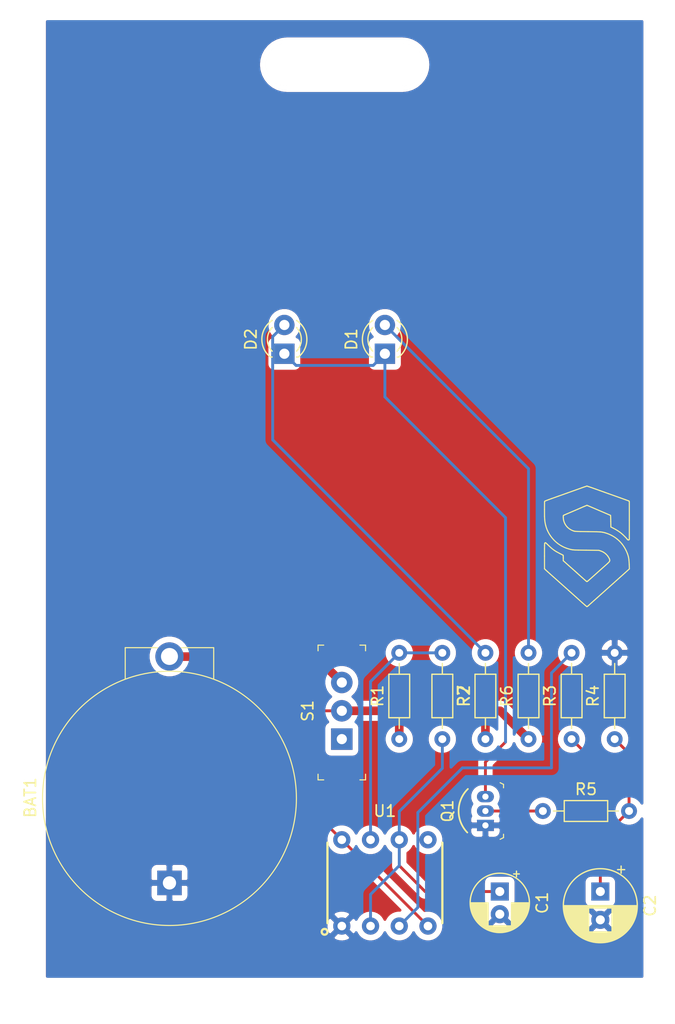
<source format=kicad_pcb>
(kicad_pcb (version 20171130) (host pcbnew 5.1.10-88a1d61d58~90~ubuntu20.04.1)

  (general
    (thickness 1.6)
    (drawings 202)
    (tracks 57)
    (zones 0)
    (modules 15)
    (nets 14)
  )

  (page A4)
  (layers
    (0 F.Cu signal)
    (31 B.Cu signal)
    (32 B.Adhes user)
    (33 F.Adhes user)
    (34 B.Paste user)
    (35 F.Paste user)
    (36 B.SilkS user)
    (37 F.SilkS user)
    (38 B.Mask user)
    (39 F.Mask user)
    (40 Dwgs.User user)
    (41 Cmts.User user)
    (42 Eco1.User user)
    (43 Eco2.User user)
    (44 Edge.Cuts user)
    (45 Margin user)
    (46 B.CrtYd user)
    (47 F.CrtYd user)
    (48 B.Fab user)
    (49 F.Fab user)
  )

  (setup
    (last_trace_width 0.006452)
    (user_trace_width 0.254)
    (user_trace_width 0.762)
    (trace_clearance 0.006452)
    (zone_clearance 0.508)
    (zone_45_only no)
    (trace_min 0.003871)
    (via_size 0.019355)
    (via_drill 0.009677)
    (via_min_size 0.017419)
    (via_min_drill 0.008387)
    (uvia_size 0.019355)
    (uvia_drill 0.009677)
    (uvias_allowed no)
    (uvia_min_size 0.017419)
    (uvia_min_drill 0.008387)
    (edge_width 0.05)
    (segment_width 0.2)
    (pcb_text_width 0.3)
    (pcb_text_size 1.5 1.5)
    (mod_edge_width 0.12)
    (mod_text_size 1 1)
    (mod_text_width 0.15)
    (pad_size 1.524 1.524)
    (pad_drill 0.762)
    (pad_to_mask_clearance 0.00129)
    (solder_mask_min_width 0.000257)
    (aux_axis_origin 0 0)
    (visible_elements FFFFFF7F)
    (pcbplotparams
      (layerselection 0x010f0_ffffffff)
      (usegerberextensions true)
      (usegerberattributes true)
      (usegerberadvancedattributes true)
      (creategerberjobfile true)
      (excludeedgelayer true)
      (linewidth 0.100000)
      (plotframeref false)
      (viasonmask false)
      (mode 1)
      (useauxorigin false)
      (hpglpennumber 1)
      (hpglpenspeed 20)
      (hpglpendiameter 15.000000)
      (psnegative false)
      (psa4output false)
      (plotreference true)
      (plotvalue false)
      (plotinvisibletext false)
      (padsonsilk false)
      (subtractmaskfromsilk false)
      (outputformat 1)
      (mirror false)
      (drillshape 0)
      (scaleselection 1)
      (outputdirectory "gerbers/"))
  )

  (net 0 "")
  (net 1 GND)
  (net 2 "Net-(BAT1-PadPos)")
  (net 3 "Net-(C1-Pad1)")
  (net 4 "Net-(C2-Pad1)")
  (net 5 "Net-(D1-Pad1)")
  (net 6 "Net-(D1-Pad2)")
  (net 7 "Net-(D2-Pad2)")
  (net 8 "Net-(Q1-Pad2)")
  (net 9 VCC)
  (net 10 "Net-(R1-Pad2)")
  (net 11 "Net-(R3-Pad2)")
  (net 12 "Net-(S1-Pad1)")
  (net 13 "Net-(U1-Pad5)")

  (net_class Default "This is the default net class."
    (clearance 0.006452)
    (trace_width 0.006452)
    (via_dia 0.019355)
    (via_drill 0.009677)
    (uvia_dia 0.019355)
    (uvia_drill 0.009677)
    (add_net GND)
    (add_net "Net-(BAT1-PadPos)")
    (add_net "Net-(C1-Pad1)")
    (add_net "Net-(C2-Pad1)")
    (add_net "Net-(D1-Pad1)")
    (add_net "Net-(D1-Pad2)")
    (add_net "Net-(D2-Pad2)")
    (add_net "Net-(Q1-Pad2)")
    (add_net "Net-(R1-Pad2)")
    (add_net "Net-(R3-Pad2)")
    (add_net "Net-(S1-Pad1)")
    (add_net "Net-(U1-Pad5)")
    (add_net VCC)
  )

  (module digikey-footprints:Battery_Holder_Coin_2032_BS-7 (layer F.Cu) (tedit 5ACD0859) (tstamp 61811E49)
    (at 138.43 118.11 90)
    (descr http://www.memoryprotectiondevices.com/datasheets/BS-7-datasheet.pdf)
    (path /617C72EF)
    (fp_text reference BAT1 (at 7.52856 -12.3063 90) (layer F.SilkS)
      (effects (font (size 1 1) (thickness 0.15)))
    )
    (fp_text value BS-7 (at 7.4676 13.56 90) (layer F.Fab)
      (effects (font (size 1 1) (thickness 0.15)))
    )
    (fp_circle (center 7.4676 0) (end -3.7084 0) (layer F.Fab) (width 0.1))
    (fp_circle (center 7.4676 0) (end -3.7592 0) (layer F.SilkS) (width 0.1))
    (fp_line (start 17.9832 -3.81) (end 20.6756 -3.81) (layer F.Fab) (width 0.1))
    (fp_line (start 17.9832 3.81) (end 20.6756 3.81) (layer F.Fab) (width 0.1))
    (fp_line (start 20.6756 -3.81) (end 20.6756 3.81) (layer F.Fab) (width 0.1))
    (fp_line (start 18.034 -3.9116) (end 20.7772 -3.9116) (layer F.SilkS) (width 0.1))
    (fp_line (start 18.034 3.9116) (end 20.7772 3.9116) (layer F.SilkS) (width 0.1))
    (fp_line (start 20.7772 -3.9116) (end 20.7772 -1.0668) (layer F.SilkS) (width 0.1))
    (fp_line (start 20.7772 3.9116) (end 20.7772 1.0668) (layer F.SilkS) (width 0.1))
    (fp_line (start -3.9624 -11.43) (end -3.9624 11.43) (layer F.CrtYd) (width 0.05))
    (fp_line (start 21.5138 -11.43) (end 21.5138 11.43) (layer F.CrtYd) (width 0.05))
    (fp_line (start -3.9624 -11.43) (end 21.5138 -11.43) (layer F.CrtYd) (width 0.05))
    (fp_line (start -3.9624 11.43) (end 21.5138 11.43) (layer F.CrtYd) (width 0.05))
    (fp_text user %R (at 7.4676 0 90) (layer F.Fab)
      (effects (font (size 1 1) (thickness 0.15)))
    )
    (pad Neg thru_hole rect (at 0 0 90) (size 2.17 2.17) (drill 1.17) (layers *.Cu *.Mask)
      (net 1 GND))
    (pad Pos thru_hole circle (at 20 0 90) (size 2.5 2.5) (drill 1.5) (layers *.Cu *.Mask)
      (net 2 "Net-(BAT1-PadPos)"))
  )

  (module Capacitor_THT:CP_Radial_D5.0mm_P2.00mm (layer F.Cu) (tedit 5AE50EF0) (tstamp 61811ECC)
    (at 167.64 118.872 270)
    (descr "CP, Radial series, Radial, pin pitch=2.00mm, , diameter=5mm, Electrolytic Capacitor")
    (tags "CP Radial series Radial pin pitch 2.00mm  diameter 5mm Electrolytic Capacitor")
    (path /617BE473)
    (fp_text reference C1 (at 1 -3.75 90) (layer F.SilkS)
      (effects (font (size 1 1) (thickness 0.15)))
    )
    (fp_text value 10uF (at 1 3.75 90) (layer F.Fab)
      (effects (font (size 1 1) (thickness 0.15)))
    )
    (fp_circle (center 1 0) (end 3.5 0) (layer F.Fab) (width 0.1))
    (fp_circle (center 1 0) (end 3.62 0) (layer F.SilkS) (width 0.12))
    (fp_circle (center 1 0) (end 3.75 0) (layer F.CrtYd) (width 0.05))
    (fp_line (start -1.133605 -1.0875) (end -0.633605 -1.0875) (layer F.Fab) (width 0.1))
    (fp_line (start -0.883605 -1.3375) (end -0.883605 -0.8375) (layer F.Fab) (width 0.1))
    (fp_line (start 1 1.04) (end 1 2.58) (layer F.SilkS) (width 0.12))
    (fp_line (start 1 -2.58) (end 1 -1.04) (layer F.SilkS) (width 0.12))
    (fp_line (start 1.04 1.04) (end 1.04 2.58) (layer F.SilkS) (width 0.12))
    (fp_line (start 1.04 -2.58) (end 1.04 -1.04) (layer F.SilkS) (width 0.12))
    (fp_line (start 1.08 -2.579) (end 1.08 -1.04) (layer F.SilkS) (width 0.12))
    (fp_line (start 1.08 1.04) (end 1.08 2.579) (layer F.SilkS) (width 0.12))
    (fp_line (start 1.12 -2.578) (end 1.12 -1.04) (layer F.SilkS) (width 0.12))
    (fp_line (start 1.12 1.04) (end 1.12 2.578) (layer F.SilkS) (width 0.12))
    (fp_line (start 1.16 -2.576) (end 1.16 -1.04) (layer F.SilkS) (width 0.12))
    (fp_line (start 1.16 1.04) (end 1.16 2.576) (layer F.SilkS) (width 0.12))
    (fp_line (start 1.2 -2.573) (end 1.2 -1.04) (layer F.SilkS) (width 0.12))
    (fp_line (start 1.2 1.04) (end 1.2 2.573) (layer F.SilkS) (width 0.12))
    (fp_line (start 1.24 -2.569) (end 1.24 -1.04) (layer F.SilkS) (width 0.12))
    (fp_line (start 1.24 1.04) (end 1.24 2.569) (layer F.SilkS) (width 0.12))
    (fp_line (start 1.28 -2.565) (end 1.28 -1.04) (layer F.SilkS) (width 0.12))
    (fp_line (start 1.28 1.04) (end 1.28 2.565) (layer F.SilkS) (width 0.12))
    (fp_line (start 1.32 -2.561) (end 1.32 -1.04) (layer F.SilkS) (width 0.12))
    (fp_line (start 1.32 1.04) (end 1.32 2.561) (layer F.SilkS) (width 0.12))
    (fp_line (start 1.36 -2.556) (end 1.36 -1.04) (layer F.SilkS) (width 0.12))
    (fp_line (start 1.36 1.04) (end 1.36 2.556) (layer F.SilkS) (width 0.12))
    (fp_line (start 1.4 -2.55) (end 1.4 -1.04) (layer F.SilkS) (width 0.12))
    (fp_line (start 1.4 1.04) (end 1.4 2.55) (layer F.SilkS) (width 0.12))
    (fp_line (start 1.44 -2.543) (end 1.44 -1.04) (layer F.SilkS) (width 0.12))
    (fp_line (start 1.44 1.04) (end 1.44 2.543) (layer F.SilkS) (width 0.12))
    (fp_line (start 1.48 -2.536) (end 1.48 -1.04) (layer F.SilkS) (width 0.12))
    (fp_line (start 1.48 1.04) (end 1.48 2.536) (layer F.SilkS) (width 0.12))
    (fp_line (start 1.52 -2.528) (end 1.52 -1.04) (layer F.SilkS) (width 0.12))
    (fp_line (start 1.52 1.04) (end 1.52 2.528) (layer F.SilkS) (width 0.12))
    (fp_line (start 1.56 -2.52) (end 1.56 -1.04) (layer F.SilkS) (width 0.12))
    (fp_line (start 1.56 1.04) (end 1.56 2.52) (layer F.SilkS) (width 0.12))
    (fp_line (start 1.6 -2.511) (end 1.6 -1.04) (layer F.SilkS) (width 0.12))
    (fp_line (start 1.6 1.04) (end 1.6 2.511) (layer F.SilkS) (width 0.12))
    (fp_line (start 1.64 -2.501) (end 1.64 -1.04) (layer F.SilkS) (width 0.12))
    (fp_line (start 1.64 1.04) (end 1.64 2.501) (layer F.SilkS) (width 0.12))
    (fp_line (start 1.68 -2.491) (end 1.68 -1.04) (layer F.SilkS) (width 0.12))
    (fp_line (start 1.68 1.04) (end 1.68 2.491) (layer F.SilkS) (width 0.12))
    (fp_line (start 1.721 -2.48) (end 1.721 -1.04) (layer F.SilkS) (width 0.12))
    (fp_line (start 1.721 1.04) (end 1.721 2.48) (layer F.SilkS) (width 0.12))
    (fp_line (start 1.761 -2.468) (end 1.761 -1.04) (layer F.SilkS) (width 0.12))
    (fp_line (start 1.761 1.04) (end 1.761 2.468) (layer F.SilkS) (width 0.12))
    (fp_line (start 1.801 -2.455) (end 1.801 -1.04) (layer F.SilkS) (width 0.12))
    (fp_line (start 1.801 1.04) (end 1.801 2.455) (layer F.SilkS) (width 0.12))
    (fp_line (start 1.841 -2.442) (end 1.841 -1.04) (layer F.SilkS) (width 0.12))
    (fp_line (start 1.841 1.04) (end 1.841 2.442) (layer F.SilkS) (width 0.12))
    (fp_line (start 1.881 -2.428) (end 1.881 -1.04) (layer F.SilkS) (width 0.12))
    (fp_line (start 1.881 1.04) (end 1.881 2.428) (layer F.SilkS) (width 0.12))
    (fp_line (start 1.921 -2.414) (end 1.921 -1.04) (layer F.SilkS) (width 0.12))
    (fp_line (start 1.921 1.04) (end 1.921 2.414) (layer F.SilkS) (width 0.12))
    (fp_line (start 1.961 -2.398) (end 1.961 -1.04) (layer F.SilkS) (width 0.12))
    (fp_line (start 1.961 1.04) (end 1.961 2.398) (layer F.SilkS) (width 0.12))
    (fp_line (start 2.001 -2.382) (end 2.001 -1.04) (layer F.SilkS) (width 0.12))
    (fp_line (start 2.001 1.04) (end 2.001 2.382) (layer F.SilkS) (width 0.12))
    (fp_line (start 2.041 -2.365) (end 2.041 -1.04) (layer F.SilkS) (width 0.12))
    (fp_line (start 2.041 1.04) (end 2.041 2.365) (layer F.SilkS) (width 0.12))
    (fp_line (start 2.081 -2.348) (end 2.081 -1.04) (layer F.SilkS) (width 0.12))
    (fp_line (start 2.081 1.04) (end 2.081 2.348) (layer F.SilkS) (width 0.12))
    (fp_line (start 2.121 -2.329) (end 2.121 -1.04) (layer F.SilkS) (width 0.12))
    (fp_line (start 2.121 1.04) (end 2.121 2.329) (layer F.SilkS) (width 0.12))
    (fp_line (start 2.161 -2.31) (end 2.161 -1.04) (layer F.SilkS) (width 0.12))
    (fp_line (start 2.161 1.04) (end 2.161 2.31) (layer F.SilkS) (width 0.12))
    (fp_line (start 2.201 -2.29) (end 2.201 -1.04) (layer F.SilkS) (width 0.12))
    (fp_line (start 2.201 1.04) (end 2.201 2.29) (layer F.SilkS) (width 0.12))
    (fp_line (start 2.241 -2.268) (end 2.241 -1.04) (layer F.SilkS) (width 0.12))
    (fp_line (start 2.241 1.04) (end 2.241 2.268) (layer F.SilkS) (width 0.12))
    (fp_line (start 2.281 -2.247) (end 2.281 -1.04) (layer F.SilkS) (width 0.12))
    (fp_line (start 2.281 1.04) (end 2.281 2.247) (layer F.SilkS) (width 0.12))
    (fp_line (start 2.321 -2.224) (end 2.321 -1.04) (layer F.SilkS) (width 0.12))
    (fp_line (start 2.321 1.04) (end 2.321 2.224) (layer F.SilkS) (width 0.12))
    (fp_line (start 2.361 -2.2) (end 2.361 -1.04) (layer F.SilkS) (width 0.12))
    (fp_line (start 2.361 1.04) (end 2.361 2.2) (layer F.SilkS) (width 0.12))
    (fp_line (start 2.401 -2.175) (end 2.401 -1.04) (layer F.SilkS) (width 0.12))
    (fp_line (start 2.401 1.04) (end 2.401 2.175) (layer F.SilkS) (width 0.12))
    (fp_line (start 2.441 -2.149) (end 2.441 -1.04) (layer F.SilkS) (width 0.12))
    (fp_line (start 2.441 1.04) (end 2.441 2.149) (layer F.SilkS) (width 0.12))
    (fp_line (start 2.481 -2.122) (end 2.481 -1.04) (layer F.SilkS) (width 0.12))
    (fp_line (start 2.481 1.04) (end 2.481 2.122) (layer F.SilkS) (width 0.12))
    (fp_line (start 2.521 -2.095) (end 2.521 -1.04) (layer F.SilkS) (width 0.12))
    (fp_line (start 2.521 1.04) (end 2.521 2.095) (layer F.SilkS) (width 0.12))
    (fp_line (start 2.561 -2.065) (end 2.561 -1.04) (layer F.SilkS) (width 0.12))
    (fp_line (start 2.561 1.04) (end 2.561 2.065) (layer F.SilkS) (width 0.12))
    (fp_line (start 2.601 -2.035) (end 2.601 -1.04) (layer F.SilkS) (width 0.12))
    (fp_line (start 2.601 1.04) (end 2.601 2.035) (layer F.SilkS) (width 0.12))
    (fp_line (start 2.641 -2.004) (end 2.641 -1.04) (layer F.SilkS) (width 0.12))
    (fp_line (start 2.641 1.04) (end 2.641 2.004) (layer F.SilkS) (width 0.12))
    (fp_line (start 2.681 -1.971) (end 2.681 -1.04) (layer F.SilkS) (width 0.12))
    (fp_line (start 2.681 1.04) (end 2.681 1.971) (layer F.SilkS) (width 0.12))
    (fp_line (start 2.721 -1.937) (end 2.721 -1.04) (layer F.SilkS) (width 0.12))
    (fp_line (start 2.721 1.04) (end 2.721 1.937) (layer F.SilkS) (width 0.12))
    (fp_line (start 2.761 -1.901) (end 2.761 -1.04) (layer F.SilkS) (width 0.12))
    (fp_line (start 2.761 1.04) (end 2.761 1.901) (layer F.SilkS) (width 0.12))
    (fp_line (start 2.801 -1.864) (end 2.801 -1.04) (layer F.SilkS) (width 0.12))
    (fp_line (start 2.801 1.04) (end 2.801 1.864) (layer F.SilkS) (width 0.12))
    (fp_line (start 2.841 -1.826) (end 2.841 -1.04) (layer F.SilkS) (width 0.12))
    (fp_line (start 2.841 1.04) (end 2.841 1.826) (layer F.SilkS) (width 0.12))
    (fp_line (start 2.881 -1.785) (end 2.881 -1.04) (layer F.SilkS) (width 0.12))
    (fp_line (start 2.881 1.04) (end 2.881 1.785) (layer F.SilkS) (width 0.12))
    (fp_line (start 2.921 -1.743) (end 2.921 -1.04) (layer F.SilkS) (width 0.12))
    (fp_line (start 2.921 1.04) (end 2.921 1.743) (layer F.SilkS) (width 0.12))
    (fp_line (start 2.961 -1.699) (end 2.961 -1.04) (layer F.SilkS) (width 0.12))
    (fp_line (start 2.961 1.04) (end 2.961 1.699) (layer F.SilkS) (width 0.12))
    (fp_line (start 3.001 -1.653) (end 3.001 -1.04) (layer F.SilkS) (width 0.12))
    (fp_line (start 3.001 1.04) (end 3.001 1.653) (layer F.SilkS) (width 0.12))
    (fp_line (start 3.041 -1.605) (end 3.041 1.605) (layer F.SilkS) (width 0.12))
    (fp_line (start 3.081 -1.554) (end 3.081 1.554) (layer F.SilkS) (width 0.12))
    (fp_line (start 3.121 -1.5) (end 3.121 1.5) (layer F.SilkS) (width 0.12))
    (fp_line (start 3.161 -1.443) (end 3.161 1.443) (layer F.SilkS) (width 0.12))
    (fp_line (start 3.201 -1.383) (end 3.201 1.383) (layer F.SilkS) (width 0.12))
    (fp_line (start 3.241 -1.319) (end 3.241 1.319) (layer F.SilkS) (width 0.12))
    (fp_line (start 3.281 -1.251) (end 3.281 1.251) (layer F.SilkS) (width 0.12))
    (fp_line (start 3.321 -1.178) (end 3.321 1.178) (layer F.SilkS) (width 0.12))
    (fp_line (start 3.361 -1.098) (end 3.361 1.098) (layer F.SilkS) (width 0.12))
    (fp_line (start 3.401 -1.011) (end 3.401 1.011) (layer F.SilkS) (width 0.12))
    (fp_line (start 3.441 -0.915) (end 3.441 0.915) (layer F.SilkS) (width 0.12))
    (fp_line (start 3.481 -0.805) (end 3.481 0.805) (layer F.SilkS) (width 0.12))
    (fp_line (start 3.521 -0.677) (end 3.521 0.677) (layer F.SilkS) (width 0.12))
    (fp_line (start 3.561 -0.518) (end 3.561 0.518) (layer F.SilkS) (width 0.12))
    (fp_line (start 3.601 -0.284) (end 3.601 0.284) (layer F.SilkS) (width 0.12))
    (fp_line (start -1.804775 -1.475) (end -1.304775 -1.475) (layer F.SilkS) (width 0.12))
    (fp_line (start -1.554775 -1.725) (end -1.554775 -1.225) (layer F.SilkS) (width 0.12))
    (fp_text user %R (at 1 0 90) (layer F.Fab)
      (effects (font (size 1 1) (thickness 0.15)))
    )
    (pad 2 thru_hole circle (at 2 0 270) (size 1.6 1.6) (drill 0.8) (layers *.Cu *.Mask)
      (net 1 GND))
    (pad 1 thru_hole rect (at 0 0 270) (size 1.6 1.6) (drill 0.8) (layers *.Cu *.Mask)
      (net 3 "Net-(C1-Pad1)"))
    (model ${KISYS3DMOD}/Capacitor_THT.3dshapes/CP_Radial_D5.0mm_P2.00mm.wrl
      (at (xyz 0 0 0))
      (scale (xyz 1 1 1))
      (rotate (xyz 0 0 0))
    )
  )

  (module Capacitor_THT:CP_Radial_D6.3mm_P2.50mm (layer F.Cu) (tedit 5AE50EF0) (tstamp 61811F60)
    (at 176.53 118.872 270)
    (descr "CP, Radial series, Radial, pin pitch=2.50mm, , diameter=6.3mm, Electrolytic Capacitor")
    (tags "CP Radial series Radial pin pitch 2.50mm  diameter 6.3mm Electrolytic Capacitor")
    (path /617BE8F5)
    (fp_text reference C2 (at 1.25 -4.4 90) (layer F.SilkS)
      (effects (font (size 1 1) (thickness 0.15)))
    )
    (fp_text value 100uF (at 1.25 4.4 90) (layer F.Fab)
      (effects (font (size 1 1) (thickness 0.15)))
    )
    (fp_circle (center 1.25 0) (end 4.4 0) (layer F.Fab) (width 0.1))
    (fp_circle (center 1.25 0) (end 4.52 0) (layer F.SilkS) (width 0.12))
    (fp_circle (center 1.25 0) (end 4.65 0) (layer F.CrtYd) (width 0.05))
    (fp_line (start -1.443972 -1.3735) (end -0.813972 -1.3735) (layer F.Fab) (width 0.1))
    (fp_line (start -1.128972 -1.6885) (end -1.128972 -1.0585) (layer F.Fab) (width 0.1))
    (fp_line (start 1.25 -3.23) (end 1.25 3.23) (layer F.SilkS) (width 0.12))
    (fp_line (start 1.29 -3.23) (end 1.29 3.23) (layer F.SilkS) (width 0.12))
    (fp_line (start 1.33 -3.23) (end 1.33 3.23) (layer F.SilkS) (width 0.12))
    (fp_line (start 1.37 -3.228) (end 1.37 3.228) (layer F.SilkS) (width 0.12))
    (fp_line (start 1.41 -3.227) (end 1.41 3.227) (layer F.SilkS) (width 0.12))
    (fp_line (start 1.45 -3.224) (end 1.45 3.224) (layer F.SilkS) (width 0.12))
    (fp_line (start 1.49 -3.222) (end 1.49 -1.04) (layer F.SilkS) (width 0.12))
    (fp_line (start 1.49 1.04) (end 1.49 3.222) (layer F.SilkS) (width 0.12))
    (fp_line (start 1.53 -3.218) (end 1.53 -1.04) (layer F.SilkS) (width 0.12))
    (fp_line (start 1.53 1.04) (end 1.53 3.218) (layer F.SilkS) (width 0.12))
    (fp_line (start 1.57 -3.215) (end 1.57 -1.04) (layer F.SilkS) (width 0.12))
    (fp_line (start 1.57 1.04) (end 1.57 3.215) (layer F.SilkS) (width 0.12))
    (fp_line (start 1.61 -3.211) (end 1.61 -1.04) (layer F.SilkS) (width 0.12))
    (fp_line (start 1.61 1.04) (end 1.61 3.211) (layer F.SilkS) (width 0.12))
    (fp_line (start 1.65 -3.206) (end 1.65 -1.04) (layer F.SilkS) (width 0.12))
    (fp_line (start 1.65 1.04) (end 1.65 3.206) (layer F.SilkS) (width 0.12))
    (fp_line (start 1.69 -3.201) (end 1.69 -1.04) (layer F.SilkS) (width 0.12))
    (fp_line (start 1.69 1.04) (end 1.69 3.201) (layer F.SilkS) (width 0.12))
    (fp_line (start 1.73 -3.195) (end 1.73 -1.04) (layer F.SilkS) (width 0.12))
    (fp_line (start 1.73 1.04) (end 1.73 3.195) (layer F.SilkS) (width 0.12))
    (fp_line (start 1.77 -3.189) (end 1.77 -1.04) (layer F.SilkS) (width 0.12))
    (fp_line (start 1.77 1.04) (end 1.77 3.189) (layer F.SilkS) (width 0.12))
    (fp_line (start 1.81 -3.182) (end 1.81 -1.04) (layer F.SilkS) (width 0.12))
    (fp_line (start 1.81 1.04) (end 1.81 3.182) (layer F.SilkS) (width 0.12))
    (fp_line (start 1.85 -3.175) (end 1.85 -1.04) (layer F.SilkS) (width 0.12))
    (fp_line (start 1.85 1.04) (end 1.85 3.175) (layer F.SilkS) (width 0.12))
    (fp_line (start 1.89 -3.167) (end 1.89 -1.04) (layer F.SilkS) (width 0.12))
    (fp_line (start 1.89 1.04) (end 1.89 3.167) (layer F.SilkS) (width 0.12))
    (fp_line (start 1.93 -3.159) (end 1.93 -1.04) (layer F.SilkS) (width 0.12))
    (fp_line (start 1.93 1.04) (end 1.93 3.159) (layer F.SilkS) (width 0.12))
    (fp_line (start 1.971 -3.15) (end 1.971 -1.04) (layer F.SilkS) (width 0.12))
    (fp_line (start 1.971 1.04) (end 1.971 3.15) (layer F.SilkS) (width 0.12))
    (fp_line (start 2.011 -3.141) (end 2.011 -1.04) (layer F.SilkS) (width 0.12))
    (fp_line (start 2.011 1.04) (end 2.011 3.141) (layer F.SilkS) (width 0.12))
    (fp_line (start 2.051 -3.131) (end 2.051 -1.04) (layer F.SilkS) (width 0.12))
    (fp_line (start 2.051 1.04) (end 2.051 3.131) (layer F.SilkS) (width 0.12))
    (fp_line (start 2.091 -3.121) (end 2.091 -1.04) (layer F.SilkS) (width 0.12))
    (fp_line (start 2.091 1.04) (end 2.091 3.121) (layer F.SilkS) (width 0.12))
    (fp_line (start 2.131 -3.11) (end 2.131 -1.04) (layer F.SilkS) (width 0.12))
    (fp_line (start 2.131 1.04) (end 2.131 3.11) (layer F.SilkS) (width 0.12))
    (fp_line (start 2.171 -3.098) (end 2.171 -1.04) (layer F.SilkS) (width 0.12))
    (fp_line (start 2.171 1.04) (end 2.171 3.098) (layer F.SilkS) (width 0.12))
    (fp_line (start 2.211 -3.086) (end 2.211 -1.04) (layer F.SilkS) (width 0.12))
    (fp_line (start 2.211 1.04) (end 2.211 3.086) (layer F.SilkS) (width 0.12))
    (fp_line (start 2.251 -3.074) (end 2.251 -1.04) (layer F.SilkS) (width 0.12))
    (fp_line (start 2.251 1.04) (end 2.251 3.074) (layer F.SilkS) (width 0.12))
    (fp_line (start 2.291 -3.061) (end 2.291 -1.04) (layer F.SilkS) (width 0.12))
    (fp_line (start 2.291 1.04) (end 2.291 3.061) (layer F.SilkS) (width 0.12))
    (fp_line (start 2.331 -3.047) (end 2.331 -1.04) (layer F.SilkS) (width 0.12))
    (fp_line (start 2.331 1.04) (end 2.331 3.047) (layer F.SilkS) (width 0.12))
    (fp_line (start 2.371 -3.033) (end 2.371 -1.04) (layer F.SilkS) (width 0.12))
    (fp_line (start 2.371 1.04) (end 2.371 3.033) (layer F.SilkS) (width 0.12))
    (fp_line (start 2.411 -3.018) (end 2.411 -1.04) (layer F.SilkS) (width 0.12))
    (fp_line (start 2.411 1.04) (end 2.411 3.018) (layer F.SilkS) (width 0.12))
    (fp_line (start 2.451 -3.002) (end 2.451 -1.04) (layer F.SilkS) (width 0.12))
    (fp_line (start 2.451 1.04) (end 2.451 3.002) (layer F.SilkS) (width 0.12))
    (fp_line (start 2.491 -2.986) (end 2.491 -1.04) (layer F.SilkS) (width 0.12))
    (fp_line (start 2.491 1.04) (end 2.491 2.986) (layer F.SilkS) (width 0.12))
    (fp_line (start 2.531 -2.97) (end 2.531 -1.04) (layer F.SilkS) (width 0.12))
    (fp_line (start 2.531 1.04) (end 2.531 2.97) (layer F.SilkS) (width 0.12))
    (fp_line (start 2.571 -2.952) (end 2.571 -1.04) (layer F.SilkS) (width 0.12))
    (fp_line (start 2.571 1.04) (end 2.571 2.952) (layer F.SilkS) (width 0.12))
    (fp_line (start 2.611 -2.934) (end 2.611 -1.04) (layer F.SilkS) (width 0.12))
    (fp_line (start 2.611 1.04) (end 2.611 2.934) (layer F.SilkS) (width 0.12))
    (fp_line (start 2.651 -2.916) (end 2.651 -1.04) (layer F.SilkS) (width 0.12))
    (fp_line (start 2.651 1.04) (end 2.651 2.916) (layer F.SilkS) (width 0.12))
    (fp_line (start 2.691 -2.896) (end 2.691 -1.04) (layer F.SilkS) (width 0.12))
    (fp_line (start 2.691 1.04) (end 2.691 2.896) (layer F.SilkS) (width 0.12))
    (fp_line (start 2.731 -2.876) (end 2.731 -1.04) (layer F.SilkS) (width 0.12))
    (fp_line (start 2.731 1.04) (end 2.731 2.876) (layer F.SilkS) (width 0.12))
    (fp_line (start 2.771 -2.856) (end 2.771 -1.04) (layer F.SilkS) (width 0.12))
    (fp_line (start 2.771 1.04) (end 2.771 2.856) (layer F.SilkS) (width 0.12))
    (fp_line (start 2.811 -2.834) (end 2.811 -1.04) (layer F.SilkS) (width 0.12))
    (fp_line (start 2.811 1.04) (end 2.811 2.834) (layer F.SilkS) (width 0.12))
    (fp_line (start 2.851 -2.812) (end 2.851 -1.04) (layer F.SilkS) (width 0.12))
    (fp_line (start 2.851 1.04) (end 2.851 2.812) (layer F.SilkS) (width 0.12))
    (fp_line (start 2.891 -2.79) (end 2.891 -1.04) (layer F.SilkS) (width 0.12))
    (fp_line (start 2.891 1.04) (end 2.891 2.79) (layer F.SilkS) (width 0.12))
    (fp_line (start 2.931 -2.766) (end 2.931 -1.04) (layer F.SilkS) (width 0.12))
    (fp_line (start 2.931 1.04) (end 2.931 2.766) (layer F.SilkS) (width 0.12))
    (fp_line (start 2.971 -2.742) (end 2.971 -1.04) (layer F.SilkS) (width 0.12))
    (fp_line (start 2.971 1.04) (end 2.971 2.742) (layer F.SilkS) (width 0.12))
    (fp_line (start 3.011 -2.716) (end 3.011 -1.04) (layer F.SilkS) (width 0.12))
    (fp_line (start 3.011 1.04) (end 3.011 2.716) (layer F.SilkS) (width 0.12))
    (fp_line (start 3.051 -2.69) (end 3.051 -1.04) (layer F.SilkS) (width 0.12))
    (fp_line (start 3.051 1.04) (end 3.051 2.69) (layer F.SilkS) (width 0.12))
    (fp_line (start 3.091 -2.664) (end 3.091 -1.04) (layer F.SilkS) (width 0.12))
    (fp_line (start 3.091 1.04) (end 3.091 2.664) (layer F.SilkS) (width 0.12))
    (fp_line (start 3.131 -2.636) (end 3.131 -1.04) (layer F.SilkS) (width 0.12))
    (fp_line (start 3.131 1.04) (end 3.131 2.636) (layer F.SilkS) (width 0.12))
    (fp_line (start 3.171 -2.607) (end 3.171 -1.04) (layer F.SilkS) (width 0.12))
    (fp_line (start 3.171 1.04) (end 3.171 2.607) (layer F.SilkS) (width 0.12))
    (fp_line (start 3.211 -2.578) (end 3.211 -1.04) (layer F.SilkS) (width 0.12))
    (fp_line (start 3.211 1.04) (end 3.211 2.578) (layer F.SilkS) (width 0.12))
    (fp_line (start 3.251 -2.548) (end 3.251 -1.04) (layer F.SilkS) (width 0.12))
    (fp_line (start 3.251 1.04) (end 3.251 2.548) (layer F.SilkS) (width 0.12))
    (fp_line (start 3.291 -2.516) (end 3.291 -1.04) (layer F.SilkS) (width 0.12))
    (fp_line (start 3.291 1.04) (end 3.291 2.516) (layer F.SilkS) (width 0.12))
    (fp_line (start 3.331 -2.484) (end 3.331 -1.04) (layer F.SilkS) (width 0.12))
    (fp_line (start 3.331 1.04) (end 3.331 2.484) (layer F.SilkS) (width 0.12))
    (fp_line (start 3.371 -2.45) (end 3.371 -1.04) (layer F.SilkS) (width 0.12))
    (fp_line (start 3.371 1.04) (end 3.371 2.45) (layer F.SilkS) (width 0.12))
    (fp_line (start 3.411 -2.416) (end 3.411 -1.04) (layer F.SilkS) (width 0.12))
    (fp_line (start 3.411 1.04) (end 3.411 2.416) (layer F.SilkS) (width 0.12))
    (fp_line (start 3.451 -2.38) (end 3.451 -1.04) (layer F.SilkS) (width 0.12))
    (fp_line (start 3.451 1.04) (end 3.451 2.38) (layer F.SilkS) (width 0.12))
    (fp_line (start 3.491 -2.343) (end 3.491 -1.04) (layer F.SilkS) (width 0.12))
    (fp_line (start 3.491 1.04) (end 3.491 2.343) (layer F.SilkS) (width 0.12))
    (fp_line (start 3.531 -2.305) (end 3.531 -1.04) (layer F.SilkS) (width 0.12))
    (fp_line (start 3.531 1.04) (end 3.531 2.305) (layer F.SilkS) (width 0.12))
    (fp_line (start 3.571 -2.265) (end 3.571 2.265) (layer F.SilkS) (width 0.12))
    (fp_line (start 3.611 -2.224) (end 3.611 2.224) (layer F.SilkS) (width 0.12))
    (fp_line (start 3.651 -2.182) (end 3.651 2.182) (layer F.SilkS) (width 0.12))
    (fp_line (start 3.691 -2.137) (end 3.691 2.137) (layer F.SilkS) (width 0.12))
    (fp_line (start 3.731 -2.092) (end 3.731 2.092) (layer F.SilkS) (width 0.12))
    (fp_line (start 3.771 -2.044) (end 3.771 2.044) (layer F.SilkS) (width 0.12))
    (fp_line (start 3.811 -1.995) (end 3.811 1.995) (layer F.SilkS) (width 0.12))
    (fp_line (start 3.851 -1.944) (end 3.851 1.944) (layer F.SilkS) (width 0.12))
    (fp_line (start 3.891 -1.89) (end 3.891 1.89) (layer F.SilkS) (width 0.12))
    (fp_line (start 3.931 -1.834) (end 3.931 1.834) (layer F.SilkS) (width 0.12))
    (fp_line (start 3.971 -1.776) (end 3.971 1.776) (layer F.SilkS) (width 0.12))
    (fp_line (start 4.011 -1.714) (end 4.011 1.714) (layer F.SilkS) (width 0.12))
    (fp_line (start 4.051 -1.65) (end 4.051 1.65) (layer F.SilkS) (width 0.12))
    (fp_line (start 4.091 -1.581) (end 4.091 1.581) (layer F.SilkS) (width 0.12))
    (fp_line (start 4.131 -1.509) (end 4.131 1.509) (layer F.SilkS) (width 0.12))
    (fp_line (start 4.171 -1.432) (end 4.171 1.432) (layer F.SilkS) (width 0.12))
    (fp_line (start 4.211 -1.35) (end 4.211 1.35) (layer F.SilkS) (width 0.12))
    (fp_line (start 4.251 -1.262) (end 4.251 1.262) (layer F.SilkS) (width 0.12))
    (fp_line (start 4.291 -1.165) (end 4.291 1.165) (layer F.SilkS) (width 0.12))
    (fp_line (start 4.331 -1.059) (end 4.331 1.059) (layer F.SilkS) (width 0.12))
    (fp_line (start 4.371 -0.94) (end 4.371 0.94) (layer F.SilkS) (width 0.12))
    (fp_line (start 4.411 -0.802) (end 4.411 0.802) (layer F.SilkS) (width 0.12))
    (fp_line (start 4.451 -0.633) (end 4.451 0.633) (layer F.SilkS) (width 0.12))
    (fp_line (start 4.491 -0.402) (end 4.491 0.402) (layer F.SilkS) (width 0.12))
    (fp_line (start -2.250241 -1.839) (end -1.620241 -1.839) (layer F.SilkS) (width 0.12))
    (fp_line (start -1.935241 -2.154) (end -1.935241 -1.524) (layer F.SilkS) (width 0.12))
    (fp_text user %R (at 1.27 -1.27 90) (layer F.Fab)
      (effects (font (size 1 1) (thickness 0.15)))
    )
    (pad 2 thru_hole circle (at 2.5 0 270) (size 1.6 1.6) (drill 0.8) (layers *.Cu *.Mask)
      (net 1 GND))
    (pad 1 thru_hole rect (at 0 0 270) (size 1.6 1.6) (drill 0.8) (layers *.Cu *.Mask)
      (net 4 "Net-(C2-Pad1)"))
    (model ${KISYS3DMOD}/Capacitor_THT.3dshapes/CP_Radial_D6.3mm_P2.50mm.wrl
      (at (xyz 0 0 0))
      (scale (xyz 1 1 1))
      (rotate (xyz 0 0 0))
    )
  )

  (module LED_THT:LED_D3.0mm (layer F.Cu) (tedit 587A3A7B) (tstamp 61811F73)
    (at 157.48 71.374 90)
    (descr "LED, diameter 3.0mm, 2 pins")
    (tags "LED diameter 3.0mm 2 pins")
    (path /617BF006)
    (fp_text reference D1 (at 1.27 -2.96 90) (layer F.SilkS)
      (effects (font (size 1 1) (thickness 0.15)))
    )
    (fp_text value RED (at 1.27 2.96 90) (layer F.Fab)
      (effects (font (size 1 1) (thickness 0.15)))
    )
    (fp_line (start 3.7 -2.25) (end -1.15 -2.25) (layer F.CrtYd) (width 0.05))
    (fp_line (start 3.7 2.25) (end 3.7 -2.25) (layer F.CrtYd) (width 0.05))
    (fp_line (start -1.15 2.25) (end 3.7 2.25) (layer F.CrtYd) (width 0.05))
    (fp_line (start -1.15 -2.25) (end -1.15 2.25) (layer F.CrtYd) (width 0.05))
    (fp_line (start -0.29 1.08) (end -0.29 1.236) (layer F.SilkS) (width 0.12))
    (fp_line (start -0.29 -1.236) (end -0.29 -1.08) (layer F.SilkS) (width 0.12))
    (fp_line (start -0.23 -1.16619) (end -0.23 1.16619) (layer F.Fab) (width 0.1))
    (fp_circle (center 1.27 0) (end 2.77 0) (layer F.Fab) (width 0.1))
    (fp_arc (start 1.27 0) (end -0.23 -1.16619) (angle 284.3) (layer F.Fab) (width 0.1))
    (fp_arc (start 1.27 0) (end -0.29 -1.235516) (angle 108.8) (layer F.SilkS) (width 0.12))
    (fp_arc (start 1.27 0) (end -0.29 1.235516) (angle -108.8) (layer F.SilkS) (width 0.12))
    (fp_arc (start 1.27 0) (end 0.229039 -1.08) (angle 87.9) (layer F.SilkS) (width 0.12))
    (fp_arc (start 1.27 0) (end 0.229039 1.08) (angle -87.9) (layer F.SilkS) (width 0.12))
    (pad 1 thru_hole rect (at 0 0 90) (size 1.8 1.8) (drill 0.9) (layers *.Cu *.Mask)
      (net 5 "Net-(D1-Pad1)"))
    (pad 2 thru_hole circle (at 2.54 0 90) (size 1.8 1.8) (drill 0.9) (layers *.Cu *.Mask)
      (net 6 "Net-(D1-Pad2)"))
    (model ${KISYS3DMOD}/LED_THT.3dshapes/LED_D3.0mm.wrl
      (at (xyz 0 0 0))
      (scale (xyz 1 1 1))
      (rotate (xyz 0 0 0))
    )
  )

  (module LED_THT:LED_D3.0mm (layer F.Cu) (tedit 587A3A7B) (tstamp 61811F86)
    (at 148.59 71.374 90)
    (descr "LED, diameter 3.0mm, 2 pins")
    (tags "LED diameter 3.0mm 2 pins")
    (path /617BF896)
    (fp_text reference D2 (at 1.27 -2.96 90) (layer F.SilkS)
      (effects (font (size 1 1) (thickness 0.15)))
    )
    (fp_text value RED (at 1.27 2.96 90) (layer F.Fab)
      (effects (font (size 1 1) (thickness 0.15)))
    )
    (fp_circle (center 1.27 0) (end 2.77 0) (layer F.Fab) (width 0.1))
    (fp_line (start -0.23 -1.16619) (end -0.23 1.16619) (layer F.Fab) (width 0.1))
    (fp_line (start -0.29 -1.236) (end -0.29 -1.08) (layer F.SilkS) (width 0.12))
    (fp_line (start -0.29 1.08) (end -0.29 1.236) (layer F.SilkS) (width 0.12))
    (fp_line (start -1.15 -2.25) (end -1.15 2.25) (layer F.CrtYd) (width 0.05))
    (fp_line (start -1.15 2.25) (end 3.7 2.25) (layer F.CrtYd) (width 0.05))
    (fp_line (start 3.7 2.25) (end 3.7 -2.25) (layer F.CrtYd) (width 0.05))
    (fp_line (start 3.7 -2.25) (end -1.15 -2.25) (layer F.CrtYd) (width 0.05))
    (fp_arc (start 1.27 0) (end 0.229039 1.08) (angle -87.9) (layer F.SilkS) (width 0.12))
    (fp_arc (start 1.27 0) (end 0.229039 -1.08) (angle 87.9) (layer F.SilkS) (width 0.12))
    (fp_arc (start 1.27 0) (end -0.29 1.235516) (angle -108.8) (layer F.SilkS) (width 0.12))
    (fp_arc (start 1.27 0) (end -0.29 -1.235516) (angle 108.8) (layer F.SilkS) (width 0.12))
    (fp_arc (start 1.27 0) (end -0.23 -1.16619) (angle 284.3) (layer F.Fab) (width 0.1))
    (pad 2 thru_hole circle (at 2.54 0 90) (size 1.8 1.8) (drill 0.9) (layers *.Cu *.Mask)
      (net 7 "Net-(D2-Pad2)"))
    (pad 1 thru_hole rect (at 0 0 90) (size 1.8 1.8) (drill 0.9) (layers *.Cu *.Mask)
      (net 5 "Net-(D1-Pad1)"))
    (model ${KISYS3DMOD}/LED_THT.3dshapes/LED_D3.0mm.wrl
      (at (xyz 0 0 0))
      (scale (xyz 1 1 1))
      (rotate (xyz 0 0 0))
    )
  )

  (module digikey-footprints:TO-92-3 (layer F.Cu) (tedit 5AF9CDD1) (tstamp 61811F9A)
    (at 166.37 113.03 90)
    (descr http://www.ti.com/lit/ds/symlink/tl431a.pdf)
    (path /617C5407)
    (fp_text reference Q1 (at 1.27 -3.35 90) (layer F.SilkS)
      (effects (font (size 1 1) (thickness 0.15)))
    )
    (fp_text value 2N3904 (at 1.27 2.5 90) (layer F.Fab)
      (effects (font (size 1 1) (thickness 0.15)))
    )
    (fp_line (start -1.08 1.6) (end -1.23 1.3) (layer F.SilkS) (width 0.1))
    (fp_line (start -0.78 1.6) (end -1.08 1.6) (layer F.SilkS) (width 0.1))
    (fp_line (start 3.62 1.6) (end 3.32 1.6) (layer F.SilkS) (width 0.1))
    (fp_line (start 3.62 1.6) (end 3.77 1.3) (layer F.SilkS) (width 0.1))
    (fp_line (start 4.17 1.75) (end 4.17 -2.5) (layer F.CrtYd) (width 0.05))
    (fp_line (start -1.63 1.75) (end -1.63 -2.5) (layer F.CrtYd) (width 0.05))
    (fp_line (start -1.63 1.75) (end 4.17 1.75) (layer F.CrtYd) (width 0.05))
    (fp_line (start -1.63 -2.5) (end 4.17 -2.5) (layer F.CrtYd) (width 0.05))
    (fp_line (start 3.57 1.5) (end -1.03 1.5) (layer F.Fab) (width 0.15))
    (fp_arc (start 1.27 0.35) (end -0.63 -1.6) (angle 90) (layer F.SilkS) (width 0.15))
    (fp_arc (start 1.27 0.3) (end -1.03 1.5) (angle 235) (layer F.Fab) (width 0.15))
    (fp_arc (start 1.27 0.3) (end -1.33 0.3) (angle 90) (layer F.Fab) (width 0.15))
    (fp_text user %R (at 1.27 -1.25 270) (layer F.Fab)
      (effects (font (size 0.75 0.75) (thickness 0.15)))
    )
    (pad 2 thru_hole oval (at 1.27 0 270) (size 1 1.5) (drill 0.55) (layers *.Cu *.Mask)
      (net 8 "Net-(Q1-Pad2)"))
    (pad 3 thru_hole oval (at 2.54 0 270) (size 1 1.5) (drill 0.55) (layers *.Cu *.Mask)
      (net 5 "Net-(D1-Pad1)"))
    (pad 1 thru_hole rect (at 0 0 270) (size 1 1.5) (drill 0.55) (layers *.Cu *.Mask)
      (net 1 GND))
  )

  (module Resistor_THT:R_Axial_DIN0204_L3.6mm_D1.6mm_P7.62mm_Horizontal (layer F.Cu) (tedit 5AE5139B) (tstamp 61811FB1)
    (at 158.75 105.41 90)
    (descr "Resistor, Axial_DIN0204 series, Axial, Horizontal, pin pitch=7.62mm, 0.167W, length*diameter=3.6*1.6mm^2, http://cdn-reichelt.de/documents/datenblatt/B400/1_4W%23YAG.pdf")
    (tags "Resistor Axial_DIN0204 series Axial Horizontal pin pitch 7.62mm 0.167W length 3.6mm diameter 1.6mm")
    (path /617B817D)
    (fp_text reference R1 (at 3.81 -1.92 90) (layer F.SilkS)
      (effects (font (size 1 1) (thickness 0.15)))
    )
    (fp_text value 22k (at 3.81 1.92 90) (layer F.Fab)
      (effects (font (size 1 1) (thickness 0.15)))
    )
    (fp_line (start 8.57 -1.05) (end -0.95 -1.05) (layer F.CrtYd) (width 0.05))
    (fp_line (start 8.57 1.05) (end 8.57 -1.05) (layer F.CrtYd) (width 0.05))
    (fp_line (start -0.95 1.05) (end 8.57 1.05) (layer F.CrtYd) (width 0.05))
    (fp_line (start -0.95 -1.05) (end -0.95 1.05) (layer F.CrtYd) (width 0.05))
    (fp_line (start 6.68 0) (end 5.73 0) (layer F.SilkS) (width 0.12))
    (fp_line (start 0.94 0) (end 1.89 0) (layer F.SilkS) (width 0.12))
    (fp_line (start 5.73 -0.92) (end 1.89 -0.92) (layer F.SilkS) (width 0.12))
    (fp_line (start 5.73 0.92) (end 5.73 -0.92) (layer F.SilkS) (width 0.12))
    (fp_line (start 1.89 0.92) (end 5.73 0.92) (layer F.SilkS) (width 0.12))
    (fp_line (start 1.89 -0.92) (end 1.89 0.92) (layer F.SilkS) (width 0.12))
    (fp_line (start 7.62 0) (end 5.61 0) (layer F.Fab) (width 0.1))
    (fp_line (start 0 0) (end 2.01 0) (layer F.Fab) (width 0.1))
    (fp_line (start 5.61 -0.8) (end 2.01 -0.8) (layer F.Fab) (width 0.1))
    (fp_line (start 5.61 0.8) (end 5.61 -0.8) (layer F.Fab) (width 0.1))
    (fp_line (start 2.01 0.8) (end 5.61 0.8) (layer F.Fab) (width 0.1))
    (fp_line (start 2.01 -0.8) (end 2.01 0.8) (layer F.Fab) (width 0.1))
    (fp_text user %R (at 3.81 0 90) (layer F.Fab)
      (effects (font (size 0.72 0.72) (thickness 0.108)))
    )
    (pad 1 thru_hole circle (at 0 0 90) (size 1.4 1.4) (drill 0.7) (layers *.Cu *.Mask)
      (net 9 VCC))
    (pad 2 thru_hole oval (at 7.62 0 90) (size 1.4 1.4) (drill 0.7) (layers *.Cu *.Mask)
      (net 10 "Net-(R1-Pad2)"))
    (model ${KISYS3DMOD}/Resistor_THT.3dshapes/R_Axial_DIN0204_L3.6mm_D1.6mm_P7.62mm_Horizontal.wrl
      (at (xyz 0 0 0))
      (scale (xyz 1 1 1))
      (rotate (xyz 0 0 0))
    )
  )

  (module Resistor_THT:R_Axial_DIN0204_L3.6mm_D1.6mm_P7.62mm_Horizontal (layer F.Cu) (tedit 5AE5139B) (tstamp 61811FC8)
    (at 162.56 97.79 270)
    (descr "Resistor, Axial_DIN0204 series, Axial, Horizontal, pin pitch=7.62mm, 0.167W, length*diameter=3.6*1.6mm^2, http://cdn-reichelt.de/documents/datenblatt/B400/1_4W%23YAG.pdf")
    (tags "Resistor Axial_DIN0204 series Axial Horizontal pin pitch 7.62mm 0.167W length 3.6mm diameter 1.6mm")
    (path /617B82C1)
    (fp_text reference R2 (at 3.81 -1.92 90) (layer F.SilkS)
      (effects (font (size 1 1) (thickness 0.15)))
    )
    (fp_text value 330k (at 3.81 1.92 90) (layer F.Fab)
      (effects (font (size 1 1) (thickness 0.15)))
    )
    (fp_line (start 8.57 -1.05) (end -0.95 -1.05) (layer F.CrtYd) (width 0.05))
    (fp_line (start 8.57 1.05) (end 8.57 -1.05) (layer F.CrtYd) (width 0.05))
    (fp_line (start -0.95 1.05) (end 8.57 1.05) (layer F.CrtYd) (width 0.05))
    (fp_line (start -0.95 -1.05) (end -0.95 1.05) (layer F.CrtYd) (width 0.05))
    (fp_line (start 6.68 0) (end 5.73 0) (layer F.SilkS) (width 0.12))
    (fp_line (start 0.94 0) (end 1.89 0) (layer F.SilkS) (width 0.12))
    (fp_line (start 5.73 -0.92) (end 1.89 -0.92) (layer F.SilkS) (width 0.12))
    (fp_line (start 5.73 0.92) (end 5.73 -0.92) (layer F.SilkS) (width 0.12))
    (fp_line (start 1.89 0.92) (end 5.73 0.92) (layer F.SilkS) (width 0.12))
    (fp_line (start 1.89 -0.92) (end 1.89 0.92) (layer F.SilkS) (width 0.12))
    (fp_line (start 7.62 0) (end 5.61 0) (layer F.Fab) (width 0.1))
    (fp_line (start 0 0) (end 2.01 0) (layer F.Fab) (width 0.1))
    (fp_line (start 5.61 -0.8) (end 2.01 -0.8) (layer F.Fab) (width 0.1))
    (fp_line (start 5.61 0.8) (end 5.61 -0.8) (layer F.Fab) (width 0.1))
    (fp_line (start 2.01 0.8) (end 5.61 0.8) (layer F.Fab) (width 0.1))
    (fp_line (start 2.01 -0.8) (end 2.01 0.8) (layer F.Fab) (width 0.1))
    (fp_text user %R (at 3.81 0 90) (layer F.Fab)
      (effects (font (size 0.72 0.72) (thickness 0.108)))
    )
    (pad 1 thru_hole circle (at 0 0 270) (size 1.4 1.4) (drill 0.7) (layers *.Cu *.Mask)
      (net 10 "Net-(R1-Pad2)"))
    (pad 2 thru_hole oval (at 7.62 0 270) (size 1.4 1.4) (drill 0.7) (layers *.Cu *.Mask)
      (net 3 "Net-(C1-Pad1)"))
    (model ${KISYS3DMOD}/Resistor_THT.3dshapes/R_Axial_DIN0204_L3.6mm_D1.6mm_P7.62mm_Horizontal.wrl
      (at (xyz 0 0 0))
      (scale (xyz 1 1 1))
      (rotate (xyz 0 0 0))
    )
  )

  (module Resistor_THT:R_Axial_DIN0204_L3.6mm_D1.6mm_P7.62mm_Horizontal (layer F.Cu) (tedit 5AE5139B) (tstamp 61811FDF)
    (at 173.99 105.41 90)
    (descr "Resistor, Axial_DIN0204 series, Axial, Horizontal, pin pitch=7.62mm, 0.167W, length*diameter=3.6*1.6mm^2, http://cdn-reichelt.de/documents/datenblatt/B400/1_4W%23YAG.pdf")
    (tags "Resistor Axial_DIN0204 series Axial Horizontal pin pitch 7.62mm 0.167W length 3.6mm diameter 1.6mm")
    (path /617B9260)
    (fp_text reference R3 (at 3.81 -1.92 90) (layer F.SilkS)
      (effects (font (size 1 1) (thickness 0.15)))
    )
    (fp_text value 22k (at 3.81 1.92 90) (layer F.Fab)
      (effects (font (size 1 1) (thickness 0.15)))
    )
    (fp_line (start 2.01 -0.8) (end 2.01 0.8) (layer F.Fab) (width 0.1))
    (fp_line (start 2.01 0.8) (end 5.61 0.8) (layer F.Fab) (width 0.1))
    (fp_line (start 5.61 0.8) (end 5.61 -0.8) (layer F.Fab) (width 0.1))
    (fp_line (start 5.61 -0.8) (end 2.01 -0.8) (layer F.Fab) (width 0.1))
    (fp_line (start 0 0) (end 2.01 0) (layer F.Fab) (width 0.1))
    (fp_line (start 7.62 0) (end 5.61 0) (layer F.Fab) (width 0.1))
    (fp_line (start 1.89 -0.92) (end 1.89 0.92) (layer F.SilkS) (width 0.12))
    (fp_line (start 1.89 0.92) (end 5.73 0.92) (layer F.SilkS) (width 0.12))
    (fp_line (start 5.73 0.92) (end 5.73 -0.92) (layer F.SilkS) (width 0.12))
    (fp_line (start 5.73 -0.92) (end 1.89 -0.92) (layer F.SilkS) (width 0.12))
    (fp_line (start 0.94 0) (end 1.89 0) (layer F.SilkS) (width 0.12))
    (fp_line (start 6.68 0) (end 5.73 0) (layer F.SilkS) (width 0.12))
    (fp_line (start -0.95 -1.05) (end -0.95 1.05) (layer F.CrtYd) (width 0.05))
    (fp_line (start -0.95 1.05) (end 8.57 1.05) (layer F.CrtYd) (width 0.05))
    (fp_line (start 8.57 1.05) (end 8.57 -1.05) (layer F.CrtYd) (width 0.05))
    (fp_line (start 8.57 -1.05) (end -0.95 -1.05) (layer F.CrtYd) (width 0.05))
    (fp_text user %R (at 3.81 0 90) (layer F.Fab)
      (effects (font (size 0.72 0.72) (thickness 0.108)))
    )
    (pad 2 thru_hole oval (at 7.62 0 90) (size 1.4 1.4) (drill 0.7) (layers *.Cu *.Mask)
      (net 11 "Net-(R3-Pad2)"))
    (pad 1 thru_hole circle (at 0 0 90) (size 1.4 1.4) (drill 0.7) (layers *.Cu *.Mask)
      (net 4 "Net-(C2-Pad1)"))
    (model ${KISYS3DMOD}/Resistor_THT.3dshapes/R_Axial_DIN0204_L3.6mm_D1.6mm_P7.62mm_Horizontal.wrl
      (at (xyz 0 0 0))
      (scale (xyz 1 1 1))
      (rotate (xyz 0 0 0))
    )
  )

  (module Resistor_THT:R_Axial_DIN0204_L3.6mm_D1.6mm_P7.62mm_Horizontal (layer F.Cu) (tedit 5AE5139B) (tstamp 61811FF6)
    (at 177.8 105.41 90)
    (descr "Resistor, Axial_DIN0204 series, Axial, Horizontal, pin pitch=7.62mm, 0.167W, length*diameter=3.6*1.6mm^2, http://cdn-reichelt.de/documents/datenblatt/B400/1_4W%23YAG.pdf")
    (tags "Resistor Axial_DIN0204 series Axial Horizontal pin pitch 7.62mm 0.167W length 3.6mm diameter 1.6mm")
    (path /617B8554)
    (fp_text reference R4 (at 3.81 -1.92 90) (layer F.SilkS)
      (effects (font (size 1 1) (thickness 0.15)))
    )
    (fp_text value 100k (at 3.81 1.92 90) (layer F.Fab)
      (effects (font (size 1 1) (thickness 0.15)))
    )
    (fp_line (start 2.01 -0.8) (end 2.01 0.8) (layer F.Fab) (width 0.1))
    (fp_line (start 2.01 0.8) (end 5.61 0.8) (layer F.Fab) (width 0.1))
    (fp_line (start 5.61 0.8) (end 5.61 -0.8) (layer F.Fab) (width 0.1))
    (fp_line (start 5.61 -0.8) (end 2.01 -0.8) (layer F.Fab) (width 0.1))
    (fp_line (start 0 0) (end 2.01 0) (layer F.Fab) (width 0.1))
    (fp_line (start 7.62 0) (end 5.61 0) (layer F.Fab) (width 0.1))
    (fp_line (start 1.89 -0.92) (end 1.89 0.92) (layer F.SilkS) (width 0.12))
    (fp_line (start 1.89 0.92) (end 5.73 0.92) (layer F.SilkS) (width 0.12))
    (fp_line (start 5.73 0.92) (end 5.73 -0.92) (layer F.SilkS) (width 0.12))
    (fp_line (start 5.73 -0.92) (end 1.89 -0.92) (layer F.SilkS) (width 0.12))
    (fp_line (start 0.94 0) (end 1.89 0) (layer F.SilkS) (width 0.12))
    (fp_line (start 6.68 0) (end 5.73 0) (layer F.SilkS) (width 0.12))
    (fp_line (start -0.95 -1.05) (end -0.95 1.05) (layer F.CrtYd) (width 0.05))
    (fp_line (start -0.95 1.05) (end 8.57 1.05) (layer F.CrtYd) (width 0.05))
    (fp_line (start 8.57 1.05) (end 8.57 -1.05) (layer F.CrtYd) (width 0.05))
    (fp_line (start 8.57 -1.05) (end -0.95 -1.05) (layer F.CrtYd) (width 0.05))
    (fp_text user %R (at 3.81 0 90) (layer F.Fab)
      (effects (font (size 0.72 0.72) (thickness 0.108)))
    )
    (pad 2 thru_hole oval (at 7.62 0 90) (size 1.4 1.4) (drill 0.7) (layers *.Cu *.Mask)
      (net 1 GND))
    (pad 1 thru_hole circle (at 0 0 90) (size 1.4 1.4) (drill 0.7) (layers *.Cu *.Mask)
      (net 4 "Net-(C2-Pad1)"))
    (model ${KISYS3DMOD}/Resistor_THT.3dshapes/R_Axial_DIN0204_L3.6mm_D1.6mm_P7.62mm_Horizontal.wrl
      (at (xyz 0 0 0))
      (scale (xyz 1 1 1))
      (rotate (xyz 0 0 0))
    )
  )

  (module Resistor_THT:R_Axial_DIN0204_L3.6mm_D1.6mm_P7.62mm_Horizontal (layer F.Cu) (tedit 5AE5139B) (tstamp 6181200D)
    (at 171.45 111.76)
    (descr "Resistor, Axial_DIN0204 series, Axial, Horizontal, pin pitch=7.62mm, 0.167W, length*diameter=3.6*1.6mm^2, http://cdn-reichelt.de/documents/datenblatt/B400/1_4W%23YAG.pdf")
    (tags "Resistor Axial_DIN0204 series Axial Horizontal pin pitch 7.62mm 0.167W length 3.6mm diameter 1.6mm")
    (path /617BC91C)
    (fp_text reference R5 (at 3.81 -1.92) (layer F.SilkS)
      (effects (font (size 1 1) (thickness 0.15)))
    )
    (fp_text value 10k (at 3.81 1.92) (layer F.Fab)
      (effects (font (size 1 1) (thickness 0.15)))
    )
    (fp_line (start 8.57 -1.05) (end -0.95 -1.05) (layer F.CrtYd) (width 0.05))
    (fp_line (start 8.57 1.05) (end 8.57 -1.05) (layer F.CrtYd) (width 0.05))
    (fp_line (start -0.95 1.05) (end 8.57 1.05) (layer F.CrtYd) (width 0.05))
    (fp_line (start -0.95 -1.05) (end -0.95 1.05) (layer F.CrtYd) (width 0.05))
    (fp_line (start 6.68 0) (end 5.73 0) (layer F.SilkS) (width 0.12))
    (fp_line (start 0.94 0) (end 1.89 0) (layer F.SilkS) (width 0.12))
    (fp_line (start 5.73 -0.92) (end 1.89 -0.92) (layer F.SilkS) (width 0.12))
    (fp_line (start 5.73 0.92) (end 5.73 -0.92) (layer F.SilkS) (width 0.12))
    (fp_line (start 1.89 0.92) (end 5.73 0.92) (layer F.SilkS) (width 0.12))
    (fp_line (start 1.89 -0.92) (end 1.89 0.92) (layer F.SilkS) (width 0.12))
    (fp_line (start 7.62 0) (end 5.61 0) (layer F.Fab) (width 0.1))
    (fp_line (start 0 0) (end 2.01 0) (layer F.Fab) (width 0.1))
    (fp_line (start 5.61 -0.8) (end 2.01 -0.8) (layer F.Fab) (width 0.1))
    (fp_line (start 5.61 0.8) (end 5.61 -0.8) (layer F.Fab) (width 0.1))
    (fp_line (start 2.01 0.8) (end 5.61 0.8) (layer F.Fab) (width 0.1))
    (fp_line (start 2.01 -0.8) (end 2.01 0.8) (layer F.Fab) (width 0.1))
    (fp_text user %R (at 3.81 0) (layer F.Fab)
      (effects (font (size 0.72 0.72) (thickness 0.108)))
    )
    (pad 1 thru_hole circle (at 0 0) (size 1.4 1.4) (drill 0.7) (layers *.Cu *.Mask)
      (net 8 "Net-(Q1-Pad2)"))
    (pad 2 thru_hole oval (at 7.62 0) (size 1.4 1.4) (drill 0.7) (layers *.Cu *.Mask)
      (net 4 "Net-(C2-Pad1)"))
    (model ${KISYS3DMOD}/Resistor_THT.3dshapes/R_Axial_DIN0204_L3.6mm_D1.6mm_P7.62mm_Horizontal.wrl
      (at (xyz 0 0 0))
      (scale (xyz 1 1 1))
      (rotate (xyz 0 0 0))
    )
  )

  (module Resistor_THT:R_Axial_DIN0204_L3.6mm_D1.6mm_P7.62mm_Horizontal (layer F.Cu) (tedit 5AE5139B) (tstamp 61812024)
    (at 170.18 105.41 90)
    (descr "Resistor, Axial_DIN0204 series, Axial, Horizontal, pin pitch=7.62mm, 0.167W, length*diameter=3.6*1.6mm^2, http://cdn-reichelt.de/documents/datenblatt/B400/1_4W%23YAG.pdf")
    (tags "Resistor Axial_DIN0204 series Axial Horizontal pin pitch 7.62mm 0.167W length 3.6mm diameter 1.6mm")
    (path /617B9424)
    (fp_text reference R6 (at 3.81 -1.92 90) (layer F.SilkS)
      (effects (font (size 1 1) (thickness 0.15)))
    )
    (fp_text value 100 (at 3.81 1.92 90) (layer F.Fab)
      (effects (font (size 1 1) (thickness 0.15)))
    )
    (fp_line (start 2.01 -0.8) (end 2.01 0.8) (layer F.Fab) (width 0.1))
    (fp_line (start 2.01 0.8) (end 5.61 0.8) (layer F.Fab) (width 0.1))
    (fp_line (start 5.61 0.8) (end 5.61 -0.8) (layer F.Fab) (width 0.1))
    (fp_line (start 5.61 -0.8) (end 2.01 -0.8) (layer F.Fab) (width 0.1))
    (fp_line (start 0 0) (end 2.01 0) (layer F.Fab) (width 0.1))
    (fp_line (start 7.62 0) (end 5.61 0) (layer F.Fab) (width 0.1))
    (fp_line (start 1.89 -0.92) (end 1.89 0.92) (layer F.SilkS) (width 0.12))
    (fp_line (start 1.89 0.92) (end 5.73 0.92) (layer F.SilkS) (width 0.12))
    (fp_line (start 5.73 0.92) (end 5.73 -0.92) (layer F.SilkS) (width 0.12))
    (fp_line (start 5.73 -0.92) (end 1.89 -0.92) (layer F.SilkS) (width 0.12))
    (fp_line (start 0.94 0) (end 1.89 0) (layer F.SilkS) (width 0.12))
    (fp_line (start 6.68 0) (end 5.73 0) (layer F.SilkS) (width 0.12))
    (fp_line (start -0.95 -1.05) (end -0.95 1.05) (layer F.CrtYd) (width 0.05))
    (fp_line (start -0.95 1.05) (end 8.57 1.05) (layer F.CrtYd) (width 0.05))
    (fp_line (start 8.57 1.05) (end 8.57 -1.05) (layer F.CrtYd) (width 0.05))
    (fp_line (start 8.57 -1.05) (end -0.95 -1.05) (layer F.CrtYd) (width 0.05))
    (fp_text user %R (at 3.81 0 90) (layer F.Fab)
      (effects (font (size 0.72 0.72) (thickness 0.108)))
    )
    (pad 2 thru_hole oval (at 7.62 0 90) (size 1.4 1.4) (drill 0.7) (layers *.Cu *.Mask)
      (net 6 "Net-(D1-Pad2)"))
    (pad 1 thru_hole circle (at 0 0 90) (size 1.4 1.4) (drill 0.7) (layers *.Cu *.Mask)
      (net 9 VCC))
    (model ${KISYS3DMOD}/Resistor_THT.3dshapes/R_Axial_DIN0204_L3.6mm_D1.6mm_P7.62mm_Horizontal.wrl
      (at (xyz 0 0 0))
      (scale (xyz 1 1 1))
      (rotate (xyz 0 0 0))
    )
  )

  (module Resistor_THT:R_Axial_DIN0204_L3.6mm_D1.6mm_P7.62mm_Horizontal (layer F.Cu) (tedit 5AE5139B) (tstamp 6181203B)
    (at 166.37 105.41 90)
    (descr "Resistor, Axial_DIN0204 series, Axial, Horizontal, pin pitch=7.62mm, 0.167W, length*diameter=3.6*1.6mm^2, http://cdn-reichelt.de/documents/datenblatt/B400/1_4W%23YAG.pdf")
    (tags "Resistor Axial_DIN0204 series Axial Horizontal pin pitch 7.62mm 0.167W length 3.6mm diameter 1.6mm")
    (path /617B9724)
    (fp_text reference R7 (at 3.81 -1.92 90) (layer F.SilkS)
      (effects (font (size 1 1) (thickness 0.15)))
    )
    (fp_text value 100 (at 3.81 1.92 90) (layer F.Fab)
      (effects (font (size 1 1) (thickness 0.15)))
    )
    (fp_line (start 8.57 -1.05) (end -0.95 -1.05) (layer F.CrtYd) (width 0.05))
    (fp_line (start 8.57 1.05) (end 8.57 -1.05) (layer F.CrtYd) (width 0.05))
    (fp_line (start -0.95 1.05) (end 8.57 1.05) (layer F.CrtYd) (width 0.05))
    (fp_line (start -0.95 -1.05) (end -0.95 1.05) (layer F.CrtYd) (width 0.05))
    (fp_line (start 6.68 0) (end 5.73 0) (layer F.SilkS) (width 0.12))
    (fp_line (start 0.94 0) (end 1.89 0) (layer F.SilkS) (width 0.12))
    (fp_line (start 5.73 -0.92) (end 1.89 -0.92) (layer F.SilkS) (width 0.12))
    (fp_line (start 5.73 0.92) (end 5.73 -0.92) (layer F.SilkS) (width 0.12))
    (fp_line (start 1.89 0.92) (end 5.73 0.92) (layer F.SilkS) (width 0.12))
    (fp_line (start 1.89 -0.92) (end 1.89 0.92) (layer F.SilkS) (width 0.12))
    (fp_line (start 7.62 0) (end 5.61 0) (layer F.Fab) (width 0.1))
    (fp_line (start 0 0) (end 2.01 0) (layer F.Fab) (width 0.1))
    (fp_line (start 5.61 -0.8) (end 2.01 -0.8) (layer F.Fab) (width 0.1))
    (fp_line (start 5.61 0.8) (end 5.61 -0.8) (layer F.Fab) (width 0.1))
    (fp_line (start 2.01 0.8) (end 5.61 0.8) (layer F.Fab) (width 0.1))
    (fp_line (start 2.01 -0.8) (end 2.01 0.8) (layer F.Fab) (width 0.1))
    (fp_text user %R (at 3.81 0 90) (layer F.Fab)
      (effects (font (size 0.72 0.72) (thickness 0.108)))
    )
    (pad 1 thru_hole circle (at 0 0 90) (size 1.4 1.4) (drill 0.7) (layers *.Cu *.Mask)
      (net 9 VCC))
    (pad 2 thru_hole oval (at 7.62 0 90) (size 1.4 1.4) (drill 0.7) (layers *.Cu *.Mask)
      (net 7 "Net-(D2-Pad2)"))
    (model ${KISYS3DMOD}/Resistor_THT.3dshapes/R_Axial_DIN0204_L3.6mm_D1.6mm_P7.62mm_Horizontal.wrl
      (at (xyz 0 0 0))
      (scale (xyz 1 1 1))
      (rotate (xyz 0 0 0))
    )
  )

  (module digikey-footprints:Switch_Slide_11.6x4mm_EG1218 (layer F.Cu) (tedit 5A1EC915) (tstamp 61812053)
    (at 153.67 105.41 90)
    (descr http://spec_sheets.e-switch.com/specs/P040040.pdf)
    (path /617C941C)
    (fp_text reference S1 (at 2.49 -3.02 90) (layer F.SilkS)
      (effects (font (size 1 1) (thickness 0.15)))
    )
    (fp_text value EG1218 (at 2.11 3.14 90) (layer F.Fab)
      (effects (font (size 1 1) (thickness 0.15)))
    )
    (fp_line (start -3.42 -2) (end 8.18 -2) (layer F.Fab) (width 0.1))
    (fp_line (start -3.42 2) (end -3.42 -2) (layer F.Fab) (width 0.1))
    (fp_line (start 8.18 2) (end 8.18 -2) (layer F.Fab) (width 0.1))
    (fp_line (start -3.42 2) (end 8.18 2) (layer F.Fab) (width 0.1))
    (fp_line (start 8.3 -2.1) (end 7.8 -2.1) (layer F.SilkS) (width 0.1))
    (fp_line (start 8.3 -2.1) (end 8.3 -1.6) (layer F.SilkS) (width 0.1))
    (fp_line (start -3.6 -2.1) (end -3.6 -1.6) (layer F.SilkS) (width 0.1))
    (fp_line (start -3.6 -2.1) (end -3.1 -2.1) (layer F.SilkS) (width 0.1))
    (fp_line (start -3.6 2.1) (end -3.6 1.6) (layer F.SilkS) (width 0.1))
    (fp_line (start -3.6 2.1) (end -3.1 2.1) (layer F.SilkS) (width 0.1))
    (fp_line (start 8.3 2.1) (end 8.3 1.6) (layer F.SilkS) (width 0.1))
    (fp_line (start 8.3 2.1) (end 7.8 2.1) (layer F.SilkS) (width 0.1))
    (fp_line (start -3.67 -2.25) (end 8.43 -2.25) (layer F.CrtYd) (width 0.05))
    (fp_line (start 8.43 2.25) (end 8.43 -2.25) (layer F.CrtYd) (width 0.05))
    (fp_line (start -3.67 2.25) (end 8.43 2.25) (layer F.CrtYd) (width 0.05))
    (fp_line (start -3.67 2.25) (end -3.67 -2.25) (layer F.CrtYd) (width 0.05))
    (fp_text user %R (at 2.5 0 90) (layer F.Fab)
      (effects (font (size 1 1) (thickness 0.15)))
    )
    (pad 1 thru_hole rect (at 0 0 90) (size 1.9 1.9) (drill 0.9) (layers *.Cu *.Mask)
      (net 12 "Net-(S1-Pad1)"))
    (pad 2 thru_hole circle (at 2.5 0 90) (size 1.9 1.9) (drill 0.9) (layers *.Cu *.Mask)
      (net 9 VCC))
    (pad 3 thru_hole circle (at 5 0 90) (size 1.9 1.9) (drill 0.9) (layers *.Cu *.Mask)
      (net 2 "Net-(BAT1-PadPos)"))
  )

  (module 555_badge:ICM7555-PDIP (layer F.Cu) (tedit 617CFD34) (tstamp 61812067)
    (at 157.48 118.11)
    (path /617B7EF8)
    (fp_text reference U1 (at 0 -6.35) (layer F.SilkS)
      (effects (font (size 1 1) (thickness 0.15)))
    )
    (fp_text value 7555 (at 0 6.604) (layer F.Fab)
      (effects (font (size 1 1) (thickness 0.15)))
    )
    (fp_circle (center -5.334 4.318) (end -5.08 4.318) (layer F.SilkS) (width 0.2032))
    (fp_line (start -5.08 3.556) (end -5.08 -3.556) (layer F.SilkS) (width 0.2032))
    (fp_line (start 5.08 -3.556) (end 5.08 3.556) (layer F.Fab) (width 0.1016))
    (fp_line (start -5.08 -3.556) (end -5.08 3.556) (layer F.Fab) (width 0.1016))
    (fp_line (start -5.08 -3.556) (end 5.08 -3.556) (layer F.Fab) (width 0.1016))
    (fp_line (start -5.08 3.556) (end 5.08 3.556) (layer F.Fab) (width 0.1016))
    (fp_line (start 5.08 3.556) (end 5.08 -3.556) (layer F.SilkS) (width 0.2032))
    (fp_arc (start -5.08 0) (end -5.08 1.27) (angle -180) (layer F.Fab) (width 0.1016))
    (pad 8 thru_hole circle (at -3.81 -3.81) (size 1.524 1.524) (drill 0.762) (layers *.Cu *.Mask)
      (net 9 VCC))
    (pad 7 thru_hole circle (at -1.27 -3.81) (size 1.524 1.524) (drill 0.762) (layers *.Cu *.Mask)
      (net 10 "Net-(R1-Pad2)"))
    (pad 6 thru_hole circle (at 1.27 -3.81) (size 1.524 1.524) (drill 0.762) (layers *.Cu *.Mask)
      (net 3 "Net-(C1-Pad1)"))
    (pad 5 thru_hole circle (at 3.81 -3.81) (size 1.524 1.524) (drill 0.762) (layers *.Cu *.Mask)
      (net 13 "Net-(U1-Pad5)"))
    (pad 4 thru_hole circle (at 3.81 3.81) (size 1.524 1.524) (drill 0.762) (layers *.Cu *.Mask)
      (net 9 VCC))
    (pad 3 thru_hole circle (at 1.27 3.81) (size 1.524 1.524) (drill 0.762) (layers *.Cu *.Mask)
      (net 11 "Net-(R3-Pad2)"))
    (pad 2 thru_hole circle (at -1.27 3.81) (size 1.524 1.524) (drill 0.762) (layers *.Cu *.Mask)
      (net 3 "Net-(C1-Pad1)"))
    (pad 1 thru_hole circle (at -3.81 3.81) (size 1.524 1.524) (drill 0.762) (layers *.Cu *.Mask)
      (net 1 GND))
  )

  (gr_line (start 178.692177 87.515339) (end 178.831149 87.660509) (layer F.SilkS) (width 0.1))
  (gr_line (start 178.541799 87.36832) (end 178.692177 87.515339) (layer F.SilkS) (width 0.1))
  (gr_line (start 176.392794 85.204) (end 177.402609 85.636254) (layer F.SilkS) (width 0.1))
  (gr_line (start 175.381958 84.771546) (end 176.392794 85.204) (layer F.SilkS) (width 0.1))
  (gr_arc (start 177.420472 85.6682) (end 177.437228 85.667446) (angle -42.52046418) (layer F.SilkS) (width 0.1))
  (gr_arc (start 177.365171 85.72369) (end 177.432312 85.65632) (angle -21.72314922) (layer F.SilkS) (width 0.1))
  (gr_arc (start 173.402296 85.818804) (end 173.315352 85.629896) (angle -11.62495925) (layer F.SilkS) (width 0.1))
  (gr_arc (start 173.312867 85.697235) (end 173.27907 85.651291) (angle -51.0684759) (layer F.SilkS) (width 0.1))
  (gr_line (start 176.274162 92.904783) (end 176.601526 92.612468) (layer F.SilkS) (width 0.1))
  (gr_line (start 175.989232 93.159256) (end 176.274162 92.904783) (layer F.SilkS) (width 0.1))
  (gr_line (start 178.764373 84.270459) (end 178.324456 84.112396) (layer F.SilkS) (width 0.1))
  (gr_line (start 179.0311 84.367744) (end 178.764373 84.270459) (layer F.SilkS) (width 0.1))
  (gr_line (start 179.096329 86.092575) (end 179.095309 84.444445) (layer F.SilkS) (width 0.1))
  (gr_line (start 179.096224 87.737679) (end 179.096329 86.092575) (layer F.SilkS) (width 0.1))
  (gr_arc (start 176.860881 89.812846) (end 179.01249 89.309008) (angle -7.720320323) (layer F.SilkS) (width 0.1))
  (gr_arc (start 176.64204 89.864094) (end 179.063798 89.61461) (angle -7.297702411) (layer F.SilkS) (width 0.1))
  (gr_line (start 174.102932 88.692928) (end 174.285555 88.706415) (layer F.SilkS) (width 0.1))
  (gr_line (start 176.40407 88.7357) (end 176.567982 88.792532) (layer F.SilkS) (width 0.1))
  (gr_line (start 177.147674 89.918206) (end 176.254447 90.714783) (layer F.SilkS) (width 0.1))
  (gr_line (start 173.254879 85.825968) (end 173.255889 85.694655) (layer F.SilkS) (width 0.1))
  (gr_arc (start 174.748023 85.781368) (end 173.254879 85.825968) (angle -5.684637895) (layer F.SilkS) (width 0.1))
  (gr_arc (start 173.211065 89.192665) (end 173.244628 89.189995) (angle -30.10058158) (layer F.SilkS) (width 0.1))
  (gr_arc (start 171.711436 88.177534) (end 171.671233 88.066986) (angle -8.369940419) (layer F.SilkS) (width 0.1))
  (gr_line (start 175.968174 90.969821) (end 175.815484 91.106068) (layer F.SilkS) (width 0.1))
  (gr_line (start 173.612618 83.672091) (end 172.824149 83.952456) (layer F.SilkS) (width 0.1))
  (gr_line (start 177.68407 86.78461) (end 177.880824 86.889951) (layer F.SilkS) (width 0.1))
  (gr_line (start 177.46407 86.674436) (end 177.68407 86.78461) (layer F.SilkS) (width 0.1))
  (gr_line (start 174.312379 90.594783) (end 174.253805 90.54322) (layer F.SilkS) (width 0.1))
  (gr_line (start 173.143198 89.116929) (end 173.046267 89.066502) (layer F.SilkS) (width 0.1))
  (gr_line (start 171.59499 88.599216) (end 171.59407 89.245897) (layer F.SilkS) (width 0.1))
  (gr_line (start 173.25407 89.654831) (end 173.253763 89.424807) (layer F.SilkS) (width 0.1))
  (gr_arc (start 175.302096 91.342722) (end 175.377222 91.483096) (angle -11.55798023) (layer F.SilkS) (width 0.1))
  (gr_line (start 171.993804 84.248014) (end 171.804163 84.319978) (layer F.SilkS) (width 0.1))
  (gr_arc (start 178.98543 84.49218) (end 179.06907 84.389347) (angle -18.96936491) (layer F.SilkS) (width 0.1))
  (gr_arc (start 179.024201 84.444512) (end 179.095309 84.444445) (angle -50.82252267) (layer F.SilkS) (width 0.1))
  (gr_line (start 176.519582 87.110275) (end 176.206817 87.097041) (layer F.SilkS) (width 0.1))
  (gr_arc (start 176.39694 88.923951) (end 176.727279 87.136401) (angle -6.601626719) (layer F.SilkS) (width 0.1))
  (gr_line (start 175.583203 91.312629) (end 175.486234 91.396076) (layer F.SilkS) (width 0.1))
  (gr_line (start 174.35527 90.632623) (end 174.312379 90.594783) (layer F.SilkS) (width 0.1))
  (gr_line (start 173.249231 89.256107) (end 173.244628 89.189995) (layer F.SilkS) (width 0.1))
  (gr_arc (start 174.267721 86.125105) (end 172.418485 88.706769) (angle -5.239588125) (layer F.SilkS) (width 0.1))
  (gr_line (start 175.141749 91.336827) (end 174.89513 91.117712) (layer F.SilkS) (width 0.1))
  (gr_arc (start 177.17981 89.624644) (end 177.318119 89.746554) (angle -39.67540576) (layer F.SilkS) (width 0.1))
  (gr_line (start 171.59407 89.245897) (end 171.59407 90.364152) (layer F.SilkS) (width 0.1))
  (gr_line (start 171.59407 90.364152) (end 171.64907 90.422527) (layer F.SilkS) (width 0.1))
  (gr_line (start 175.690339 91.21789) (end 175.583203 91.312629) (layer F.SilkS) (width 0.1))
  (gr_line (start 174.105773 90.411978) (end 173.929304 90.255319) (layer F.SilkS) (width 0.1))
  (gr_line (start 177.443553 85.81241) (end 177.449389 85.977483) (layer F.SilkS) (width 0.1))
  (gr_line (start 177.437228 85.667446) (end 177.443553 85.81241) (layer F.SilkS) (width 0.1))
  (gr_arc (start 176.172285 89.991438) (end 177.020036 89.058582) (angle -11.89148396) (layer F.SilkS) (width 0.1))
  (gr_line (start 171.860791 88.216677) (end 171.775153 88.13713) (layer F.SilkS) (width 0.1))
  (gr_arc (start 175.365401 91.39174) (end 175.302618 91.474425) (angle -17.02374117) (layer F.SilkS) (width 0.1))
  (gr_line (start 175.178461 93.576792) (end 175.314137 93.692206) (layer F.SilkS) (width 0.1))
  (gr_line (start 174.955008 93.380356) (end 175.178461 93.576792) (layer F.SilkS) (width 0.1))
  (gr_line (start 171.690496 90.46314) (end 171.881788 90.635978) (layer F.SilkS) (width 0.1))
  (gr_arc (start 174.551473 85.785085) (end 172.423078 87.822099) (angle -8.541593872) (layer F.SilkS) (width 0.1))
  (gr_line (start 173.455473 92.038666) (end 173.955151 92.485007) (layer F.SilkS) (width 0.1))
  (gr_line (start 172.927662 91.568335) (end 173.455473 92.038666) (layer F.SilkS) (width 0.1))
  (gr_line (start 178.257873 91.13385) (end 178.53108 90.889019) (layer F.SilkS) (width 0.1))
  (gr_line (start 177.957603 91.40242) (end 178.257873 91.13385) (layer F.SilkS) (width 0.1))
  (gr_line (start 171.606568 88.138486) (end 171.599351 88.310264) (layer F.SilkS) (width 0.1))
  (gr_line (start 175.735445 93.385877) (end 175.989232 93.159256) (layer F.SilkS) (width 0.1))
  (gr_line (start 175.521117 93.577233) (end 175.735445 93.385877) (layer F.SilkS) (width 0.1))
  (gr_line (start 173.046267 89.066502) (end 172.93407 89.010721) (layer F.SilkS) (width 0.1))
  (gr_arc (start 174.429648 85.839656) (end 171.866663 87.007991) (angle -9.957923263) (layer F.SilkS) (width 0.1))
  (gr_line (start 177.25407 83.731493) (end 176.884294 83.599964) (layer F.SilkS) (width 0.1))
  (gr_line (start 178.324456 84.112396) (end 177.25407 83.731493) (layer F.SilkS) (width 0.1))
  (gr_line (start 175.44407 87.085872) (end 174.780201 87.076739) (layer F.SilkS) (width 0.1))
  (gr_line (start 176.206817 87.097041) (end 175.44407 87.085872) (layer F.SilkS) (width 0.1))
  (gr_line (start 173.252579 89.33513) (end 173.249231 89.256107) (layer F.SilkS) (width 0.1))
  (gr_arc (start 171.697029 84.463598) (end 171.61907 84.401196) (angle -38.29475023) (layer F.SilkS) (width 0.1))
  (gr_line (start 177.45407 86.171236) (end 177.46407 86.674436) (layer F.SilkS) (width 0.1))
  (gr_line (start 177.449389 85.977483) (end 177.45407 86.171236) (layer F.SilkS) (width 0.1))
  (gr_arc (start 171.711651 88.182364) (end 171.639503 88.084185) (angle -8.689437035) (layer F.SilkS) (width 0.1))
  (gr_arc (start 175.348764 93.671859) (end 175.348764 93.704783) (angle -29.24803683) (layer F.SilkS) (width 0.1))
  (gr_arc (start 175.348764 93.650831) (end 175.314137 93.692206) (angle -39.92598337) (layer F.SilkS) (width 0.1))
  (gr_arc (start 174.399557 85.826597) (end 173.26664 85.973649) (angle -6.950596486) (layer F.SilkS) (width 0.1))
  (gr_arc (start 174.553908 85.787119) (end 173.292761 86.109667) (angle -14.67147996) (layer F.SilkS) (width 0.1))
  (gr_arc (start 171.671451 88.142165) (end 171.625498 88.096212) (angle -41.75421795) (layer F.SilkS) (width 0.1))
  (gr_arc (start 171.663418 84.436694) (end 171.642339 84.383944) (angle -29.54312911) (layer F.SilkS) (width 0.1))
  (gr_line (start 177.672989 91.656461) (end 177.957603 91.40242) (layer F.SilkS) (width 0.1))
  (gr_line (start 177.363623 91.932368) (end 177.672989 91.656461) (layer F.SilkS) (width 0.1))
  (gr_line (start 173.22505 89.161171) (end 173.143198 89.116929) (layer F.SilkS) (width 0.1))
  (gr_line (start 174.513961 90.775737) (end 174.465135 90.731251) (layer F.SilkS) (width 0.1))
  (gr_line (start 175.171332 84.831996) (end 175.323128 84.769832) (layer F.SilkS) (width 0.1))
  (gr_line (start 175.000603 84.90393) (end 175.171332 84.831996) (layer F.SilkS) (width 0.1))
  (gr_line (start 175.486234 91.396076) (end 175.403824 91.465198) (layer F.SilkS) (width 0.1))
  (gr_line (start 174.409327 90.680939) (end 174.35527 90.632623) (layer F.SilkS) (width 0.1))
  (gr_line (start 178.721714 90.717557) (end 179.099359 90.376976) (layer F.SilkS) (width 0.1))
  (gr_line (start 178.53108 90.889019) (end 178.721714 90.717557) (layer F.SilkS) (width 0.1))
  (gr_arc (start 171.720658 88.194622) (end 171.655569 88.074016) (angle -7.955645093) (layer F.SilkS) (width 0.1))
  (gr_line (start 173.929304 90.255319) (end 173.737488 90.084807) (layer F.SilkS) (width 0.1))
  (gr_line (start 173.253763 89.424807) (end 173.252579 89.33513) (layer F.SilkS) (width 0.1))
  (gr_line (start 174.285555 88.706415) (end 174.585407 88.714742) (layer F.SilkS) (width 0.1))
  (gr_line (start 172.188586 88.525796) (end 171.957305 88.311068) (layer F.SilkS) (width 0.1))
  (gr_arc (start 175.345287 91.44645) (end 175.329576 91.489183) (angle -29.01599737) (layer F.SilkS) (width 0.1))
  (gr_arc (start 174.65873 85.682428) (end 172.107309 87.433594) (angle -9.279592074) (layer F.SilkS) (width 0.1))
  (gr_line (start 176.492611 83.460537) (end 176.135049 83.333169) (layer F.SilkS) (width 0.1))
  (gr_line (start 176.884294 83.599964) (end 176.492611 83.460537) (layer F.SilkS) (width 0.1))
  (gr_line (start 175.815484 91.106068) (end 175.690339 91.21789) (layer F.SilkS) (width 0.1))
  (gr_line (start 174.89513 91.117712) (end 174.649079 90.898111) (layer F.SilkS) (width 0.1))
  (gr_line (start 172.21407 84.168569) (end 171.993804 84.248014) (layer F.SilkS) (width 0.1))
  (gr_arc (start 176.205334 89.963199) (end 178.035113 87.756399) (angle -12.24779033) (layer F.SilkS) (width 0.1))
  (gr_arc (start 176.215416 89.951048) (end 178.460376 88.193795) (angle -12.28389764) (layer F.SilkS) (width 0.1))
  (gr_line (start 174.47437 87.068315) (end 174.29534 87.056815) (layer F.SilkS) (width 0.1))
  (gr_line (start 174.780201 87.076739) (end 174.47437 87.068315) (layer F.SilkS) (width 0.1))
  (gr_line (start 175.51849 83.11761) (end 175.372122 83.06999) (layer F.SilkS) (width 0.1))
  (gr_line (start 175.688908 83.175078) (end 175.51849 83.11761) (layer F.SilkS) (width 0.1))
  (gr_arc (start 174.24267 87.378184) (end 173.95407 88.668451) (angle -6.541172106) (layer F.SilkS) (width 0.1))
  (gr_arc (start 173.205867 89.196257) (end 173.238763 89.173522) (angle -26.68447442) (layer F.SilkS) (width 0.1))
  (gr_arc (start 171.683733 88.091013) (end 171.70102 88.071286) (angle -41.22688837) (layer F.SilkS) (width 0.1))
  (gr_arc (start 177.056323 89.620939) (end 177.364094 89.630174) (angle -27.03643333) (layer F.SilkS) (width 0.1))
  (gr_arc (start 179.013974 87.745745) (end 178.994576 87.821694) (angle -29.87687714) (layer F.SilkS) (width 0.1))
  (gr_arc (start 179.02197 87.714436) (end 178.952826 87.800888) (angle -24.32563556) (layer F.SilkS) (width 0.1))
  (gr_line (start 171.59645 85.727953) (end 171.613783 86.046743) (layer F.SilkS) (width 0.1))
  (gr_line (start 174.649079 90.898111) (end 174.513961 90.775737) (layer F.SilkS) (width 0.1))
  (gr_arc (start 179.086303 87.633999) (end 178.914466 87.761043) (angle -14.87072685) (layer F.SilkS) (width 0.1))
  (gr_arc (start 177.966194 88.462131) (end 178.914466 87.761043) (angle -6.346978444) (layer F.SilkS) (width 0.1))
  (gr_line (start 171.593913 85.124733) (end 171.59645 85.727953) (layer F.SilkS) (width 0.1))
  (gr_line (start 172.36407 91.067197) (end 172.927662 91.568335) (layer F.SilkS) (width 0.1))
  (gr_line (start 172.107188 90.838312) (end 172.36407 91.067197) (layer F.SilkS) (width 0.1))
  (gr_arc (start 179.006928 87.737642) (end 179.07007 87.800783) (angle -44.97588832) (layer F.SilkS) (width 0.1))
  (gr_arc (start 179.013566 87.74428) (end 179.034988 87.821263) (angle -29.45003571) (layer F.SilkS) (width 0.1))
  (gr_line (start 174.81407 84.985433) (end 175.000603 84.90393) (layer F.SilkS) (width 0.1))
  (gr_line (start 174.733238 85.020776) (end 174.81407 84.985433) (layer F.SilkS) (width 0.1))
  (gr_line (start 174.585407 88.714742) (end 175.27407 88.723325) (layer F.SilkS) (width 0.1))
  (gr_line (start 179.08819 89.98588) (end 179.063798 89.61461) (layer F.SilkS) (width 0.1))
  (gr_line (start 179.099359 90.376976) (end 179.08819 89.98588) (layer F.SilkS) (width 0.1))
  (gr_line (start 171.804163 84.319978) (end 171.642339 84.383944) (layer F.SilkS) (width 0.1))
  (gr_line (start 171.597173 84.462935) (end 171.593913 85.124733) (layer F.SilkS) (width 0.1))
  (gr_line (start 174.379538 83.39874) (end 173.612618 83.672091) (layer F.SilkS) (width 0.1))
  (gr_line (start 172.93407 89.010721) (end 172.661971 88.864855) (layer F.SilkS) (width 0.1))
  (gr_line (start 173.41057 85.587151) (end 173.587091 85.510842) (layer F.SilkS) (width 0.1))
  (gr_line (start 173.315352 85.629896) (end 173.41057 85.587151) (layer F.SilkS) (width 0.1))
  (gr_arc (start 176.15649 90.008817) (end 177.195773 89.254795) (angle -11.77468331) (layer F.SilkS) (width 0.1))
  (gr_line (start 171.64907 90.422527) (end 171.690496 90.46314) (layer F.SilkS) (width 0.1))
  (gr_line (start 175.883571 83.243472) (end 175.688908 83.175078) (layer F.SilkS) (width 0.1))
  (gr_line (start 176.135049 83.333169) (end 175.883571 83.243472) (layer F.SilkS) (width 0.1))
  (gr_line (start 174.89407 83.214459) (end 174.379538 83.39874) (layer F.SilkS) (width 0.1))
  (gr_arc (start 176.0067 90.117493) (end 177.334658 89.489265) (angle -10.64385536) (layer F.SilkS) (width 0.1))
  (gr_line (start 176.254447 90.714783) (end 176.12281 90.831975) (layer F.SilkS) (width 0.1))
  (gr_arc (start 174.532509 85.785775) (end 173.112501 88.354474) (angle -8.629247883) (layer F.SilkS) (width 0.1))
  (gr_line (start 175.27407 88.723325) (end 176.40407 88.7357) (layer F.SilkS) (width 0.1))
  (gr_arc (start 176.304626 89.423502) (end 176.94407 87.187304) (angle -5.487886549) (layer F.SilkS) (width 0.1))
  (gr_arc (start 176.082692 90.199629) (end 177.525315 87.418458) (angle -11.45830813) (layer F.SilkS) (width 0.1))
  (gr_line (start 175.302618 91.474425) (end 175.26 91.44) (layer F.SilkS) (width 0.1))
  (gr_line (start 175.195236 83.110035) (end 175.054037 83.157903) (layer F.SilkS) (width 0.1))
  (gr_line (start 175.315671 83.070732) (end 175.195236 83.110035) (layer F.SilkS) (width 0.1))
  (gr_arc (start 174.501977 85.815925) (end 173.415575 86.418568) (angle -15.1943123) (layer F.SilkS) (width 0.1))
  (gr_arc (start 174.543021 85.775992) (end 173.611502 86.68224) (angle -14.8255388) (layer F.SilkS) (width 0.1))
  (gr_line (start 175.054037 83.157903) (end 174.89407 83.214459) (layer F.SilkS) (width 0.1))
  (gr_arc (start 175.789924 88.399554) (end 177.147674 89.918206) (angle -6.807715033) (layer F.SilkS) (width 0.1))
  (gr_arc (start 171.683733 88.10136) (end 171.683733 88.064783) (angle -19.98483781) (layer F.SilkS) (width 0.1))
  (gr_line (start 171.599351 88.310264) (end 171.59499 88.599216) (layer F.SilkS) (width 0.1))
  (gr_line (start 174.09407 85.29458) (end 174.329505 85.194068) (layer F.SilkS) (width 0.1))
  (gr_line (start 173.587091 85.510842) (end 174.09407 85.29458) (layer F.SilkS) (width 0.1))
  (gr_line (start 174.465135 90.731251) (end 174.409327 90.680939) (layer F.SilkS) (width 0.1))
  (gr_line (start 176.12281 90.831975) (end 175.968174 90.969821) (layer F.SilkS) (width 0.1))
  (gr_line (start 173.737488 90.084807) (end 173.25407 89.654831) (layer F.SilkS) (width 0.1))
  (gr_line (start 174.548945 85.100039) (end 174.733238 85.020776) (layer F.SilkS) (width 0.1))
  (gr_line (start 174.329505 85.194068) (end 174.548945 85.100039) (layer F.SilkS) (width 0.1))
  (gr_line (start 171.775153 88.13713) (end 171.70102 88.071286) (layer F.SilkS) (width 0.1))
  (gr_line (start 176.985262 92.269964) (end 177.363623 91.932368) (layer F.SilkS) (width 0.1))
  (gr_line (start 176.601526 92.612468) (end 176.985262 92.269964) (layer F.SilkS) (width 0.1))
  (gr_line (start 178.072785 87.00649) (end 178.252923 87.129695) (layer F.SilkS) (width 0.1))
  (gr_line (start 177.880824 86.889951) (end 178.072785 87.00649) (layer F.SilkS) (width 0.1))
  (gr_line (start 174.43407 92.913938) (end 174.955008 93.380356) (layer F.SilkS) (width 0.1))
  (gr_line (start 173.955151 92.485007) (end 174.43407 92.913938) (layer F.SilkS) (width 0.1))
  (gr_arc (start 175.340247 91.414006) (end 175.352276 91.49144) (angle -19.32462847) (layer F.SilkS) (width 0.1))
  (gr_arc (start 174.81358 85.735332) (end 171.613783 86.046743) (angle -9.034986274) (layer F.SilkS) (width 0.1))
  (gr_arc (start 176.123335 90.074965) (end 176.80962 88.903915) (angle -11.24957708) (layer F.SilkS) (width 0.1))
  (gr_arc (start 174.299739 86.080409) (end 172.188586 88.525796) (angle -5.190797394) (layer F.SilkS) (width 0.1))
  (gr_line (start 175.394109 93.682752) (end 175.427781 93.658501) (layer F.SilkS) (width 0.1))
  (gr_line (start 175.36485 93.700586) (end 175.394109 93.682752) (layer F.SilkS) (width 0.1))
  (gr_line (start 178.414123 87.255027) (end 178.541799 87.36832) (layer F.SilkS) (width 0.1))
  (gr_line (start 178.252923 87.129695) (end 178.414123 87.255027) (layer F.SilkS) (width 0.1))
  (gr_arc (start 174.70026 85.332404) (end 173.513983 88.538454) (angle -7.696970082) (layer F.SilkS) (width 0.1))
  (gr_arc (start 176.051112 90.079663) (end 178.791564 88.719159) (angle -11.65010445) (layer F.SilkS) (width 0.1))
  (gr_arc (start 175.681147 90.263335) (end 178.925302 89.024533) (angle -5.502545838) (layer F.SilkS) (width 0.1))
  (gr_arc (start 174.451977 85.829477) (end 171.702388 86.545367) (angle -9.912172722) (layer F.SilkS) (width 0.1))
  (gr_line (start 172.824149 83.952456) (end 172.21407 84.168569) (layer F.SilkS) (width 0.1))
  (gr_line (start 174.253805 90.54322) (end 174.105773 90.411978) (layer F.SilkS) (width 0.1))
  (gr_arc (start 175.346489 83.166362) (end 175.343571 83.065931) (angle -16.19799383) (layer F.SilkS) (width 0.1))
  (gr_arc (start 175.346042 83.151) (end 175.372122 83.06999) (angle -19.5089375) (layer F.SilkS) (width 0.1))
  (gr_line (start 171.957305 88.311068) (end 171.860791 88.216677) (layer F.SilkS) (width 0.1))
  (gr_arc (start 174.677387 85.552036) (end 173.8744 86.890424) (angle -12.92344267) (layer F.SilkS) (width 0.1))
  (gr_arc (start 174.335795 86.600928) (end 174.19407 87.03611) (angle -12.96776248) (layer F.SilkS) (width 0.1))
  (gr_line (start 175.462173 93.629783) (end 175.521117 93.577233) (layer F.SilkS) (width 0.1))
  (gr_line (start 175.427781 93.658501) (end 175.462173 93.629783) (layer F.SilkS) (width 0.1))
  (gr_line (start 171.881788 90.635978) (end 172.107188 90.838312) (layer F.SilkS) (width 0.1))
  (gr_arc (start 175.348952 84.848715) (end 175.381958 84.771546) (angle -23.15660512) (layer F.SilkS) (width 0.1))
  (gr_arc (start 175.348952 84.833354) (end 175.348952 84.764783) (angle -22.12328587) (layer F.SilkS) (width 0.1))
  (gr_arc (start 174.486313 85.869348) (end 172.749238 88.11563) (angle -8.780748324) (layer F.SilkS) (width 0.1))
  (gr_line (start 175.26 91.44) (end 175.141749 91.336827) (layer F.SilkS) (width 0.1))
  (gr_arc (start 159.004 45.847) (end 159.004 43.942) (angle 180) (layer Edge.Cuts) (width 0.000645))
  (gr_arc (start 148.844 45.847) (end 148.844 43.942) (angle -180) (layer Edge.Cuts) (width 0.000645))
  (gr_line (start 148.844 43.942) (end 159.004 43.942) (layer Edge.Cuts) (width 0.000645))
  (gr_line (start 148.844 47.752) (end 159.004 47.752) (layer Edge.Cuts) (width 0.000645))
  (gr_line (start 180.848 127) (end 127 127) (layer Edge.Cuts) (width 0.000645) (tstamp 61989FEB))
  (gr_line (start 180.848 41.402) (end 180.848 127) (layer Edge.Cuts) (width 0.000645))
  (gr_line (start 127 41.402) (end 180.848 41.402) (layer Edge.Cuts) (width 0.000645))
  (gr_line (start 127 127) (end 127 41.402) (layer Edge.Cuts) (width 0.000645))

  (segment (start 153.67 100.41) (end 151.384 98.124) (width 0.762) (layer F.Cu) (net 2))
  (segment (start 138.444 98.124) (end 138.43 98.11) (width 0.762) (layer F.Cu) (net 2))
  (segment (start 151.384 98.124) (end 138.444 98.124) (width 0.762) (layer F.Cu) (net 2))
  (segment (start 158.75 114.3) (end 158.75 116.586) (width 0.254) (layer F.Cu) (net 3))
  (segment (start 161.036 118.872) (end 167.64 118.872) (width 0.254) (layer F.Cu) (net 3))
  (segment (start 158.75 116.586) (end 161.036 118.872) (width 0.254) (layer F.Cu) (net 3))
  (segment (start 156.21 121.92) (end 156.21 119.126) (width 0.254) (layer B.Cu) (net 3))
  (segment (start 158.75 116.586) (end 158.75 114.3) (width 0.254) (layer B.Cu) (net 3))
  (segment (start 156.21 119.126) (end 158.75 116.586) (width 0.254) (layer B.Cu) (net 3))
  (segment (start 162.56 107.986489) (end 162.56 105.41) (width 0.254) (layer B.Cu) (net 3))
  (segment (start 158.75 111.796489) (end 162.56 107.986489) (width 0.254) (layer B.Cu) (net 3))
  (segment (start 158.75 114.3) (end 158.75 111.796489) (width 0.254) (layer B.Cu) (net 3))
  (segment (start 176.53 114.3) (end 179.07 111.76) (width 0.254) (layer F.Cu) (net 4))
  (segment (start 176.53 118.872) (end 176.53 114.3) (width 0.254) (layer F.Cu) (net 4))
  (segment (start 179.07 106.68) (end 177.8 105.41) (width 0.254) (layer F.Cu) (net 4))
  (segment (start 176.784 108.204) (end 173.99 105.41) (width 0.254) (layer F.Cu) (net 4))
  (segment (start 179.07 108.204) (end 176.784 108.204) (width 0.254) (layer F.Cu) (net 4))
  (segment (start 179.07 111.76) (end 179.07 108.204) (width 0.254) (layer F.Cu) (net 4))
  (segment (start 179.07 108.204) (end 179.07 106.68) (width 0.254) (layer F.Cu) (net 4))
  (via (at 168.148 105.664) (size 0.019355) (drill 0.009677) (layers F.Cu B.Cu) (net 5))
  (segment (start 166.37 107.442) (end 168.148 105.664) (width 0.254) (layer F.Cu) (net 5))
  (segment (start 166.37 110.49) (end 166.37 107.442) (width 0.254) (layer F.Cu) (net 5))
  (segment (start 168.148 105.664) (end 168.148 85.852) (width 0.254) (layer B.Cu) (net 5))
  (segment (start 157.48 75.184) (end 157.48 71.374) (width 0.254) (layer B.Cu) (net 5))
  (segment (start 168.148 85.852) (end 157.48 75.184) (width 0.254) (layer B.Cu) (net 5))
  (segment (start 149.623453 72.407453) (end 148.59 71.374) (width 0.254) (layer B.Cu) (net 5))
  (segment (start 156.446547 72.407453) (end 149.623453 72.407453) (width 0.254) (layer B.Cu) (net 5))
  (segment (start 157.48 71.374) (end 156.446547 72.407453) (width 0.254) (layer B.Cu) (net 5))
  (segment (start 170.18 81.534) (end 170.18 97.79) (width 0.254) (layer B.Cu) (net 6))
  (segment (start 157.48 68.834) (end 170.18 81.534) (width 0.254) (layer B.Cu) (net 6))
  (segment (start 147.556547 78.976547) (end 166.37 97.79) (width 0.254) (layer B.Cu) (net 7))
  (segment (start 147.556547 69.867453) (end 147.556547 78.976547) (width 0.254) (layer B.Cu) (net 7))
  (segment (start 148.59 68.834) (end 147.556547 69.867453) (width 0.254) (layer B.Cu) (net 7))
  (segment (start 166.37 111.76) (end 171.45 111.76) (width 0.254) (layer F.Cu) (net 8))
  (segment (start 167.68 102.91) (end 170.18 105.41) (width 0.762) (layer F.Cu) (net 9))
  (segment (start 166.37 103.124) (end 166.584 102.91) (width 0.762) (layer F.Cu) (net 9))
  (segment (start 166.37 105.41) (end 166.37 103.124) (width 0.762) (layer F.Cu) (net 9))
  (segment (start 166.584 102.91) (end 167.68 102.91) (width 0.762) (layer F.Cu) (net 9))
  (segment (start 158.75 103.124) (end 158.964 102.91) (width 0.762) (layer F.Cu) (net 9))
  (segment (start 158.75 105.41) (end 158.75 103.124) (width 0.762) (layer F.Cu) (net 9))
  (segment (start 158.964 102.91) (end 166.584 102.91) (width 0.762) (layer F.Cu) (net 9))
  (segment (start 153.67 102.91) (end 158.964 102.91) (width 0.762) (layer F.Cu) (net 9))
  (segment (start 153.67 102.91) (end 152.106 102.91) (width 0.254) (layer F.Cu) (net 9))
  (segment (start 152.106 102.91) (end 150.876 104.14) (width 0.254) (layer F.Cu) (net 9))
  (segment (start 150.876 111.506) (end 153.67 114.3) (width 0.254) (layer F.Cu) (net 9))
  (segment (start 150.876 104.14) (end 150.876 111.506) (width 0.254) (layer F.Cu) (net 9))
  (segment (start 153.67 114.3) (end 161.29 121.92) (width 0.254) (layer F.Cu) (net 9))
  (segment (start 158.75 105.41) (end 158.75 105.918) (width 0.254) (layer F.Cu) (net 9))
  (segment (start 156.21 100.33) (end 158.75 97.79) (width 0.254) (layer B.Cu) (net 10))
  (segment (start 156.21 114.3) (end 156.21 100.33) (width 0.254) (layer B.Cu) (net 10))
  (segment (start 162.56 97.79) (end 158.75 97.79) (width 0.254) (layer B.Cu) (net 10))
  (segment (start 172.212 99.568) (end 173.99 97.79) (width 0.254) (layer B.Cu) (net 11))
  (segment (start 160.394547 111.893453) (end 164.338 107.95) (width 0.254) (layer B.Cu) (net 11))
  (segment (start 164.338 107.95) (end 172.212 107.95) (width 0.254) (layer B.Cu) (net 11))
  (segment (start 160.394547 120.275453) (end 160.394547 111.893453) (width 0.254) (layer B.Cu) (net 11))
  (segment (start 172.212 107.95) (end 172.212 99.568) (width 0.254) (layer B.Cu) (net 11))
  (segment (start 158.75 121.92) (end 160.394547 120.275453) (width 0.254) (layer B.Cu) (net 11))

  (zone (net 1) (net_name GND) (layer F.Cu) (tstamp 61999B9D) (hatch edge 0.508)
    (connect_pads (clearance 0.508))
    (min_thickness 0.254)
    (fill yes (arc_segments 32) (thermal_gap 0.508) (thermal_bridge_width 0.508))
    (polygon
      (pts
        (xy 181.864 129.032) (xy 125.73 129.286) (xy 125.73 41.148) (xy 181.864 41.148)
      )
    )
    (filled_polygon
      (pts
        (xy 180.212679 111.067204) (xy 180.106962 110.908987) (xy 179.921013 110.723038) (xy 179.832 110.663562) (xy 179.832 108.241425)
        (xy 179.835686 108.204) (xy 179.832 108.166574) (xy 179.832 106.717422) (xy 179.835686 106.679999) (xy 179.832 106.642574)
        (xy 179.820974 106.530622) (xy 179.777402 106.386985) (xy 179.706645 106.254608) (xy 179.611422 106.138578) (xy 179.582352 106.114721)
        (xy 179.114114 105.646484) (xy 179.135 105.541486) (xy 179.135 105.278514) (xy 179.083696 105.020595) (xy 178.983061 104.777641)
        (xy 178.836962 104.558987) (xy 178.651013 104.373038) (xy 178.432359 104.226939) (xy 178.189405 104.126304) (xy 177.931486 104.075)
        (xy 177.668514 104.075) (xy 177.410595 104.126304) (xy 177.167641 104.226939) (xy 176.948987 104.373038) (xy 176.763038 104.558987)
        (xy 176.616939 104.777641) (xy 176.516304 105.020595) (xy 176.465 105.278514) (xy 176.465 105.541486) (xy 176.516304 105.799405)
        (xy 176.616939 106.042359) (xy 176.763038 106.261013) (xy 176.948987 106.446962) (xy 177.167641 106.593061) (xy 177.410595 106.693696)
        (xy 177.668514 106.745) (xy 177.931486 106.745) (xy 178.036484 106.724114) (xy 178.308001 106.995632) (xy 178.308 107.442)
        (xy 177.09963 107.442) (xy 175.304114 105.646484) (xy 175.325 105.541486) (xy 175.325 105.278514) (xy 175.273696 105.020595)
        (xy 175.173061 104.777641) (xy 175.026962 104.558987) (xy 174.841013 104.373038) (xy 174.622359 104.226939) (xy 174.379405 104.126304)
        (xy 174.121486 104.075) (xy 173.858514 104.075) (xy 173.600595 104.126304) (xy 173.357641 104.226939) (xy 173.138987 104.373038)
        (xy 172.953038 104.558987) (xy 172.806939 104.777641) (xy 172.706304 105.020595) (xy 172.655 105.278514) (xy 172.655 105.541486)
        (xy 172.706304 105.799405) (xy 172.806939 106.042359) (xy 172.953038 106.261013) (xy 173.138987 106.446962) (xy 173.357641 106.593061)
        (xy 173.600595 106.693696) (xy 173.858514 106.745) (xy 174.121486 106.745) (xy 174.226484 106.724114) (xy 176.218716 108.716346)
        (xy 176.242578 108.745422) (xy 176.316219 108.805857) (xy 176.358607 108.840645) (xy 176.429364 108.878465) (xy 176.490985 108.911402)
        (xy 176.634622 108.954974) (xy 176.746574 108.966) (xy 176.746577 108.966) (xy 176.784 108.969686) (xy 176.821423 108.966)
        (xy 178.308001 108.966) (xy 178.308 110.663562) (xy 178.218987 110.723038) (xy 178.033038 110.908987) (xy 177.886939 111.127641)
        (xy 177.786304 111.370595) (xy 177.735 111.628514) (xy 177.735 111.891486) (xy 177.755886 111.996484) (xy 176.017649 113.734721)
        (xy 175.988579 113.758578) (xy 175.964722 113.787648) (xy 175.964721 113.787649) (xy 175.893355 113.874608) (xy 175.822599 114.006985)
        (xy 175.779027 114.150622) (xy 175.764314 114.3) (xy 175.768001 114.337433) (xy 175.768 117.433928) (xy 175.73 117.433928)
        (xy 175.605518 117.446188) (xy 175.48582 117.482498) (xy 175.375506 117.541463) (xy 175.278815 117.620815) (xy 175.199463 117.717506)
        (xy 175.140498 117.82782) (xy 175.104188 117.947518) (xy 175.091928 118.072) (xy 175.091928 119.672) (xy 175.104188 119.796482)
        (xy 175.140498 119.91618) (xy 175.199463 120.026494) (xy 175.278815 120.123185) (xy 175.375506 120.202537) (xy 175.48582 120.261502)
        (xy 175.605518 120.297812) (xy 175.73 120.310072) (xy 175.737215 120.310072) (xy 175.716903 120.379298) (xy 176.53 121.192395)
        (xy 177.343097 120.379298) (xy 177.322785 120.310072) (xy 177.33 120.310072) (xy 177.454482 120.297812) (xy 177.57418 120.261502)
        (xy 177.684494 120.202537) (xy 177.781185 120.123185) (xy 177.860537 120.026494) (xy 177.919502 119.91618) (xy 177.955812 119.796482)
        (xy 177.968072 119.672) (xy 177.968072 118.072) (xy 177.955812 117.947518) (xy 177.919502 117.82782) (xy 177.860537 117.717506)
        (xy 177.781185 117.620815) (xy 177.684494 117.541463) (xy 177.57418 117.482498) (xy 177.454482 117.446188) (xy 177.33 117.433928)
        (xy 177.292 117.433928) (xy 177.292 114.61563) (xy 178.833516 113.074114) (xy 178.938514 113.095) (xy 179.201486 113.095)
        (xy 179.459405 113.043696) (xy 179.702359 112.943061) (xy 179.921013 112.796962) (xy 180.106962 112.611013) (xy 180.212679 112.452796)
        (xy 180.212679 126.364678) (xy 127.635322 126.364678) (xy 127.635322 122.885565) (xy 152.88404 122.885565) (xy 152.95102 123.125656)
        (xy 153.200048 123.242756) (xy 153.467135 123.309023) (xy 153.742017 123.32191) (xy 154.014133 123.280922) (xy 154.273023 123.187636)
        (xy 154.38898 123.125656) (xy 154.45596 122.885565) (xy 153.67 122.099605) (xy 152.88404 122.885565) (xy 127.635322 122.885565)
        (xy 127.635322 121.992017) (xy 152.26809 121.992017) (xy 152.309078 122.264133) (xy 152.402364 122.523023) (xy 152.464344 122.63898)
        (xy 152.704435 122.70596) (xy 153.490395 121.92) (xy 152.704435 121.13404) (xy 152.464344 121.20102) (xy 152.347244 121.450048)
        (xy 152.280977 121.717135) (xy 152.26809 121.992017) (xy 127.635322 121.992017) (xy 127.635322 120.954435) (xy 152.88404 120.954435)
        (xy 153.67 121.740395) (xy 154.45596 120.954435) (xy 154.38898 120.714344) (xy 154.139952 120.597244) (xy 153.872865 120.530977)
        (xy 153.597983 120.51809) (xy 153.325867 120.559078) (xy 153.066977 120.652364) (xy 152.95102 120.714344) (xy 152.88404 120.954435)
        (xy 127.635322 120.954435) (xy 127.635322 119.195) (xy 136.706928 119.195) (xy 136.719188 119.319482) (xy 136.755498 119.43918)
        (xy 136.814463 119.549494) (xy 136.893815 119.646185) (xy 136.990506 119.725537) (xy 137.10082 119.784502) (xy 137.220518 119.820812)
        (xy 137.345 119.833072) (xy 138.14425 119.83) (xy 138.303 119.67125) (xy 138.303 118.237) (xy 138.557 118.237)
        (xy 138.557 119.67125) (xy 138.71575 119.83) (xy 139.515 119.833072) (xy 139.639482 119.820812) (xy 139.75918 119.784502)
        (xy 139.869494 119.725537) (xy 139.966185 119.646185) (xy 140.045537 119.549494) (xy 140.104502 119.43918) (xy 140.140812 119.319482)
        (xy 140.153072 119.195) (xy 140.15 118.39575) (xy 139.99125 118.237) (xy 138.557 118.237) (xy 138.303 118.237)
        (xy 136.86875 118.237) (xy 136.71 118.39575) (xy 136.706928 119.195) (xy 127.635322 119.195) (xy 127.635322 117.025)
        (xy 136.706928 117.025) (xy 136.71 117.82425) (xy 136.86875 117.983) (xy 138.303 117.983) (xy 138.303 116.54875)
        (xy 138.557 116.54875) (xy 138.557 117.983) (xy 139.99125 117.983) (xy 140.15 117.82425) (xy 140.153072 117.025)
        (xy 140.140812 116.900518) (xy 140.104502 116.78082) (xy 140.045537 116.670506) (xy 139.966185 116.573815) (xy 139.869494 116.494463)
        (xy 139.75918 116.435498) (xy 139.639482 116.399188) (xy 139.515 116.386928) (xy 138.71575 116.39) (xy 138.557 116.54875)
        (xy 138.303 116.54875) (xy 138.14425 116.39) (xy 137.345 116.386928) (xy 137.220518 116.399188) (xy 137.10082 116.435498)
        (xy 136.990506 116.494463) (xy 136.893815 116.573815) (xy 136.814463 116.670506) (xy 136.755498 116.78082) (xy 136.719188 116.900518)
        (xy 136.706928 117.025) (xy 127.635322 117.025) (xy 127.635322 97.924344) (xy 136.545 97.924344) (xy 136.545 98.295656)
        (xy 136.617439 98.659834) (xy 136.759534 99.002882) (xy 136.965825 99.311618) (xy 137.228382 99.574175) (xy 137.537118 99.780466)
        (xy 137.880166 99.922561) (xy 138.244344 99.995) (xy 138.615656 99.995) (xy 138.979834 99.922561) (xy 139.322882 99.780466)
        (xy 139.631618 99.574175) (xy 139.894175 99.311618) (xy 140.008847 99.14) (xy 150.96316 99.14) (xy 152.085 100.261841)
        (xy 152.085 100.566109) (xy 152.145911 100.872327) (xy 152.265391 101.160779) (xy 152.43885 101.420379) (xy 152.659621 101.64115)
        (xy 152.687832 101.66) (xy 152.659621 101.67885) (xy 152.43885 101.899621) (xy 152.272889 102.148) (xy 152.143423 102.148)
        (xy 152.106 102.144314) (xy 152.068577 102.148) (xy 152.068574 102.148) (xy 151.956622 102.159026) (xy 151.812985 102.202598)
        (xy 151.751364 102.235535) (xy 151.680607 102.273355) (xy 151.638219 102.308143) (xy 151.564578 102.368578) (xy 151.540716 102.397654)
        (xy 150.363654 103.574716) (xy 150.334578 103.598578) (xy 150.283532 103.660779) (xy 150.239355 103.714608) (xy 150.215702 103.75886)
        (xy 150.168598 103.846986) (xy 150.125026 103.990623) (xy 150.117484 104.067201) (xy 150.110314 104.14) (xy 150.114 104.177423)
        (xy 150.114001 111.468567) (xy 150.110314 111.506) (xy 150.125027 111.655378) (xy 150.168599 111.799015) (xy 150.239355 111.931392)
        (xy 150.281298 111.982499) (xy 150.334579 112.047422) (xy 150.363649 112.071279) (xy 152.303159 114.010789) (xy 152.273 114.162408)
        (xy 152.273 114.437592) (xy 152.326686 114.70749) (xy 152.431995 114.961727) (xy 152.58488 115.190535) (xy 152.779465 115.38512)
        (xy 153.008273 115.538005) (xy 153.26251 115.643314) (xy 153.532408 115.697) (xy 153.807592 115.697) (xy 153.959211 115.666841)
        (xy 158.815369 120.523) (xy 158.612408 120.523) (xy 158.34251 120.576686) (xy 158.088273 120.681995) (xy 157.859465 120.83488)
        (xy 157.66488 121.029465) (xy 157.511995 121.258273) (xy 157.48 121.335515) (xy 157.448005 121.258273) (xy 157.29512 121.029465)
        (xy 157.100535 120.83488) (xy 156.871727 120.681995) (xy 156.61749 120.576686) (xy 156.347592 120.523) (xy 156.072408 120.523)
        (xy 155.80251 120.576686) (xy 155.548273 120.681995) (xy 155.319465 120.83488) (xy 155.12488 121.029465) (xy 154.971995 121.258273)
        (xy 154.942308 121.329943) (xy 154.937636 121.316977) (xy 154.875656 121.20102) (xy 154.635565 121.13404) (xy 153.849605 121.92)
        (xy 154.635565 122.70596) (xy 154.875656 122.63898) (xy 154.939485 122.50324) (xy 154.971995 122.581727) (xy 155.12488 122.810535)
        (xy 155.319465 123.00512) (xy 155.548273 123.158005) (xy 155.80251 123.263314) (xy 156.072408 123.317) (xy 156.347592 123.317)
        (xy 156.61749 123.263314) (xy 156.871727 123.158005) (xy 157.100535 123.00512) (xy 157.29512 122.810535) (xy 157.448005 122.581727)
        (xy 157.48 122.504485) (xy 157.511995 122.581727) (xy 157.66488 122.810535) (xy 157.859465 123.00512) (xy 158.088273 123.158005)
        (xy 158.34251 123.263314) (xy 158.612408 123.317) (xy 158.887592 123.317) (xy 159.15749 123.263314) (xy 159.411727 123.158005)
        (xy 159.640535 123.00512) (xy 159.83512 122.810535) (xy 159.988005 122.581727) (xy 160.02 122.504485) (xy 160.051995 122.581727)
        (xy 160.20488 122.810535) (xy 160.399465 123.00512) (xy 160.628273 123.158005) (xy 160.88251 123.263314) (xy 161.152408 123.317)
        (xy 161.427592 123.317) (xy 161.69749 123.263314) (xy 161.951727 123.158005) (xy 162.180535 123.00512) (xy 162.37512 122.810535)
        (xy 162.528005 122.581727) (xy 162.6179 122.364702) (xy 175.716903 122.364702) (xy 175.788486 122.608671) (xy 176.043996 122.729571)
        (xy 176.318184 122.7983) (xy 176.600512 122.812217) (xy 176.88013 122.770787) (xy 177.146292 122.675603) (xy 177.271514 122.608671)
        (xy 177.343097 122.364702) (xy 176.53 121.551605) (xy 175.716903 122.364702) (xy 162.6179 122.364702) (xy 162.633314 122.32749)
        (xy 162.687 122.057592) (xy 162.687 121.864702) (xy 166.826903 121.864702) (xy 166.898486 122.108671) (xy 167.153996 122.229571)
        (xy 167.428184 122.2983) (xy 167.710512 122.312217) (xy 167.99013 122.270787) (xy 168.256292 122.175603) (xy 168.381514 122.108671)
        (xy 168.453097 121.864702) (xy 167.64 121.051605) (xy 166.826903 121.864702) (xy 162.687 121.864702) (xy 162.687 121.782408)
        (xy 162.633314 121.51251) (xy 162.528005 121.258273) (xy 162.37512 121.029465) (xy 162.180535 120.83488) (xy 161.951727 120.681995)
        (xy 161.69749 120.576686) (xy 161.427592 120.523) (xy 161.152408 120.523) (xy 161.00079 120.553159) (xy 156.14463 115.697)
        (xy 156.347592 115.697) (xy 156.61749 115.643314) (xy 156.871727 115.538005) (xy 157.100535 115.38512) (xy 157.29512 115.190535)
        (xy 157.448005 114.961727) (xy 157.48 114.884485) (xy 157.511995 114.961727) (xy 157.66488 115.190535) (xy 157.859465 115.38512)
        (xy 157.988001 115.471005) (xy 157.988001 116.548567) (xy 157.984314 116.586) (xy 157.999027 116.735378) (xy 158.042599 116.879015)
        (xy 158.113355 117.011392) (xy 158.184721 117.098351) (xy 158.208579 117.127422) (xy 158.237649 117.151279) (xy 160.470721 119.384352)
        (xy 160.494578 119.413422) (xy 160.610608 119.508645) (xy 160.742985 119.579402) (xy 160.886622 119.622974) (xy 160.998574 119.634)
        (xy 160.998576 119.634) (xy 161.035999 119.637686) (xy 161.073422 119.634) (xy 166.201928 119.634) (xy 166.201928 119.672)
        (xy 166.214188 119.796482) (xy 166.250498 119.91618) (xy 166.309463 120.026494) (xy 166.388815 120.123185) (xy 166.401758 120.133807)
        (xy 166.282429 120.385996) (xy 166.2137 120.660184) (xy 166.199783 120.942512) (xy 166.241213 121.22213) (xy 166.336397 121.488292)
        (xy 166.403329 121.613514) (xy 166.647298 121.685097) (xy 167.460395 120.872) (xy 167.446253 120.857858) (xy 167.625858 120.678253)
        (xy 167.64 120.692395) (xy 167.654143 120.678253) (xy 167.833748 120.857858) (xy 167.819605 120.872) (xy 168.632702 121.685097)
        (xy 168.876671 121.613514) (xy 168.957584 121.442512) (xy 175.089783 121.442512) (xy 175.131213 121.72213) (xy 175.226397 121.988292)
        (xy 175.293329 122.113514) (xy 175.537298 122.185097) (xy 176.350395 121.372) (xy 176.709605 121.372) (xy 177.522702 122.185097)
        (xy 177.766671 122.113514) (xy 177.887571 121.858004) (xy 177.9563 121.583816) (xy 177.970217 121.301488) (xy 177.928787 121.02187)
        (xy 177.833603 120.755708) (xy 177.766671 120.630486) (xy 177.522702 120.558903) (xy 176.709605 121.372) (xy 176.350395 121.372)
        (xy 175.537298 120.558903) (xy 175.293329 120.630486) (xy 175.172429 120.885996) (xy 175.1037 121.160184) (xy 175.089783 121.442512)
        (xy 168.957584 121.442512) (xy 168.997571 121.358004) (xy 169.0663 121.083816) (xy 169.080217 120.801488) (xy 169.038787 120.52187)
        (xy 168.943603 120.255708) (xy 168.878384 120.133691) (xy 168.891185 120.123185) (xy 168.970537 120.026494) (xy 169.029502 119.91618)
        (xy 169.065812 119.796482) (xy 169.078072 119.672) (xy 169.078072 118.072) (xy 169.065812 117.947518) (xy 169.029502 117.82782)
        (xy 168.970537 117.717506) (xy 168.891185 117.620815) (xy 168.794494 117.541463) (xy 168.68418 117.482498) (xy 168.564482 117.446188)
        (xy 168.44 117.433928) (xy 166.84 117.433928) (xy 166.715518 117.446188) (xy 166.59582 117.482498) (xy 166.485506 117.541463)
        (xy 166.388815 117.620815) (xy 166.309463 117.717506) (xy 166.250498 117.82782) (xy 166.214188 117.947518) (xy 166.201928 118.072)
        (xy 166.201928 118.11) (xy 161.351631 118.11) (xy 159.512 116.27037) (xy 159.512 115.471005) (xy 159.640535 115.38512)
        (xy 159.83512 115.190535) (xy 159.988005 114.961727) (xy 160.02 114.884485) (xy 160.051995 114.961727) (xy 160.20488 115.190535)
        (xy 160.399465 115.38512) (xy 160.628273 115.538005) (xy 160.88251 115.643314) (xy 161.152408 115.697) (xy 161.427592 115.697)
        (xy 161.69749 115.643314) (xy 161.951727 115.538005) (xy 162.180535 115.38512) (xy 162.37512 115.190535) (xy 162.528005 114.961727)
        (xy 162.633314 114.70749) (xy 162.687 114.437592) (xy 162.687 114.162408) (xy 162.633314 113.89251) (xy 162.528005 113.638273)
        (xy 162.45566 113.53) (xy 164.981928 113.53) (xy 164.994188 113.654482) (xy 165.030498 113.77418) (xy 165.089463 113.884494)
        (xy 165.168815 113.981185) (xy 165.265506 114.060537) (xy 165.37582 114.119502) (xy 165.495518 114.155812) (xy 165.62 114.168072)
        (xy 166.08425 114.165) (xy 166.243 114.00625) (xy 166.243 113.157) (xy 166.497 113.157) (xy 166.497 114.00625)
        (xy 166.65575 114.165) (xy 167.12 114.168072) (xy 167.244482 114.155812) (xy 167.36418 114.119502) (xy 167.474494 114.060537)
        (xy 167.571185 113.981185) (xy 167.650537 113.884494) (xy 167.709502 113.77418) (xy 167.745812 113.654482) (xy 167.758072 113.53)
        (xy 167.755 113.31575) (xy 167.59625 113.157) (xy 166.497 113.157) (xy 166.243 113.157) (xy 165.14375 113.157)
        (xy 164.985 113.31575) (xy 164.981928 113.53) (xy 162.45566 113.53) (xy 162.37512 113.409465) (xy 162.180535 113.21488)
        (xy 161.951727 113.061995) (xy 161.69749 112.956686) (xy 161.427592 112.903) (xy 161.152408 112.903) (xy 160.88251 112.956686)
        (xy 160.628273 113.061995) (xy 160.399465 113.21488) (xy 160.20488 113.409465) (xy 160.051995 113.638273) (xy 160.02 113.715515)
        (xy 159.988005 113.638273) (xy 159.83512 113.409465) (xy 159.640535 113.21488) (xy 159.411727 113.061995) (xy 159.15749 112.956686)
        (xy 158.887592 112.903) (xy 158.612408 112.903) (xy 158.34251 112.956686) (xy 158.088273 113.061995) (xy 157.859465 113.21488)
        (xy 157.66488 113.409465) (xy 157.511995 113.638273) (xy 157.48 113.715515) (xy 157.448005 113.638273) (xy 157.29512 113.409465)
        (xy 157.100535 113.21488) (xy 156.871727 113.061995) (xy 156.61749 112.956686) (xy 156.347592 112.903) (xy 156.072408 112.903)
        (xy 155.80251 112.956686) (xy 155.548273 113.061995) (xy 155.319465 113.21488) (xy 155.12488 113.409465) (xy 154.971995 113.638273)
        (xy 154.94 113.715515) (xy 154.908005 113.638273) (xy 154.75512 113.409465) (xy 154.560535 113.21488) (xy 154.331727 113.061995)
        (xy 154.07749 112.956686) (xy 153.807592 112.903) (xy 153.532408 112.903) (xy 153.380789 112.933159) (xy 151.638 111.19037)
        (xy 151.638 104.45563) (xy 152.332466 103.761164) (xy 152.424021 103.898186) (xy 152.365506 103.929463) (xy 152.268815 104.008815)
        (xy 152.189463 104.105506) (xy 152.130498 104.21582) (xy 152.094188 104.335518) (xy 152.081928 104.46) (xy 152.081928 106.36)
        (xy 152.094188 106.484482) (xy 152.130498 106.60418) (xy 152.189463 106.714494) (xy 152.268815 106.811185) (xy 152.365506 106.890537)
        (xy 152.47582 106.949502) (xy 152.595518 106.985812) (xy 152.72 106.998072) (xy 154.62 106.998072) (xy 154.744482 106.985812)
        (xy 154.86418 106.949502) (xy 154.974494 106.890537) (xy 155.071185 106.811185) (xy 155.150537 106.714494) (xy 155.209502 106.60418)
        (xy 155.245812 106.484482) (xy 155.258072 106.36) (xy 155.258072 104.46) (xy 155.245812 104.335518) (xy 155.209502 104.21582)
        (xy 155.150537 104.105506) (xy 155.071185 104.008815) (xy 154.974494 103.929463) (xy 154.968015 103.926) (xy 157.734001 103.926)
        (xy 157.734 104.538025) (xy 157.713038 104.558987) (xy 157.566939 104.777641) (xy 157.466304 105.020595) (xy 157.415 105.278514)
        (xy 157.415 105.541486) (xy 157.466304 105.799405) (xy 157.566939 106.042359) (xy 157.713038 106.261013) (xy 157.898987 106.446962)
        (xy 158.117641 106.593061) (xy 158.360595 106.693696) (xy 158.618514 106.745) (xy 158.881486 106.745) (xy 159.139405 106.693696)
        (xy 159.382359 106.593061) (xy 159.601013 106.446962) (xy 159.786962 106.261013) (xy 159.933061 106.042359) (xy 160.033696 105.799405)
        (xy 160.085 105.541486) (xy 160.085 105.278514) (xy 161.225 105.278514) (xy 161.225 105.541486) (xy 161.276304 105.799405)
        (xy 161.376939 106.042359) (xy 161.523038 106.261013) (xy 161.708987 106.446962) (xy 161.927641 106.593061) (xy 162.170595 106.693696)
        (xy 162.428514 106.745) (xy 162.691486 106.745) (xy 162.949405 106.693696) (xy 163.192359 106.593061) (xy 163.411013 106.446962)
        (xy 163.596962 106.261013) (xy 163.743061 106.042359) (xy 163.843696 105.799405) (xy 163.895 105.541486) (xy 163.895 105.278514)
        (xy 163.843696 105.020595) (xy 163.743061 104.777641) (xy 163.596962 104.558987) (xy 163.411013 104.373038) (xy 163.192359 104.226939)
        (xy 162.949405 104.126304) (xy 162.691486 104.075) (xy 162.428514 104.075) (xy 162.170595 104.126304) (xy 161.927641 104.226939)
        (xy 161.708987 104.373038) (xy 161.523038 104.558987) (xy 161.376939 104.777641) (xy 161.276304 105.020595) (xy 161.225 105.278514)
        (xy 160.085 105.278514) (xy 160.033696 105.020595) (xy 159.933061 104.777641) (xy 159.786962 104.558987) (xy 159.766 104.538025)
        (xy 159.766 103.926) (xy 165.354001 103.926) (xy 165.354 104.538025) (xy 165.333038 104.558987) (xy 165.186939 104.777641)
        (xy 165.086304 105.020595) (xy 165.035 105.278514) (xy 165.035 105.541486) (xy 165.086304 105.799405) (xy 165.186939 106.042359)
        (xy 165.333038 106.261013) (xy 165.518987 106.446962) (xy 165.737641 106.593061) (xy 165.980595 106.693696) (xy 166.030706 106.703664)
        (xy 165.857649 106.876721) (xy 165.828579 106.900578) (xy 165.804722 106.929648) (xy 165.804721 106.929649) (xy 165.733355 107.016608)
        (xy 165.662599 107.148985) (xy 165.619027 107.292622) (xy 165.604314 107.442) (xy 165.608001 107.479433) (xy 165.608 109.476707)
        (xy 165.486377 109.541716) (xy 165.313551 109.683551) (xy 165.171716 109.856377) (xy 165.066324 110.053553) (xy 165.001423 110.267501)
        (xy 164.979509 110.49) (xy 165.001423 110.712499) (xy 165.066324 110.926447) (xy 165.171716 111.123623) (xy 165.172846 111.125)
        (xy 165.171716 111.126377) (xy 165.066324 111.323553) (xy 165.001423 111.537501) (xy 164.979509 111.76) (xy 165.001423 111.982499)
        (xy 165.066324 112.196447) (xy 165.072297 112.207621) (xy 165.030498 112.28582) (xy 164.994188 112.405518) (xy 164.981928 112.53)
        (xy 164.985 112.74425) (xy 165.14375 112.903) (xy 166.243 112.903) (xy 166.243 112.895) (xy 166.497 112.895)
        (xy 166.497 112.903) (xy 167.59625 112.903) (xy 167.755 112.74425) (xy 167.758072 112.53) (xy 167.757284 112.522)
        (xy 170.353562 112.522) (xy 170.413038 112.611013) (xy 170.598987 112.796962) (xy 170.817641 112.943061) (xy 171.060595 113.043696)
        (xy 171.318514 113.095) (xy 171.581486 113.095) (xy 171.839405 113.043696) (xy 172.082359 112.943061) (xy 172.301013 112.796962)
        (xy 172.486962 112.611013) (xy 172.633061 112.392359) (xy 172.733696 112.149405) (xy 172.785 111.891486) (xy 172.785 111.628514)
        (xy 172.733696 111.370595) (xy 172.633061 111.127641) (xy 172.486962 110.908987) (xy 172.301013 110.723038) (xy 172.082359 110.576939)
        (xy 171.839405 110.476304) (xy 171.581486 110.425) (xy 171.318514 110.425) (xy 171.060595 110.476304) (xy 170.817641 110.576939)
        (xy 170.598987 110.723038) (xy 170.413038 110.908987) (xy 170.353562 110.998) (xy 167.63543 110.998) (xy 167.673676 110.926447)
        (xy 167.738577 110.712499) (xy 167.760491 110.49) (xy 167.738577 110.267501) (xy 167.673676 110.053553) (xy 167.568284 109.856377)
        (xy 167.426449 109.683551) (xy 167.253623 109.541716) (xy 167.132 109.476708) (xy 167.132 107.75763) (xy 168.713279 106.176351)
        (xy 168.784645 106.089393) (xy 168.855401 105.957016) (xy 168.898973 105.813379) (xy 168.899572 105.807295) (xy 168.996939 106.042359)
        (xy 169.143038 106.261013) (xy 169.328987 106.446962) (xy 169.547641 106.593061) (xy 169.790595 106.693696) (xy 170.048514 106.745)
        (xy 170.311486 106.745) (xy 170.569405 106.693696) (xy 170.812359 106.593061) (xy 171.031013 106.446962) (xy 171.216962 106.261013)
        (xy 171.363061 106.042359) (xy 171.463696 105.799405) (xy 171.515 105.541486) (xy 171.515 105.278514) (xy 171.463696 105.020595)
        (xy 171.363061 104.777641) (xy 171.216962 104.558987) (xy 171.031013 104.373038) (xy 170.812359 104.226939) (xy 170.569405 104.126304)
        (xy 170.311486 104.075) (xy 170.281841 104.075) (xy 168.433712 102.226872) (xy 168.401896 102.188104) (xy 168.24719 102.06114)
        (xy 168.070687 101.966798) (xy 167.879171 101.908702) (xy 167.729902 101.894) (xy 167.68 101.889085) (xy 167.630098 101.894)
        (xy 166.633902 101.894) (xy 166.584 101.889085) (xy 166.534098 101.894) (xy 159.013902 101.894) (xy 158.964 101.889085)
        (xy 158.914098 101.894) (xy 154.895529 101.894) (xy 154.680379 101.67885) (xy 154.652168 101.66) (xy 154.680379 101.64115)
        (xy 154.90115 101.420379) (xy 155.074609 101.160779) (xy 155.194089 100.872327) (xy 155.255 100.566109) (xy 155.255 100.253891)
        (xy 155.194089 99.947673) (xy 155.074609 99.659221) (xy 154.90115 99.399621) (xy 154.680379 99.17885) (xy 154.420779 99.005391)
        (xy 154.132327 98.885911) (xy 153.826109 98.825) (xy 153.521841 98.825) (xy 152.355355 97.658514) (xy 157.415 97.658514)
        (xy 157.415 97.921486) (xy 157.466304 98.179405) (xy 157.566939 98.422359) (xy 157.713038 98.641013) (xy 157.898987 98.826962)
        (xy 158.117641 98.973061) (xy 158.360595 99.073696) (xy 158.618514 99.125) (xy 158.881486 99.125) (xy 159.139405 99.073696)
        (xy 159.382359 98.973061) (xy 159.601013 98.826962) (xy 159.786962 98.641013) (xy 159.933061 98.422359) (xy 160.033696 98.179405)
        (xy 160.085 97.921486) (xy 160.085 97.658514) (xy 161.225 97.658514) (xy 161.225 97.921486) (xy 161.276304 98.179405)
        (xy 161.376939 98.422359) (xy 161.523038 98.641013) (xy 161.708987 98.826962) (xy 161.927641 98.973061) (xy 162.170595 99.073696)
        (xy 162.428514 99.125) (xy 162.691486 99.125) (xy 162.949405 99.073696) (xy 163.192359 98.973061) (xy 163.411013 98.826962)
        (xy 163.596962 98.641013) (xy 163.743061 98.422359) (xy 163.843696 98.179405) (xy 163.895 97.921486) (xy 163.895 97.658514)
        (xy 165.035 97.658514) (xy 165.035 97.921486) (xy 165.086304 98.179405) (xy 165.186939 98.422359) (xy 165.333038 98.641013)
        (xy 165.518987 98.826962) (xy 165.737641 98.973061) (xy 165.980595 99.073696) (xy 166.238514 99.125) (xy 166.501486 99.125)
        (xy 166.759405 99.073696) (xy 167.002359 98.973061) (xy 167.221013 98.826962) (xy 167.406962 98.641013) (xy 167.553061 98.422359)
        (xy 167.653696 98.179405) (xy 167.705 97.921486) (xy 167.705 97.658514) (xy 168.845 97.658514) (xy 168.845 97.921486)
        (xy 168.896304 98.179405) (xy 168.996939 98.422359) (xy 169.143038 98.641013) (xy 169.328987 98.826962) (xy 169.547641 98.973061)
        (xy 169.790595 99.073696) (xy 170.048514 99.125) (xy 170.311486 99.125) (xy 170.569405 99.073696) (xy 170.812359 98.973061)
        (xy 171.031013 98.826962) (xy 171.216962 98.641013) (xy 171.363061 98.422359) (xy 171.463696 98.179405) (xy 171.515 97.921486)
        (xy 171.515 97.658514) (xy 172.655 97.658514) (xy 172.655 97.921486) (xy 172.706304 98.179405) (xy 172.806939 98.422359)
        (xy 172.953038 98.641013) (xy 173.138987 98.826962) (xy 173.357641 98.973061) (xy 173.600595 99.073696) (xy 173.858514 99.125)
        (xy 174.121486 99.125) (xy 174.379405 99.073696) (xy 174.622359 98.973061) (xy 174.841013 98.826962) (xy 175.026962 98.641013)
        (xy 175.173061 98.422359) (xy 175.273696 98.179405) (xy 175.28485 98.12333) (xy 176.507278 98.12333) (xy 176.597147 98.369123)
        (xy 176.733241 98.59266) (xy 176.91033 98.785351) (xy 177.121608 98.939792) (xy 177.358956 99.050047) (xy 177.466671 99.082716)
        (xy 177.673 98.959374) (xy 177.673 97.917) (xy 177.927 97.917) (xy 177.927 98.959374) (xy 178.133329 99.082716)
        (xy 178.241044 99.050047) (xy 178.478392 98.939792) (xy 178.68967 98.785351) (xy 178.866759 98.59266) (xy 179.002853 98.369123)
        (xy 179.092722 98.12333) (xy 178.970201 97.917) (xy 177.927 97.917) (xy 177.673 97.917) (xy 176.629799 97.917)
        (xy 176.507278 98.12333) (xy 175.28485 98.12333) (xy 175.325 97.921486) (xy 175.325 97.658514) (xy 175.284851 97.45667)
        (xy 176.507278 97.45667) (xy 176.629799 97.663) (xy 177.673 97.663) (xy 177.673 96.620626) (xy 177.927 96.620626)
        (xy 177.927 97.663) (xy 178.970201 97.663) (xy 179.092722 97.45667) (xy 179.002853 97.210877) (xy 178.866759 96.98734)
        (xy 178.68967 96.794649) (xy 178.478392 96.640208) (xy 178.241044 96.529953) (xy 178.133329 96.497284) (xy 177.927 96.620626)
        (xy 177.673 96.620626) (xy 177.466671 96.497284) (xy 177.358956 96.529953) (xy 177.121608 96.640208) (xy 176.91033 96.794649)
        (xy 176.733241 96.98734) (xy 176.597147 97.210877) (xy 176.507278 97.45667) (xy 175.284851 97.45667) (xy 175.273696 97.400595)
        (xy 175.173061 97.157641) (xy 175.026962 96.938987) (xy 174.841013 96.753038) (xy 174.622359 96.606939) (xy 174.379405 96.506304)
        (xy 174.121486 96.455) (xy 173.858514 96.455) (xy 173.600595 96.506304) (xy 173.357641 96.606939) (xy 173.138987 96.753038)
        (xy 172.953038 96.938987) (xy 172.806939 97.157641) (xy 172.706304 97.400595) (xy 172.655 97.658514) (xy 171.515 97.658514)
        (xy 171.463696 97.400595) (xy 171.363061 97.157641) (xy 171.216962 96.938987) (xy 171.031013 96.753038) (xy 170.812359 96.606939)
        (xy 170.569405 96.506304) (xy 170.311486 96.455) (xy 170.048514 96.455) (xy 169.790595 96.506304) (xy 169.547641 96.606939)
        (xy 169.328987 96.753038) (xy 169.143038 96.938987) (xy 168.996939 97.157641) (xy 168.896304 97.400595) (xy 168.845 97.658514)
        (xy 167.705 97.658514) (xy 167.653696 97.400595) (xy 167.553061 97.157641) (xy 167.406962 96.938987) (xy 167.221013 96.753038)
        (xy 167.002359 96.606939) (xy 166.759405 96.506304) (xy 166.501486 96.455) (xy 166.238514 96.455) (xy 165.980595 96.506304)
        (xy 165.737641 96.606939) (xy 165.518987 96.753038) (xy 165.333038 96.938987) (xy 165.186939 97.157641) (xy 165.086304 97.400595)
        (xy 165.035 97.658514) (xy 163.895 97.658514) (xy 163.843696 97.400595) (xy 163.743061 97.157641) (xy 163.596962 96.938987)
        (xy 163.411013 96.753038) (xy 163.192359 96.606939) (xy 162.949405 96.506304) (xy 162.691486 96.455) (xy 162.428514 96.455)
        (xy 162.170595 96.506304) (xy 161.927641 96.606939) (xy 161.708987 96.753038) (xy 161.523038 96.938987) (xy 161.376939 97.157641)
        (xy 161.276304 97.400595) (xy 161.225 97.658514) (xy 160.085 97.658514) (xy 160.033696 97.400595) (xy 159.933061 97.157641)
        (xy 159.786962 96.938987) (xy 159.601013 96.753038) (xy 159.382359 96.606939) (xy 159.139405 96.506304) (xy 158.881486 96.455)
        (xy 158.618514 96.455) (xy 158.360595 96.506304) (xy 158.117641 96.606939) (xy 157.898987 96.753038) (xy 157.713038 96.938987)
        (xy 157.566939 97.157641) (xy 157.466304 97.400595) (xy 157.415 97.658514) (xy 152.355355 97.658514) (xy 152.137712 97.440872)
        (xy 152.105896 97.402104) (xy 151.95119 97.27514) (xy 151.774687 97.180798) (xy 151.583171 97.122702) (xy 151.433902 97.108)
        (xy 151.384 97.103085) (xy 151.334098 97.108) (xy 140.027556 97.108) (xy 139.894175 96.908382) (xy 139.631618 96.645825)
        (xy 139.322882 96.439534) (xy 138.979834 96.297439) (xy 138.615656 96.225) (xy 138.244344 96.225) (xy 137.880166 96.297439)
        (xy 137.537118 96.439534) (xy 137.228382 96.645825) (xy 136.965825 96.908382) (xy 136.759534 97.217118) (xy 136.617439 97.560166)
        (xy 136.545 97.924344) (xy 127.635322 97.924344) (xy 127.635322 70.474) (xy 147.051928 70.474) (xy 147.051928 72.274)
        (xy 147.064188 72.398482) (xy 147.100498 72.51818) (xy 147.159463 72.628494) (xy 147.238815 72.725185) (xy 147.335506 72.804537)
        (xy 147.44582 72.863502) (xy 147.565518 72.899812) (xy 147.69 72.912072) (xy 149.49 72.912072) (xy 149.614482 72.899812)
        (xy 149.73418 72.863502) (xy 149.844494 72.804537) (xy 149.941185 72.725185) (xy 150.020537 72.628494) (xy 150.079502 72.51818)
        (xy 150.115812 72.398482) (xy 150.128072 72.274) (xy 150.128072 70.474) (xy 155.941928 70.474) (xy 155.941928 72.274)
        (xy 155.954188 72.398482) (xy 155.990498 72.51818) (xy 156.049463 72.628494) (xy 156.128815 72.725185) (xy 156.225506 72.804537)
        (xy 156.33582 72.863502) (xy 156.455518 72.899812) (xy 156.58 72.912072) (xy 158.38 72.912072) (xy 158.504482 72.899812)
        (xy 158.62418 72.863502) (xy 158.734494 72.804537) (xy 158.831185 72.725185) (xy 158.910537 72.628494) (xy 158.969502 72.51818)
        (xy 159.005812 72.398482) (xy 159.018072 72.274) (xy 159.018072 70.474) (xy 159.005812 70.349518) (xy 158.969502 70.22982)
        (xy 158.910537 70.119506) (xy 158.831185 70.022815) (xy 158.734494 69.943463) (xy 158.62418 69.884498) (xy 158.605873 69.878944)
        (xy 158.672312 69.812505) (xy 158.840299 69.561095) (xy 158.956011 69.281743) (xy 159.015 68.985184) (xy 159.015 68.682816)
        (xy 158.956011 68.386257) (xy 158.840299 68.106905) (xy 158.672312 67.855495) (xy 158.458505 67.641688) (xy 158.207095 67.473701)
        (xy 157.927743 67.357989) (xy 157.631184 67.299) (xy 157.328816 67.299) (xy 157.032257 67.357989) (xy 156.752905 67.473701)
        (xy 156.501495 67.641688) (xy 156.287688 67.855495) (xy 156.119701 68.106905) (xy 156.003989 68.386257) (xy 155.945 68.682816)
        (xy 155.945 68.985184) (xy 156.003989 69.281743) (xy 156.119701 69.561095) (xy 156.287688 69.812505) (xy 156.354127 69.878944)
        (xy 156.33582 69.884498) (xy 156.225506 69.943463) (xy 156.128815 70.022815) (xy 156.049463 70.119506) (xy 155.990498 70.22982)
        (xy 155.954188 70.349518) (xy 155.941928 70.474) (xy 150.128072 70.474) (xy 150.115812 70.349518) (xy 150.079502 70.22982)
        (xy 150.020537 70.119506) (xy 149.941185 70.022815) (xy 149.844494 69.943463) (xy 149.73418 69.884498) (xy 149.715873 69.878944)
        (xy 149.782312 69.812505) (xy 149.950299 69.561095) (xy 150.066011 69.281743) (xy 150.125 68.985184) (xy 150.125 68.682816)
        (xy 150.066011 68.386257) (xy 149.950299 68.106905) (xy 149.782312 67.855495) (xy 149.568505 67.641688) (xy 149.317095 67.473701)
        (xy 149.037743 67.357989) (xy 148.741184 67.299) (xy 148.438816 67.299) (xy 148.142257 67.357989) (xy 147.862905 67.473701)
        (xy 147.611495 67.641688) (xy 147.397688 67.855495) (xy 147.229701 68.106905) (xy 147.113989 68.386257) (xy 147.055 68.682816)
        (xy 147.055 68.985184) (xy 147.113989 69.281743) (xy 147.229701 69.561095) (xy 147.397688 69.812505) (xy 147.464127 69.878944)
        (xy 147.44582 69.884498) (xy 147.335506 69.943463) (xy 147.238815 70.022815) (xy 147.159463 70.119506) (xy 147.100498 70.22982)
        (xy 147.064188 70.349518) (xy 147.051928 70.474) (xy 127.635322 70.474) (xy 127.635322 45.802717) (xy 146.306339 45.802717)
        (xy 146.306741 45.860266) (xy 146.306339 45.917881) (xy 146.307204 45.926709) (xy 146.346067 46.296463) (xy 146.357643 46.352854)
        (xy 146.368436 46.409432) (xy 146.371 46.417923) (xy 146.480942 46.773087) (xy 146.503239 46.826129) (xy 146.524826 46.879559)
        (xy 146.528991 46.887391) (xy 146.705822 47.214436) (xy 146.738018 47.262168) (xy 146.769553 47.310358) (xy 146.775159 47.317232)
        (xy 147.012148 47.603702) (xy 147.053005 47.644274) (xy 147.093295 47.685417) (xy 147.100129 47.691071) (xy 147.388246 47.926054)
        (xy 147.436208 47.95792) (xy 147.483721 47.990452) (xy 147.491524 47.994671) (xy 147.819796 48.169216) (xy 147.872988 48.19114)
        (xy 147.925958 48.213843) (xy 147.934432 48.216466) (xy 148.290355 48.323926) (xy 148.346816 48.335105) (xy 148.403166 48.347083)
        (xy 148.411988 48.34801) (xy 148.782004 48.38429) (xy 148.782007 48.38429) (xy 148.81279 48.387322) (xy 159.03521 48.387322)
        (xy 159.067882 48.384104) (xy 159.092595 48.384104) (xy 159.101416 48.383177) (xy 159.47089 48.341734) (xy 159.527228 48.329759)
        (xy 159.5837 48.318577) (xy 159.592174 48.315954) (xy 159.946561 48.203536) (xy 159.999469 48.18086) (xy 160.052725 48.158909)
        (xy 160.060528 48.15469) (xy 160.386331 47.975578) (xy 160.433848 47.943042) (xy 160.481804 47.91118) (xy 160.488639 47.905526)
        (xy 160.773447 47.666544) (xy 160.813739 47.625399) (xy 160.854594 47.584828) (xy 160.860195 47.57796) (xy 160.8602 47.577955)
        (xy 160.860204 47.57795) (xy 161.093166 47.288204) (xy 161.124697 47.240019) (xy 161.156896 47.192282) (xy 161.161061 47.18445)
        (xy 161.333309 46.854968) (xy 161.354857 46.801636) (xy 161.377195 46.748495) (xy 161.379758 46.740003) (xy 161.48473 46.383338)
        (xy 161.495518 46.326784) (xy 161.507098 46.270371) (xy 161.507964 46.261543) (xy 161.541661 45.891283) (xy 161.541259 45.833734)
        (xy 161.541661 45.776119) (xy 161.540796 45.767292) (xy 161.501933 45.397537) (xy 161.490352 45.34112) (xy 161.479564 45.284568)
        (xy 161.477 45.276076) (xy 161.367058 44.920913) (xy 161.344756 44.867859) (xy 161.323174 44.814441) (xy 161.319009 44.806609)
        (xy 161.319009 44.806608) (xy 161.319006 44.806604) (xy 161.142177 44.479564) (xy 161.109999 44.431858) (xy 161.078447 44.383642)
        (xy 161.07284 44.376768) (xy 160.835852 44.090298) (xy 160.794995 44.049726) (xy 160.754705 44.008583) (xy 160.747871 44.002929)
        (xy 160.459754 43.767946) (xy 160.411792 43.73608) (xy 160.364279 43.703548) (xy 160.356476 43.699329) (xy 160.028204 43.524784)
        (xy 159.974986 43.502849) (xy 159.922041 43.480157) (xy 159.913568 43.477534) (xy 159.557645 43.370074) (xy 159.501201 43.358898)
        (xy 159.444833 43.346917) (xy 159.436012 43.34599) (xy 159.065996 43.30971) (xy 159.065993 43.30971) (xy 159.03521 43.306678)
        (xy 148.81279 43.306678) (xy 148.780118 43.309896) (xy 148.755405 43.309896) (xy 148.746584 43.310823) (xy 148.37711 43.352266)
        (xy 148.32078 43.36424) (xy 148.264299 43.375423) (xy 148.255826 43.378046) (xy 147.901439 43.490464) (xy 147.848512 43.513149)
        (xy 147.795274 43.535092) (xy 147.787472 43.53931) (xy 147.461669 43.718422) (xy 147.414167 43.750948) (xy 147.366196 43.78282)
        (xy 147.359361 43.788474) (xy 147.074553 44.027456) (xy 147.034261 44.068601) (xy 146.993406 44.109172) (xy 146.987799 44.116046)
        (xy 146.754834 44.405797) (xy 146.723314 44.453964) (xy 146.691104 44.501718) (xy 146.686939 44.50955) (xy 146.51469 44.839032)
        (xy 146.493109 44.892446) (xy 146.470806 44.945505) (xy 146.468242 44.953996) (xy 146.36327 45.310662) (xy 146.352488 45.367185)
        (xy 146.340901 45.423629) (xy 146.340036 45.432457) (xy 146.306339 45.802717) (xy 127.635322 45.802717) (xy 127.635322 42.037322)
        (xy 180.212678 42.037322)
      )
    )
  )
  (zone (net 1) (net_name GND) (layer B.Cu) (tstamp 61999B9A) (hatch edge 0.508)
    (connect_pads (clearance 0.508))
    (min_thickness 0.254)
    (fill yes (arc_segments 32) (thermal_gap 0.508) (thermal_bridge_width 0.508))
    (polygon
      (pts
        (xy 183.134 130.048) (xy 123.444 130.556) (xy 124.206 40.386) (xy 183.134 40.132)
      )
    )
    (filled_polygon
      (pts
        (xy 180.212679 111.067204) (xy 180.106962 110.908987) (xy 179.921013 110.723038) (xy 179.702359 110.576939) (xy 179.459405 110.476304)
        (xy 179.201486 110.425) (xy 178.938514 110.425) (xy 178.680595 110.476304) (xy 178.437641 110.576939) (xy 178.218987 110.723038)
        (xy 178.033038 110.908987) (xy 177.886939 111.127641) (xy 177.786304 111.370595) (xy 177.735 111.628514) (xy 177.735 111.891486)
        (xy 177.786304 112.149405) (xy 177.886939 112.392359) (xy 178.033038 112.611013) (xy 178.218987 112.796962) (xy 178.437641 112.943061)
        (xy 178.680595 113.043696) (xy 178.938514 113.095) (xy 179.201486 113.095) (xy 179.459405 113.043696) (xy 179.702359 112.943061)
        (xy 179.921013 112.796962) (xy 180.106962 112.611013) (xy 180.212679 112.452796) (xy 180.212679 126.364678) (xy 127.635322 126.364678)
        (xy 127.635322 122.885565) (xy 152.88404 122.885565) (xy 152.95102 123.125656) (xy 153.200048 123.242756) (xy 153.467135 123.309023)
        (xy 153.742017 123.32191) (xy 154.014133 123.280922) (xy 154.273023 123.187636) (xy 154.38898 123.125656) (xy 154.45596 122.885565)
        (xy 153.67 122.099605) (xy 152.88404 122.885565) (xy 127.635322 122.885565) (xy 127.635322 121.992017) (xy 152.26809 121.992017)
        (xy 152.309078 122.264133) (xy 152.402364 122.523023) (xy 152.464344 122.63898) (xy 152.704435 122.70596) (xy 153.490395 121.92)
        (xy 152.704435 121.13404) (xy 152.464344 121.20102) (xy 152.347244 121.450048) (xy 152.280977 121.717135) (xy 152.26809 121.992017)
        (xy 127.635322 121.992017) (xy 127.635322 120.954435) (xy 152.88404 120.954435) (xy 153.67 121.740395) (xy 154.45596 120.954435)
        (xy 154.38898 120.714344) (xy 154.139952 120.597244) (xy 153.872865 120.530977) (xy 153.597983 120.51809) (xy 153.325867 120.559078)
        (xy 153.066977 120.652364) (xy 152.95102 120.714344) (xy 152.88404 120.954435) (xy 127.635322 120.954435) (xy 127.635322 119.195)
        (xy 136.706928 119.195) (xy 136.719188 119.319482) (xy 136.755498 119.43918) (xy 136.814463 119.549494) (xy 136.893815 119.646185)
        (xy 136.990506 119.725537) (xy 137.10082 119.784502) (xy 137.220518 119.820812) (xy 137.345 119.833072) (xy 138.14425 119.83)
        (xy 138.303 119.67125) (xy 138.303 118.237) (xy 138.557 118.237) (xy 138.557 119.67125) (xy 138.71575 119.83)
        (xy 139.515 119.833072) (xy 139.639482 119.820812) (xy 139.75918 119.784502) (xy 139.869494 119.725537) (xy 139.966185 119.646185)
        (xy 140.045537 119.549494) (xy 140.104502 119.43918) (xy 140.140812 119.319482) (xy 140.153072 119.195) (xy 140.15 118.39575)
        (xy 139.99125 118.237) (xy 138.557 118.237) (xy 138.303 118.237) (xy 136.86875 118.237) (xy 136.71 118.39575)
        (xy 136.706928 119.195) (xy 127.635322 119.195) (xy 127.635322 117.025) (xy 136.706928 117.025) (xy 136.71 117.82425)
        (xy 136.86875 117.983) (xy 138.303 117.983) (xy 138.303 116.54875) (xy 138.557 116.54875) (xy 138.557 117.983)
        (xy 139.99125 117.983) (xy 140.15 117.82425) (xy 140.153072 117.025) (xy 140.140812 116.900518) (xy 140.104502 116.78082)
        (xy 140.045537 116.670506) (xy 139.966185 116.573815) (xy 139.869494 116.494463) (xy 139.75918 116.435498) (xy 139.639482 116.399188)
        (xy 139.515 116.386928) (xy 138.71575 116.39) (xy 138.557 116.54875) (xy 138.303 116.54875) (xy 138.14425 116.39)
        (xy 137.345 116.386928) (xy 137.220518 116.399188) (xy 137.10082 116.435498) (xy 136.990506 116.494463) (xy 136.893815 116.573815)
        (xy 136.814463 116.670506) (xy 136.755498 116.78082) (xy 136.719188 116.900518) (xy 136.706928 117.025) (xy 127.635322 117.025)
        (xy 127.635322 104.46) (xy 152.081928 104.46) (xy 152.081928 106.36) (xy 152.094188 106.484482) (xy 152.130498 106.60418)
        (xy 152.189463 106.714494) (xy 152.268815 106.811185) (xy 152.365506 106.890537) (xy 152.47582 106.949502) (xy 152.595518 106.985812)
        (xy 152.72 106.998072) (xy 154.62 106.998072) (xy 154.744482 106.985812) (xy 154.86418 106.949502) (xy 154.974494 106.890537)
        (xy 155.071185 106.811185) (xy 155.150537 106.714494) (xy 155.209502 106.60418) (xy 155.245812 106.484482) (xy 155.258072 106.36)
        (xy 155.258072 104.46) (xy 155.245812 104.335518) (xy 155.209502 104.21582) (xy 155.150537 104.105506) (xy 155.071185 104.008815)
        (xy 154.974494 103.929463) (xy 154.915979 103.898186) (xy 155.074609 103.660779) (xy 155.194089 103.372327) (xy 155.255 103.066109)
        (xy 155.255 102.753891) (xy 155.194089 102.447673) (xy 155.074609 102.159221) (xy 154.90115 101.899621) (xy 154.680379 101.67885)
        (xy 154.652168 101.66) (xy 154.680379 101.64115) (xy 154.90115 101.420379) (xy 155.074609 101.160779) (xy 155.194089 100.872327)
        (xy 155.255 100.566109) (xy 155.255 100.253891) (xy 155.194089 99.947673) (xy 155.074609 99.659221) (xy 154.90115 99.399621)
        (xy 154.680379 99.17885) (xy 154.420779 99.005391) (xy 154.132327 98.885911) (xy 153.826109 98.825) (xy 153.513891 98.825)
        (xy 153.207673 98.885911) (xy 152.919221 99.005391) (xy 152.659621 99.17885) (xy 152.43885 99.399621) (xy 152.265391 99.659221)
        (xy 152.145911 99.947673) (xy 152.085 100.253891) (xy 152.085 100.566109) (xy 152.145911 100.872327) (xy 152.265391 101.160779)
        (xy 152.43885 101.420379) (xy 152.659621 101.64115) (xy 152.687832 101.66) (xy 152.659621 101.67885) (xy 152.43885 101.899621)
        (xy 152.265391 102.159221) (xy 152.145911 102.447673) (xy 152.085 102.753891) (xy 152.085 103.066109) (xy 152.145911 103.372327)
        (xy 152.265391 103.660779) (xy 152.424021 103.898186) (xy 152.365506 103.929463) (xy 152.268815 104.008815) (xy 152.189463 104.105506)
        (xy 152.130498 104.21582) (xy 152.094188 104.335518) (xy 152.081928 104.46) (xy 127.635322 104.46) (xy 127.635322 97.924344)
        (xy 136.545 97.924344) (xy 136.545 98.295656) (xy 136.617439 98.659834) (xy 136.759534 99.002882) (xy 136.965825 99.311618)
        (xy 137.228382 99.574175) (xy 137.537118 99.780466) (xy 137.880166 99.922561) (xy 138.244344 99.995) (xy 138.615656 99.995)
        (xy 138.979834 99.922561) (xy 139.322882 99.780466) (xy 139.631618 99.574175) (xy 139.894175 99.311618) (xy 140.100466 99.002882)
        (xy 140.242561 98.659834) (xy 140.315 98.295656) (xy 140.315 97.924344) (xy 140.242561 97.560166) (xy 140.100466 97.217118)
        (xy 139.894175 96.908382) (xy 139.631618 96.645825) (xy 139.322882 96.439534) (xy 138.979834 96.297439) (xy 138.615656 96.225)
        (xy 138.244344 96.225) (xy 137.880166 96.297439) (xy 137.537118 96.439534) (xy 137.228382 96.645825) (xy 136.965825 96.908382)
        (xy 136.759534 97.217118) (xy 136.617439 97.560166) (xy 136.545 97.924344) (xy 127.635322 97.924344) (xy 127.635322 69.867453)
        (xy 146.790861 69.867453) (xy 146.794547 69.904876) (xy 146.794548 78.939114) (xy 146.790861 78.976547) (xy 146.805574 79.125925)
        (xy 146.849146 79.269562) (xy 146.919902 79.401939) (xy 146.991268 79.488898) (xy 147.015126 79.517969) (xy 147.044196 79.541826)
        (xy 165.055886 97.553517) (xy 165.035 97.658514) (xy 165.035 97.921486) (xy 165.086304 98.179405) (xy 165.186939 98.422359)
        (xy 165.333038 98.641013) (xy 165.518987 98.826962) (xy 165.737641 98.973061) (xy 165.980595 99.073696) (xy 166.238514 99.125)
        (xy 166.501486 99.125) (xy 166.759405 99.073696) (xy 167.002359 98.973061) (xy 167.221013 98.826962) (xy 167.386 98.661975)
        (xy 167.386 104.538025) (xy 167.221013 104.373038) (xy 167.002359 104.226939) (xy 166.759405 104.126304) (xy 166.501486 104.075)
        (xy 166.238514 104.075) (xy 165.980595 104.126304) (xy 165.737641 104.226939) (xy 165.518987 104.373038) (xy 165.333038 104.558987)
        (xy 165.186939 104.777641) (xy 165.086304 105.020595) (xy 165.035 105.278514) (xy 165.035 105.541486) (xy 165.086304 105.799405)
        (xy 165.186939 106.042359) (xy 165.333038 106.261013) (xy 165.518987 106.446962) (xy 165.737641 106.593061) (xy 165.980595 106.693696)
        (xy 166.238514 106.745) (xy 166.501486 106.745) (xy 166.759405 106.693696) (xy 167.002359 106.593061) (xy 167.221013 106.446962)
        (xy 167.406962 106.261013) (xy 167.517022 106.096296) (xy 167.606578 106.205422) (xy 167.722608 106.300645) (xy 167.854985 106.371402)
        (xy 167.998622 106.414974) (xy 168.148 106.429686) (xy 168.297377 106.414974) (xy 168.441014 106.371402) (xy 168.573391 106.300645)
        (xy 168.689422 106.205422) (xy 168.784645 106.089392) (xy 168.855402 105.957015) (xy 168.898974 105.813378) (xy 168.899573 105.807297)
        (xy 168.996939 106.042359) (xy 169.143038 106.261013) (xy 169.328987 106.446962) (xy 169.547641 106.593061) (xy 169.790595 106.693696)
        (xy 170.048514 106.745) (xy 170.311486 106.745) (xy 170.569405 106.693696) (xy 170.812359 106.593061) (xy 171.031013 106.446962)
        (xy 171.216962 106.261013) (xy 171.363061 106.042359) (xy 171.45 105.832469) (xy 171.45 107.188) (xy 164.375423 107.188)
        (xy 164.338 107.184314) (xy 164.300577 107.188) (xy 164.300574 107.188) (xy 164.188622 107.199026) (xy 164.044985 107.242598)
        (xy 163.983364 107.275535) (xy 163.912607 107.313355) (xy 163.870219 107.348143) (xy 163.796578 107.408578) (xy 163.772716 107.437654)
        (xy 163.322 107.88837) (xy 163.322 106.506438) (xy 163.411013 106.446962) (xy 163.596962 106.261013) (xy 163.743061 106.042359)
        (xy 163.843696 105.799405) (xy 163.895 105.541486) (xy 163.895 105.278514) (xy 163.843696 105.020595) (xy 163.743061 104.777641)
        (xy 163.596962 104.558987) (xy 163.411013 104.373038) (xy 163.192359 104.226939) (xy 162.949405 104.126304) (xy 162.691486 104.075)
        (xy 162.428514 104.075) (xy 162.170595 104.126304) (xy 161.927641 104.226939) (xy 161.708987 104.373038) (xy 161.523038 104.558987)
        (xy 161.376939 104.777641) (xy 161.276304 105.020595) (xy 161.225 105.278514) (xy 161.225 105.541486) (xy 161.276304 105.799405)
        (xy 161.376939 106.042359) (xy 161.523038 106.261013) (xy 161.708987 106.446962) (xy 161.798001 106.506439) (xy 161.798 107.670859)
        (xy 158.237649 111.23121) (xy 158.208579 111.255067) (xy 158.184722 111.284137) (xy 158.184721 111.284138) (xy 158.113355 111.371097)
        (xy 158.042599 111.503474) (xy 157.999027 111.647111) (xy 157.984314 111.796489) (xy 157.988001 111.833922) (xy 157.988 113.128995)
        (xy 157.859465 113.21488) (xy 157.66488 113.409465) (xy 157.511995 113.638273) (xy 157.48 113.715515) (xy 157.448005 113.638273)
        (xy 157.29512 113.409465) (xy 157.100535 113.21488) (xy 156.972 113.128995) (xy 156.972 105.278514) (xy 157.415 105.278514)
        (xy 157.415 105.541486) (xy 157.466304 105.799405) (xy 157.566939 106.042359) (xy 157.713038 106.261013) (xy 157.898987 106.446962)
        (xy 158.117641 106.593061) (xy 158.360595 106.693696) (xy 158.618514 106.745) (xy 158.881486 106.745) (xy 159.139405 106.693696)
        (xy 159.382359 106.593061) (xy 159.601013 106.446962) (xy 159.786962 106.261013) (xy 159.933061 106.042359) (xy 160.033696 105.799405)
        (xy 160.085 105.541486) (xy 160.085 105.278514) (xy 160.033696 105.020595) (xy 159.933061 104.777641) (xy 159.786962 104.558987)
        (xy 159.601013 104.373038) (xy 159.382359 104.226939) (xy 159.139405 104.126304) (xy 158.881486 104.075) (xy 158.618514 104.075)
        (xy 158.360595 104.126304) (xy 158.117641 104.226939) (xy 157.898987 104.373038) (xy 157.713038 104.558987) (xy 157.566939 104.777641)
        (xy 157.466304 105.020595) (xy 157.415 105.278514) (xy 156.972 105.278514) (xy 156.972 100.64563) (xy 158.513516 99.104114)
        (xy 158.618514 99.125) (xy 158.881486 99.125) (xy 159.139405 99.073696) (xy 159.382359 98.973061) (xy 159.601013 98.826962)
        (xy 159.786962 98.641013) (xy 159.846438 98.552) (xy 161.463562 98.552) (xy 161.523038 98.641013) (xy 161.708987 98.826962)
        (xy 161.927641 98.973061) (xy 162.170595 99.073696) (xy 162.428514 99.125) (xy 162.691486 99.125) (xy 162.949405 99.073696)
        (xy 163.192359 98.973061) (xy 163.411013 98.826962) (xy 163.596962 98.641013) (xy 163.743061 98.422359) (xy 163.843696 98.179405)
        (xy 163.895 97.921486) (xy 163.895 97.658514) (xy 163.843696 97.400595) (xy 163.743061 97.157641) (xy 163.596962 96.938987)
        (xy 163.411013 96.753038) (xy 163.192359 96.606939) (xy 162.949405 96.506304) (xy 162.691486 96.455) (xy 162.428514 96.455)
        (xy 162.170595 96.506304) (xy 161.927641 96.606939) (xy 161.708987 96.753038) (xy 161.523038 96.938987) (xy 161.463562 97.028)
        (xy 159.846438 97.028) (xy 159.786962 96.938987) (xy 159.601013 96.753038) (xy 159.382359 96.606939) (xy 159.139405 96.506304)
        (xy 158.881486 96.455) (xy 158.618514 96.455) (xy 158.360595 96.506304) (xy 158.117641 96.606939) (xy 157.898987 96.753038)
        (xy 157.713038 96.938987) (xy 157.566939 97.157641) (xy 157.466304 97.400595) (xy 157.415 97.658514) (xy 157.415 97.921486)
        (xy 157.435886 98.026484) (xy 155.697649 99.764721) (xy 155.668579 99.788578) (xy 155.644722 99.817648) (xy 155.644721 99.817649)
        (xy 155.573355 99.904608) (xy 155.502599 100.036985) (xy 155.459027 100.180622) (xy 155.444314 100.33) (xy 155.448001 100.367433)
        (xy 155.448 113.128995) (xy 155.319465 113.21488) (xy 155.12488 113.409465) (xy 154.971995 113.638273) (xy 154.94 113.715515)
        (xy 154.908005 113.638273) (xy 154.75512 113.409465) (xy 154.560535 113.21488) (xy 154.331727 113.061995) (xy 154.07749 112.956686)
        (xy 153.807592 112.903) (xy 153.532408 112.903) (xy 153.26251 112.956686) (xy 153.008273 113.061995) (xy 152.779465 113.21488)
        (xy 152.58488 113.409465) (xy 152.431995 113.638273) (xy 152.326686 113.89251) (xy 152.273 114.162408) (xy 152.273 114.437592)
        (xy 152.326686 114.70749) (xy 152.431995 114.961727) (xy 152.58488 115.190535) (xy 152.779465 115.38512) (xy 153.008273 115.538005)
        (xy 153.26251 115.643314) (xy 153.532408 115.697) (xy 153.807592 115.697) (xy 154.07749 115.643314) (xy 154.331727 115.538005)
        (xy 154.560535 115.38512) (xy 154.75512 115.190535) (xy 154.908005 114.961727) (xy 154.94 114.884485) (xy 154.971995 114.961727)
        (xy 155.12488 115.190535) (xy 155.319465 115.38512) (xy 155.548273 115.538005) (xy 155.80251 115.643314) (xy 156.072408 115.697)
        (xy 156.347592 115.697) (xy 156.61749 115.643314) (xy 156.871727 115.538005) (xy 157.100535 115.38512) (xy 157.29512 115.190535)
        (xy 157.448005 114.961727) (xy 157.48 114.884485) (xy 157.511995 114.961727) (xy 157.66488 115.190535) (xy 157.859465 115.38512)
        (xy 157.988 115.471005) (xy 157.988 116.270369) (xy 155.697649 118.560721) (xy 155.668579 118.584578) (xy 155.644722 118.613648)
        (xy 155.644721 118.613649) (xy 155.573355 118.700608) (xy 155.502599 118.832985) (xy 155.459027 118.976622) (xy 155.444314 119.126)
        (xy 155.448001 119.163433) (xy 155.448 120.748995) (xy 155.319465 120.83488) (xy 155.12488 121.029465) (xy 154.971995 121.258273)
        (xy 154.942308 121.329943) (xy 154.937636 121.316977) (xy 154.875656 121.20102) (xy 154.635565 121.13404) (xy 153.849605 121.92)
        (xy 154.635565 122.70596) (xy 154.875656 122.63898) (xy 154.939485 122.50324) (xy 154.971995 122.581727) (xy 155.12488 122.810535)
        (xy 155.319465 123.00512) (xy 155.548273 123.158005) (xy 155.80251 123.263314) (xy 156.072408 123.317) (xy 156.347592 123.317)
        (xy 156.61749 123.263314) (xy 156.871727 123.158005) (xy 157.100535 123.00512) (xy 157.29512 122.810535) (xy 157.448005 122.581727)
        (xy 157.48 122.504485) (xy 157.511995 122.581727) (xy 157.66488 122.810535) (xy 157.859465 123.00512) (xy 158.088273 123.158005)
        (xy 158.34251 123.263314) (xy 158.612408 123.317) (xy 158.887592 123.317) (xy 159.15749 123.263314) (xy 159.411727 123.158005)
        (xy 159.640535 123.00512) (xy 159.83512 122.810535) (xy 159.988005 122.581727) (xy 160.02 122.504485) (xy 160.051995 122.581727)
        (xy 160.20488 122.810535) (xy 160.399465 123.00512) (xy 160.628273 123.158005) (xy 160.88251 123.263314) (xy 161.152408 123.317)
        (xy 161.427592 123.317) (xy 161.69749 123.263314) (xy 161.951727 123.158005) (xy 162.180535 123.00512) (xy 162.37512 122.810535)
        (xy 162.528005 122.581727) (xy 162.6179 122.364702) (xy 175.716903 122.364702) (xy 175.788486 122.608671) (xy 176.043996 122.729571)
        (xy 176.318184 122.7983) (xy 176.600512 122.812217) (xy 176.88013 122.770787) (xy 177.146292 122.675603) (xy 177.271514 122.608671)
        (xy 177.343097 122.364702) (xy 176.53 121.551605) (xy 175.716903 122.364702) (xy 162.6179 122.364702) (xy 162.633314 122.32749)
        (xy 162.687 122.057592) (xy 162.687 121.864702) (xy 166.826903 121.864702) (xy 166.898486 122.108671) (xy 167.153996 122.229571)
        (xy 167.428184 122.2983) (xy 167.710512 122.312217) (xy 167.99013 122.270787) (xy 168.256292 122.175603) (xy 168.381514 122.108671)
        (xy 168.453097 121.864702) (xy 167.64 121.051605) (xy 166.826903 121.864702) (xy 162.687 121.864702) (xy 162.687 121.782408)
        (xy 162.633314 121.51251) (xy 162.528005 121.258273) (xy 162.37512 121.029465) (xy 162.288167 120.942512) (xy 166.199783 120.942512)
        (xy 166.241213 121.22213) (xy 166.336397 121.488292) (xy 166.403329 121.613514) (xy 166.647298 121.685097) (xy 167.460395 120.872)
        (xy 167.446253 120.857858) (xy 167.625858 120.678253) (xy 167.64 120.692395) (xy 167.654143 120.678253) (xy 167.833748 120.857858)
        (xy 167.819605 120.872) (xy 168.632702 121.685097) (xy 168.876671 121.613514) (xy 168.957584 121.442512) (xy 175.089783 121.442512)
        (xy 175.131213 121.72213) (xy 175.226397 121.988292) (xy 175.293329 122.113514) (xy 175.537298 122.185097) (xy 176.350395 121.372)
        (xy 176.709605 121.372) (xy 177.522702 122.185097) (xy 177.766671 122.113514) (xy 177.887571 121.858004) (xy 177.9563 121.583816)
        (xy 177.970217 121.301488) (xy 177.928787 121.02187) (xy 177.833603 120.755708) (xy 177.766671 120.630486) (xy 177.522702 120.558903)
        (xy 176.709605 121.372) (xy 176.350395 121.372) (xy 175.537298 120.558903) (xy 175.293329 120.630486) (xy 175.172429 120.885996)
        (xy 175.1037 121.160184) (xy 175.089783 121.442512) (xy 168.957584 121.442512) (xy 168.997571 121.358004) (xy 169.0663 121.083816)
        (xy 169.080217 120.801488) (xy 169.038787 120.52187) (xy 168.943603 120.255708) (xy 168.878384 120.133691) (xy 168.891185 120.123185)
        (xy 168.970537 120.026494) (xy 169.029502 119.91618) (xy 169.065812 119.796482) (xy 169.078072 119.672) (xy 169.078072 118.072)
        (xy 175.091928 118.072) (xy 175.091928 119.672) (xy 175.104188 119.796482) (xy 175.140498 119.91618) (xy 175.199463 120.026494)
        (xy 175.278815 120.123185) (xy 175.375506 120.202537) (xy 175.48582 120.261502) (xy 175.605518 120.297812) (xy 175.73 120.310072)
        (xy 175.737215 120.310072) (xy 175.716903 120.379298) (xy 176.53 121.192395) (xy 177.343097 120.379298) (xy 177.322785 120.310072)
        (xy 177.33 120.310072) (xy 177.454482 120.297812) (xy 177.57418 120.261502) (xy 177.684494 120.202537) (xy 177.781185 120.123185)
        (xy 177.860537 120.026494) (xy 177.919502 119.91618) (xy 177.955812 119.796482) (xy 177.968072 119.672) (xy 177.968072 118.072)
        (xy 177.955812 117.947518) (xy 177.919502 117.82782) (xy 177.860537 117.717506) (xy 177.781185 117.620815) (xy 177.684494 117.541463)
        (xy 177.57418 117.482498) (xy 177.454482 117.446188) (xy 177.33 117.433928) (xy 175.73 117.433928) (xy 175.605518 117.446188)
        (xy 175.48582 117.482498) (xy 175.375506 117.541463) (xy 175.278815 117.620815) (xy 175.199463 117.717506) (xy 175.140498 117.82782)
        (xy 175.104188 117.947518) (xy 175.091928 118.072) (xy 169.078072 118.072) (xy 169.065812 117.947518) (xy 169.029502 117.82782)
        (xy 168.970537 117.717506) (xy 168.891185 117.620815) (xy 168.794494 117.541463) (xy 168.68418 117.482498) (xy 168.564482 117.446188)
        (xy 168.44 117.433928) (xy 166.84 117.433928) (xy 166.715518 117.446188) (xy 166.59582 117.482498) (xy 166.485506 117.541463)
        (xy 166.388815 117.620815) (xy 166.309463 117.717506) (xy 166.250498 117.82782) (xy 166.214188 117.947518) (xy 166.201928 118.072)
        (xy 166.201928 119.672) (xy 166.214188 119.796482) (xy 166.250498 119.91618) (xy 166.309463 120.026494) (xy 166.388815 120.123185)
        (xy 166.401758 120.133807) (xy 166.282429 120.385996) (xy 166.2137 120.660184) (xy 166.199783 120.942512) (xy 162.288167 120.942512)
        (xy 162.180535 120.83488) (xy 161.951727 120.681995) (xy 161.69749 120.576686) (xy 161.427592 120.523) (xy 161.152408 120.523)
        (xy 161.113387 120.530762) (xy 161.145521 120.424831) (xy 161.156547 120.312879) (xy 161.156547 120.312876) (xy 161.160233 120.275453)
        (xy 161.156547 120.23803) (xy 161.156547 115.697) (xy 161.427592 115.697) (xy 161.69749 115.643314) (xy 161.951727 115.538005)
        (xy 162.180535 115.38512) (xy 162.37512 115.190535) (xy 162.528005 114.961727) (xy 162.633314 114.70749) (xy 162.687 114.437592)
        (xy 162.687 114.162408) (xy 162.633314 113.89251) (xy 162.528005 113.638273) (xy 162.45566 113.53) (xy 164.981928 113.53)
        (xy 164.994188 113.654482) (xy 165.030498 113.77418) (xy 165.089463 113.884494) (xy 165.168815 113.981185) (xy 165.265506 114.060537)
        (xy 165.37582 114.119502) (xy 165.495518 114.155812) (xy 165.62 114.168072) (xy 166.08425 114.165) (xy 166.243 114.00625)
        (xy 166.243 113.157) (xy 166.497 113.157) (xy 166.497 114.00625) (xy 166.65575 114.165) (xy 167.12 114.168072)
        (xy 167.244482 114.155812) (xy 167.36418 114.119502) (xy 167.474494 114.060537) (xy 167.571185 113.981185) (xy 167.650537 113.884494)
        (xy 167.709502 113.77418) (xy 167.745812 113.654482) (xy 167.758072 113.53) (xy 167.755 113.31575) (xy 167.59625 113.157)
        (xy 166.497 113.157) (xy 166.243 113.157) (xy 165.14375 113.157) (xy 164.985 113.31575) (xy 164.981928 113.53)
        (xy 162.45566 113.53) (xy 162.37512 113.409465) (xy 162.180535 113.21488) (xy 161.951727 113.061995) (xy 161.69749 112.956686)
        (xy 161.427592 112.903) (xy 161.156547 112.903) (xy 161.156547 112.209083) (xy 162.87563 110.49) (xy 164.979509 110.49)
        (xy 165.001423 110.712499) (xy 165.066324 110.926447) (xy 165.171716 111.123623) (xy 165.172846 111.125) (xy 165.171716 111.126377)
        (xy 165.066324 111.323553) (xy 165.001423 111.537501) (xy 164.979509 111.76) (xy 165.001423 111.982499) (xy 165.066324 112.196447)
        (xy 165.072297 112.207621) (xy 165.030498 112.28582) (xy 164.994188 112.405518) (xy 164.981928 112.53) (xy 164.985 112.74425)
        (xy 165.14375 112.903) (xy 166.243 112.903) (xy 166.243 112.895) (xy 166.497 112.895) (xy 166.497 112.903)
        (xy 167.59625 112.903) (xy 167.755 112.74425) (xy 167.758072 112.53) (xy 167.745812 112.405518) (xy 167.709502 112.28582)
        (xy 167.667703 112.207621) (xy 167.673676 112.196447) (xy 167.738577 111.982499) (xy 167.760491 111.76) (xy 167.747541 111.628514)
        (xy 170.115 111.628514) (xy 170.115 111.891486) (xy 170.166304 112.149405) (xy 170.266939 112.392359) (xy 170.413038 112.611013)
        (xy 170.598987 112.796962) (xy 170.817641 112.943061) (xy 171.060595 113.043696) (xy 171.318514 113.095) (xy 171.581486 113.095)
        (xy 171.839405 113.043696) (xy 172.082359 112.943061) (xy 172.301013 112.796962) (xy 172.486962 112.611013) (xy 172.633061 112.392359)
        (xy 172.733696 112.149405) (xy 172.785 111.891486) (xy 172.785 111.628514) (xy 172.733696 111.370595) (xy 172.633061 111.127641)
        (xy 172.486962 110.908987) (xy 172.301013 110.723038) (xy 172.082359 110.576939) (xy 171.839405 110.476304) (xy 171.581486 110.425)
        (xy 171.318514 110.425) (xy 171.060595 110.476304) (xy 170.817641 110.576939) (xy 170.598987 110.723038) (xy 170.413038 110.908987)
        (xy 170.266939 111.127641) (xy 170.166304 111.370595) (xy 170.115 111.628514) (xy 167.747541 111.628514) (xy 167.738577 111.537501)
        (xy 167.673676 111.323553) (xy 167.568284 111.126377) (xy 167.567154 111.125) (xy 167.568284 111.123623) (xy 167.673676 110.926447)
        (xy 167.738577 110.712499) (xy 167.760491 110.49) (xy 167.738577 110.267501) (xy 167.673676 110.053553) (xy 167.568284 109.856377)
        (xy 167.426449 109.683551) (xy 167.253623 109.541716) (xy 167.056447 109.436324) (xy 166.842499 109.371423) (xy 166.675752 109.355)
        (xy 166.064248 109.355) (xy 165.897501 109.371423) (xy 165.683553 109.436324) (xy 165.486377 109.541716) (xy 165.313551 109.683551)
        (xy 165.171716 109.856377) (xy 165.066324 110.053553) (xy 165.001423 110.267501) (xy 164.979509 110.49) (xy 162.87563 110.49)
        (xy 164.65363 108.712) (xy 172.174574 108.712) (xy 172.212 108.715686) (xy 172.249425 108.712) (xy 172.249426 108.712)
        (xy 172.361378 108.700974) (xy 172.505015 108.657402) (xy 172.637392 108.586645) (xy 172.753422 108.491422) (xy 172.848645 108.375392)
        (xy 172.919402 108.243015) (xy 172.962974 108.099378) (xy 172.977686 107.95) (xy 172.974 107.912574) (xy 172.974 106.281975)
        (xy 173.138987 106.446962) (xy 173.357641 106.593061) (xy 173.600595 106.693696) (xy 173.858514 106.745) (xy 174.121486 106.745)
        (xy 174.379405 106.693696) (xy 174.622359 106.593061) (xy 174.841013 106.446962) (xy 175.026962 106.261013) (xy 175.173061 106.042359)
        (xy 175.273696 105.799405) (xy 175.325 105.541486) (xy 175.325 105.278514) (xy 176.465 105.278514) (xy 176.465 105.541486)
        (xy 176.516304 105.799405) (xy 176.616939 106.042359) (xy 176.763038 106.261013) (xy 176.948987 106.446962) (xy 177.167641 106.593061)
        (xy 177.410595 106.693696) (xy 177.668514 106.745) (xy 177.931486 106.745) (xy 178.189405 106.693696) (xy 178.432359 106.593061)
        (xy 178.651013 106.446962) (xy 178.836962 106.261013) (xy 178.983061 106.042359) (xy 179.083696 105.799405) (xy 179.135 105.541486)
        (xy 179.135 105.278514) (xy 179.083696 105.020595) (xy 178.983061 104.777641) (xy 178.836962 104.558987) (xy 178.651013 104.373038)
        (xy 178.432359 104.226939) (xy 178.189405 104.126304) (xy 177.931486 104.075) (xy 177.668514 104.075) (xy 177.410595 104.126304)
        (xy 177.167641 104.226939) (xy 176.948987 104.373038) (xy 176.763038 104.558987) (xy 176.616939 104.777641) (xy 176.516304 105.020595)
        (xy 176.465 105.278514) (xy 175.325 105.278514) (xy 175.273696 105.020595) (xy 175.173061 104.777641) (xy 175.026962 104.558987)
        (xy 174.841013 104.373038) (xy 174.622359 104.226939) (xy 174.379405 104.126304) (xy 174.121486 104.075) (xy 173.858514 104.075)
        (xy 173.600595 104.126304) (xy 173.357641 104.226939) (xy 173.138987 104.373038) (xy 172.974 104.538025) (xy 172.974 99.88363)
        (xy 173.753516 99.104114) (xy 173.858514 99.125) (xy 174.121486 99.125) (xy 174.379405 99.073696) (xy 174.622359 98.973061)
        (xy 174.841013 98.826962) (xy 175.026962 98.641013) (xy 175.173061 98.422359) (xy 175.273696 98.179405) (xy 175.28485 98.12333)
        (xy 176.507278 98.12333) (xy 176.597147 98.369123) (xy 176.733241 98.59266) (xy 176.91033 98.785351) (xy 177.121608 98.939792)
        (xy 177.358956 99.050047) (xy 177.466671 99.082716) (xy 177.673 98.959374) (xy 177.673 97.917) (xy 177.927 97.917)
        (xy 177.927 98.959374) (xy 178.133329 99.082716) (xy 178.241044 99.050047) (xy 178.478392 98.939792) (xy 178.68967 98.785351)
        (xy 178.866759 98.59266) (xy 179.002853 98.369123) (xy 179.092722 98.12333) (xy 178.970201 97.917) (xy 177.927 97.917)
        (xy 177.673 97.917) (xy 176.629799 97.917) (xy 176.507278 98.12333) (xy 175.28485 98.12333) (xy 175.325 97.921486)
        (xy 175.325 97.658514) (xy 175.284851 97.45667) (xy 176.507278 97.45667) (xy 176.629799 97.663) (xy 177.673 97.663)
        (xy 177.673 96.620626) (xy 177.927 96.620626) (xy 177.927 97.663) (xy 178.970201 97.663) (xy 179.092722 97.45667)
        (xy 179.002853 97.210877) (xy 178.866759 96.98734) (xy 178.68967 96.794649) (xy 178.478392 96.640208) (xy 178.241044 96.529953)
        (xy 178.133329 96.497284) (xy 177.927 96.620626) (xy 177.673 96.620626) (xy 177.466671 96.497284) (xy 177.358956 96.529953)
        (xy 177.121608 96.640208) (xy 176.91033 96.794649) (xy 176.733241 96.98734) (xy 176.597147 97.210877) (xy 176.507278 97.45667)
        (xy 175.284851 97.45667) (xy 175.273696 97.400595) (xy 175.173061 97.157641) (xy 175.026962 96.938987) (xy 174.841013 96.753038)
        (xy 174.622359 96.606939) (xy 174.379405 96.506304) (xy 174.121486 96.455) (xy 173.858514 96.455) (xy 173.600595 96.506304)
        (xy 173.357641 96.606939) (xy 173.138987 96.753038) (xy 172.953038 96.938987) (xy 172.806939 97.157641) (xy 172.706304 97.400595)
        (xy 172.655 97.658514) (xy 172.655 97.921486) (xy 172.675886 98.026484) (xy 171.699649 99.002721) (xy 171.670579 99.026578)
        (xy 171.646722 99.055648) (xy 171.646721 99.055649) (xy 171.575355 99.142608) (xy 171.504599 99.274985) (xy 171.461027 99.418622)
        (xy 171.446314 99.568) (xy 171.450001 99.605433) (xy 171.45 104.98753) (xy 171.363061 104.777641) (xy 171.216962 104.558987)
        (xy 171.031013 104.373038) (xy 170.812359 104.226939) (xy 170.569405 104.126304) (xy 170.311486 104.075) (xy 170.048514 104.075)
        (xy 169.790595 104.126304) (xy 169.547641 104.226939) (xy 169.328987 104.373038) (xy 169.143038 104.558987) (xy 168.996939 104.777641)
        (xy 168.91 104.98753) (xy 168.91 98.21247) (xy 168.996939 98.422359) (xy 169.143038 98.641013) (xy 169.328987 98.826962)
        (xy 169.547641 98.973061) (xy 169.790595 99.073696) (xy 170.048514 99.125) (xy 170.311486 99.125) (xy 170.569405 99.073696)
        (xy 170.812359 98.973061) (xy 171.031013 98.826962) (xy 171.216962 98.641013) (xy 171.363061 98.422359) (xy 171.463696 98.179405)
        (xy 171.515 97.921486) (xy 171.515 97.658514) (xy 171.463696 97.400595) (xy 171.363061 97.157641) (xy 171.216962 96.938987)
        (xy 171.031013 96.753038) (xy 170.942 96.693562) (xy 170.942 81.571422) (xy 170.945686 81.533999) (xy 170.942 81.496574)
        (xy 170.930974 81.384622) (xy 170.887402 81.240985) (xy 170.816645 81.108608) (xy 170.721422 80.992578) (xy 170.692353 80.968722)
        (xy 158.964201 69.240571) (xy 159.015 68.985184) (xy 159.015 68.682816) (xy 158.956011 68.386257) (xy 158.840299 68.106905)
        (xy 158.672312 67.855495) (xy 158.458505 67.641688) (xy 158.207095 67.473701) (xy 157.927743 67.357989) (xy 157.631184 67.299)
        (xy 157.328816 67.299) (xy 157.032257 67.357989) (xy 156.752905 67.473701) (xy 156.501495 67.641688) (xy 156.287688 67.855495)
        (xy 156.119701 68.106905) (xy 156.003989 68.386257) (xy 155.945 68.682816) (xy 155.945 68.985184) (xy 156.003989 69.281743)
        (xy 156.119701 69.561095) (xy 156.287688 69.812505) (xy 156.354127 69.878944) (xy 156.33582 69.884498) (xy 156.225506 69.943463)
        (xy 156.128815 70.022815) (xy 156.049463 70.119506) (xy 155.990498 70.22982) (xy 155.954188 70.349518) (xy 155.941928 70.474)
        (xy 155.941928 71.645453) (xy 150.128072 71.645453) (xy 150.128072 70.474) (xy 150.115812 70.349518) (xy 150.079502 70.22982)
        (xy 150.020537 70.119506) (xy 149.941185 70.022815) (xy 149.844494 69.943463) (xy 149.73418 69.884498) (xy 149.715873 69.878944)
        (xy 149.782312 69.812505) (xy 149.950299 69.561095) (xy 150.066011 69.281743) (xy 150.125 68.985184) (xy 150.125 68.682816)
        (xy 150.066011 68.386257) (xy 149.950299 68.106905) (xy 149.782312 67.855495) (xy 149.568505 67.641688) (xy 149.317095 67.473701)
        (xy 149.037743 67.357989) (xy 148.741184 67.299) (xy 148.438816 67.299) (xy 148.142257 67.357989) (xy 147.862905 67.473701)
        (xy 147.611495 67.641688) (xy 147.397688 67.855495) (xy 147.229701 68.106905) (xy 147.113989 68.386257) (xy 147.055 68.682816)
        (xy 147.055 68.985184) (xy 147.105799 69.240571) (xy 147.044201 69.302169) (xy 147.015125 69.326031) (xy 146.95953 69.393775)
        (xy 146.919902 69.442061) (xy 146.882082 69.512818) (xy 146.849145 69.574439) (xy 146.805573 69.718076) (xy 146.796273 69.812505)
        (xy 146.790861 69.867453) (xy 127.635322 69.867453) (xy 127.635322 45.802717) (xy 146.306339 45.802717) (xy 146.306741 45.860266)
        (xy 146.306339 45.917881) (xy 146.307204 45.926709) (xy 146.346067 46.296463) (xy 146.357643 46.352854) (xy 146.368436 46.409432)
        (xy 146.371 46.417923) (xy 146.480942 46.773087) (xy 146.503239 46.826129) (xy 146.524826 46.879559) (xy 146.528991 46.887391)
        (xy 146.705822 47.214436) (xy 146.738018 47.262168) (xy 146.769553 47.310358) (xy 146.775159 47.317232) (xy 147.012148 47.603702)
        (xy 147.053005 47.644274) (xy 147.093295 47.685417) (xy 147.100129 47.691071) (xy 147.388246 47.926054) (xy 147.436208 47.95792)
        (xy 147.483721 47.990452) (xy 147.491524 47.994671) (xy 147.819796 48.169216) (xy 147.872988 48.19114) (xy 147.925958 48.213843)
        (xy 147.934432 48.216466) (xy 148.290355 48.323926) (xy 148.346816 48.335105) (xy 148.403166 48.347083) (xy 148.411988 48.34801)
        (xy 148.782004 48.38429) (xy 148.782007 48.38429) (xy 148.81279 48.387322) (xy 159.03521 48.387322) (xy 159.067882 48.384104)
        (xy 159.092595 48.384104) (xy 159.101416 48.383177) (xy 159.47089 48.341734) (xy 159.527228 48.329759) (xy 159.5837 48.318577)
        (xy 159.592174 48.315954) (xy 159.946561 48.203536) (xy 159.999469 48.18086) (xy 160.052725 48.158909) (xy 160.060528 48.15469)
        (xy 160.386331 47.975578) (xy 160.433848 47.943042) (xy 160.481804 47.91118) (xy 160.488639 47.905526) (xy 160.773447 47.666544)
        (xy 160.813739 47.625399) (xy 160.854594 47.584828) (xy 160.860195 47.57796) (xy 160.8602 47.577955) (xy 160.860204 47.57795)
        (xy 161.093166 47.288204) (xy 161.124697 47.240019) (xy 161.156896 47.192282) (xy 161.161061 47.18445) (xy 161.333309 46.854968)
        (xy 161.354857 46.801636) (xy 161.377195 46.748495) (xy 161.379758 46.740003) (xy 161.48473 46.383338) (xy 161.495518 46.326784)
        (xy 161.507098 46.270371) (xy 161.507964 46.261543) (xy 161.541661 45.891283) (xy 161.541259 45.833734) (xy 161.541661 45.776119)
        (xy 161.540796 45.767292) (xy 161.501933 45.397537) (xy 161.490352 45.34112) (xy 161.479564 45.284568) (xy 161.477 45.276076)
        (xy 161.367058 44.920913) (xy 161.344756 44.867859) (xy 161.323174 44.814441) (xy 161.319009 44.806609) (xy 161.319009 44.806608)
        (xy 161.319006 44.806604) (xy 161.142177 44.479564) (xy 161.109999 44.431858) (xy 161.078447 44.383642) (xy 161.07284 44.376768)
        (xy 160.835852 44.090298) (xy 160.794995 44.049726) (xy 160.754705 44.008583) (xy 160.747871 44.002929) (xy 160.459754 43.767946)
        (xy 160.411792 43.73608) (xy 160.364279 43.703548) (xy 160.356476 43.699329) (xy 160.028204 43.524784) (xy 159.974986 43.502849)
        (xy 159.922041 43.480157) (xy 159.913568 43.477534) (xy 159.557645 43.370074) (xy 159.501201 43.358898) (xy 159.444833 43.346917)
        (xy 159.436012 43.34599) (xy 159.065996 43.30971) (xy 159.065993 43.30971) (xy 159.03521 43.306678) (xy 148.81279 43.306678)
        (xy 148.780118 43.309896) (xy 148.755405 43.309896) (xy 148.746584 43.310823) (xy 148.37711 43.352266) (xy 148.32078 43.36424)
        (xy 148.264299 43.375423) (xy 148.255826 43.378046) (xy 147.901439 43.490464) (xy 147.848512 43.513149) (xy 147.795274 43.535092)
        (xy 147.787472 43.53931) (xy 147.461669 43.718422) (xy 147.414167 43.750948) (xy 147.366196 43.78282) (xy 147.359361 43.788474)
        (xy 147.074553 44.027456) (xy 147.034261 44.068601) (xy 146.993406 44.109172) (xy 146.987799 44.116046) (xy 146.754834 44.405797)
        (xy 146.723314 44.453964) (xy 146.691104 44.501718) (xy 146.686939 44.50955) (xy 146.51469 44.839032) (xy 146.493109 44.892446)
        (xy 146.470806 44.945505) (xy 146.468242 44.953996) (xy 146.36327 45.310662) (xy 146.352488 45.367185) (xy 146.340901 45.423629)
        (xy 146.340036 45.432457) (xy 146.306339 45.802717) (xy 127.635322 45.802717) (xy 127.635322 42.037322) (xy 180.212678 42.037322)
      )
    )
  )
)

</source>
